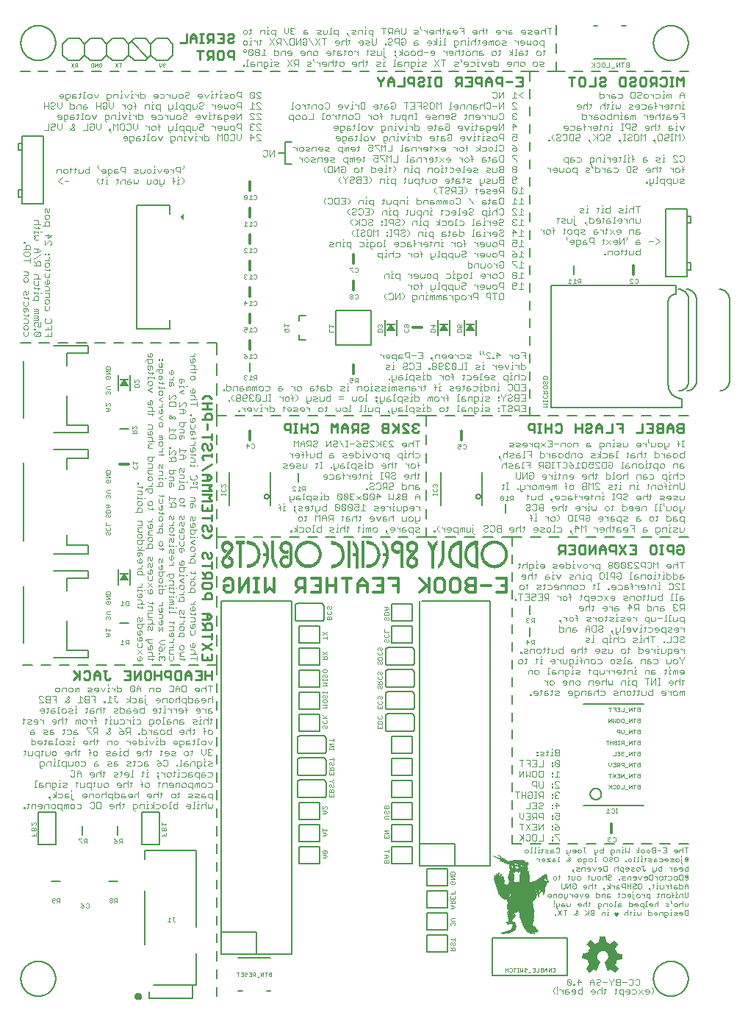
<source format=gbr>
G04 EAGLE Gerber RS-274X export*
G75*
%MOMM*%
%FSLAX34Y34*%
%LPD*%
%INSilkscreen Bottom*%
%IPPOS*%
%AMOC8*
5,1,8,0,0,1.08239X$1,22.5*%
G01*
%ADD10C,0.152400*%
%ADD11C,0.228600*%
%ADD12C,0.076200*%
%ADD13C,0.355600*%
%ADD14C,0.050800*%
%ADD15C,0.101600*%
%ADD16C,0.254000*%
%ADD17C,0.127000*%
%ADD18C,0.203200*%
%ADD19C,0.304800*%
%ADD20R,1.000000X0.200000*%
%ADD21C,0.400000*%
%ADD22R,0.304800X0.025400*%
%ADD23R,0.177800X0.025400*%
%ADD24R,0.152400X0.025400*%
%ADD25R,0.050800X0.025400*%
%ADD26R,0.330200X0.025400*%
%ADD27R,0.406400X0.025400*%
%ADD28R,0.025400X0.025400*%
%ADD29R,0.203200X0.025400*%
%ADD30R,0.076200X0.025400*%
%ADD31R,0.584200X0.025400*%
%ADD32R,0.558800X0.025400*%
%ADD33R,0.381000X0.025400*%
%ADD34R,0.101600X0.025400*%
%ADD35R,0.508000X0.025400*%
%ADD36R,0.812800X0.025400*%
%ADD37R,0.431800X0.025400*%
%ADD38R,0.660400X0.025400*%
%ADD39R,0.355600X0.025400*%
%ADD40R,0.457200X0.025400*%
%ADD41R,0.609600X0.025400*%
%ADD42R,0.533400X0.025400*%
%ADD43R,0.635000X0.025400*%
%ADD44R,0.990600X0.025400*%
%ADD45R,0.127000X0.025400*%
%ADD46R,0.736600X0.025400*%
%ADD47R,0.711200X0.025400*%
%ADD48R,1.117600X0.025400*%
%ADD49R,0.965200X0.025400*%
%ADD50R,0.787400X0.025400*%
%ADD51R,1.244600X0.025400*%
%ADD52R,0.863600X0.025400*%
%ADD53R,0.838200X0.025400*%
%ADD54R,1.346200X0.025400*%
%ADD55R,0.228600X0.025400*%
%ADD56R,0.939800X0.025400*%
%ADD57R,1.219200X0.025400*%
%ADD58R,0.889000X0.025400*%
%ADD59R,0.914400X0.025400*%
%ADD60R,1.447800X0.025400*%
%ADD61R,0.762000X0.025400*%
%ADD62R,0.254000X0.025400*%
%ADD63R,0.685800X0.025400*%
%ADD64R,1.549400X0.025400*%
%ADD65R,0.279400X0.025400*%
%ADD66R,1.041400X0.025400*%
%ADD67R,1.016000X0.025400*%
%ADD68R,1.651000X0.025400*%
%ADD69R,1.066800X0.025400*%
%ADD70R,1.701800X0.025400*%
%ADD71R,1.625600X0.025400*%
%ADD72R,1.803400X0.025400*%
%ADD73R,1.168400X0.025400*%
%ADD74R,1.143000X0.025400*%
%ADD75R,1.854200X0.025400*%
%ADD76R,1.778000X0.025400*%
%ADD77R,1.193800X0.025400*%
%ADD78R,0.482600X0.025400*%
%ADD79R,1.930400X0.025400*%
%ADD80R,1.092200X0.025400*%
%ADD81R,1.879600X0.025400*%
%ADD82R,1.828800X0.025400*%
%ADD83R,1.752600X0.025400*%
%ADD84R,1.727200X0.025400*%
%ADD85R,1.676400X0.025400*%
%ADD86R,1.600200X0.025400*%
%ADD87R,1.574800X0.025400*%
%ADD88R,1.498600X0.025400*%
%ADD89R,1.473200X0.025400*%
%ADD90R,1.397000X0.025400*%
%ADD91R,1.295400X0.025400*%
%ADD92R,1.270000X0.025400*%
%ADD93R,1.371600X0.025400*%
%ADD94R,1.320800X0.025400*%
%ADD95R,1.422400X0.025400*%
%ADD96R,1.524000X0.025400*%
%ADD97R,2.946400X0.025400*%
%ADD98R,2.895600X0.025400*%
%ADD99R,2.870200X0.025400*%
%ADD100R,2.921000X0.025400*%
%ADD101R,2.971800X0.025400*%
%ADD102R,2.997200X0.025400*%
%ADD103R,3.022600X0.025400*%
%ADD104R,3.048000X0.025400*%
%ADD105R,3.073400X0.025400*%
%ADD106R,3.098800X0.025400*%
%ADD107R,3.124200X0.025400*%
%ADD108R,3.175000X0.025400*%
%ADD109R,3.149600X0.025400*%
%ADD110R,4.394200X0.025400*%
%ADD111R,4.419600X0.025400*%
%ADD112R,4.445000X0.025400*%
%ADD113R,4.927600X0.025400*%
%ADD114R,5.486400X0.025400*%
%ADD115R,5.511800X0.025400*%
%ADD116R,5.562600X0.025400*%
%ADD117R,5.588000X0.025400*%
%ADD118R,5.613400X0.025400*%
%ADD119R,5.638800X0.025400*%
%ADD120R,5.664200X0.025400*%
%ADD121R,5.689600X0.025400*%
%ADD122R,5.715000X0.025400*%
%ADD123R,5.765800X0.025400*%
%ADD124R,4.114800X0.025400*%
%ADD125R,4.064000X0.025400*%
%ADD126R,2.717800X0.025400*%
%ADD127R,2.590800X0.025400*%
%ADD128R,2.438400X0.025400*%
%ADD129R,2.362200X0.025400*%
%ADD130R,2.336800X0.025400*%
%ADD131R,2.463800X0.025400*%
%ADD132R,2.413000X0.025400*%
%ADD133R,2.032000X0.025400*%
%ADD134R,2.006600X0.025400*%
%ADD135R,1.905000X0.025400*%
%ADD136R,2.082800X0.025400*%
%ADD137R,2.108200X0.025400*%
%ADD138R,1.955800X0.025400*%

G36*
X684700Y29732D02*
X684700Y29732D01*
X684752Y29737D01*
X684774Y29751D01*
X684785Y29753D01*
X684793Y29762D01*
X684822Y29780D01*
X685711Y30542D01*
X685712Y30543D01*
X685714Y30545D01*
X686857Y31561D01*
X686860Y31565D01*
X686868Y31571D01*
X687757Y32460D01*
X687760Y32464D01*
X687767Y32471D01*
X688783Y33614D01*
X688799Y33646D01*
X688813Y33662D01*
X688815Y33678D01*
X688839Y33717D01*
X688839Y33730D01*
X688844Y33741D01*
X688837Y33800D01*
X688836Y33858D01*
X688828Y33873D01*
X688827Y33881D01*
X688819Y33891D01*
X688799Y33931D01*
X685213Y38877D01*
X686019Y40258D01*
X686020Y40264D01*
X686027Y40273D01*
X686535Y41289D01*
X686537Y41301D01*
X686551Y41329D01*
X686932Y42599D01*
X686932Y42600D01*
X686933Y42602D01*
X687396Y44226D01*
X693461Y45216D01*
X693520Y45244D01*
X693580Y45270D01*
X693583Y45274D01*
X693588Y45277D01*
X693623Y45332D01*
X693660Y45386D01*
X693661Y45393D01*
X693663Y45396D01*
X693663Y45405D01*
X693673Y45466D01*
X693673Y51054D01*
X693655Y51117D01*
X693639Y51181D01*
X693636Y51184D01*
X693634Y51189D01*
X693585Y51233D01*
X693538Y51278D01*
X693531Y51280D01*
X693529Y51283D01*
X693520Y51284D01*
X693461Y51304D01*
X687375Y52298D01*
X687056Y53043D01*
X686679Y54423D01*
X686673Y54433D01*
X686665Y54462D01*
X685903Y56113D01*
X685897Y56120D01*
X685890Y56137D01*
X685212Y57268D01*
X688676Y62341D01*
X688696Y62400D01*
X688719Y62459D01*
X688717Y62467D01*
X688720Y62475D01*
X688705Y62536D01*
X688694Y62597D01*
X688687Y62606D01*
X688686Y62612D01*
X688677Y62620D01*
X688646Y62663D01*
X688017Y63293D01*
X687005Y64430D01*
X687001Y64433D01*
X686995Y64441D01*
X685725Y65711D01*
X685716Y65716D01*
X685701Y65732D01*
X684558Y66621D01*
X684511Y66640D01*
X684468Y66666D01*
X684447Y66665D01*
X684428Y66673D01*
X684378Y66664D01*
X684327Y66663D01*
X684301Y66649D01*
X684289Y66647D01*
X684280Y66639D01*
X684254Y66626D01*
X679307Y63039D01*
X677671Y63974D01*
X677660Y63976D01*
X677639Y63989D01*
X676369Y64497D01*
X676364Y64498D01*
X676355Y64502D01*
X674595Y65089D01*
X673604Y71035D01*
X673581Y71082D01*
X673565Y71133D01*
X673551Y71145D01*
X673543Y71162D01*
X673498Y71190D01*
X673458Y71224D01*
X673433Y71231D01*
X673423Y71237D01*
X673411Y71236D01*
X673379Y71245D01*
X672109Y71372D01*
X672101Y71371D01*
X672084Y71373D01*
X669163Y71373D01*
X669156Y71371D01*
X669142Y71372D01*
X667618Y71245D01*
X667568Y71226D01*
X667517Y71215D01*
X667504Y71202D01*
X667486Y71195D01*
X667455Y71153D01*
X667417Y71115D01*
X667409Y71091D01*
X667402Y71082D01*
X667401Y71070D01*
X667390Y71039D01*
X666277Y64981D01*
X665298Y64763D01*
X665287Y64757D01*
X665250Y64747D01*
X662964Y63731D01*
X662958Y63727D01*
X662944Y63721D01*
X661940Y63164D01*
X656863Y66755D01*
X656821Y66769D01*
X656784Y66792D01*
X656756Y66792D01*
X656730Y66801D01*
X656687Y66791D01*
X656643Y66790D01*
X656605Y66772D01*
X656593Y66769D01*
X656587Y66762D01*
X656570Y66754D01*
X655681Y66119D01*
X655676Y66113D01*
X655661Y66104D01*
X654645Y65215D01*
X654642Y65210D01*
X654633Y65203D01*
X653363Y63933D01*
X653359Y63925D01*
X653344Y63912D01*
X652328Y62642D01*
X652308Y62594D01*
X652281Y62550D01*
X652282Y62530D01*
X652274Y62512D01*
X652283Y62461D01*
X652284Y62409D01*
X652296Y62384D01*
X652298Y62373D01*
X652306Y62364D01*
X652320Y62336D01*
X655787Y57508D01*
X655732Y57398D01*
X654847Y55881D01*
X654845Y55872D01*
X654835Y55858D01*
X654200Y54461D01*
X654199Y54451D01*
X654189Y54430D01*
X653726Y52926D01*
X647654Y51811D01*
X647609Y51788D01*
X647560Y51773D01*
X647547Y51757D01*
X647528Y51748D01*
X647502Y51704D01*
X647469Y51666D01*
X647461Y51638D01*
X647455Y51627D01*
X647456Y51616D01*
X647448Y51587D01*
X647321Y50317D01*
X647321Y50316D01*
X647321Y50315D01*
X647194Y48918D01*
X647195Y48910D01*
X647193Y48895D01*
X647193Y45974D01*
X647210Y45913D01*
X647224Y45852D01*
X647230Y45846D01*
X647232Y45839D01*
X647279Y45797D01*
X647324Y45752D01*
X647333Y45749D01*
X647337Y45745D01*
X647348Y45743D01*
X647400Y45725D01*
X653463Y44611D01*
X653931Y42738D01*
X653935Y42732D01*
X653937Y42719D01*
X654445Y41195D01*
X654452Y41184D01*
X654466Y41147D01*
X655274Y39762D01*
X651683Y34561D01*
X651667Y34515D01*
X651644Y34473D01*
X651645Y34450D01*
X651638Y34427D01*
X651649Y34381D01*
X651652Y34333D01*
X651669Y34303D01*
X651672Y34290D01*
X651679Y34283D01*
X651691Y34262D01*
X652580Y33119D01*
X652585Y33115D01*
X652591Y33106D01*
X653607Y31963D01*
X653611Y31960D01*
X653617Y31952D01*
X654506Y31063D01*
X654511Y31060D01*
X654518Y31051D01*
X655534Y30162D01*
X655585Y30139D01*
X655632Y30109D01*
X655648Y30109D01*
X655662Y30103D01*
X655717Y30110D01*
X655773Y30110D01*
X655792Y30119D01*
X655802Y30121D01*
X655812Y30129D01*
X655846Y30146D01*
X660784Y33602D01*
X662165Y32682D01*
X662177Y32678D01*
X662208Y32659D01*
X663732Y32024D01*
X663749Y32022D01*
X663765Y32013D01*
X663818Y32014D01*
X663872Y32008D01*
X663888Y32016D01*
X663905Y32017D01*
X663950Y32046D01*
X663998Y32070D01*
X664008Y32085D01*
X664023Y32095D01*
X664064Y32164D01*
X668001Y42070D01*
X668007Y42134D01*
X668017Y42197D01*
X668014Y42203D01*
X668015Y42211D01*
X667986Y42268D01*
X667961Y42326D01*
X667954Y42332D01*
X667951Y42337D01*
X667942Y42342D01*
X667900Y42379D01*
X666757Y43088D01*
X665802Y43997D01*
X665052Y45082D01*
X664539Y46297D01*
X664285Y47591D01*
X664299Y48909D01*
X664583Y50197D01*
X665123Y51400D01*
X665897Y52467D01*
X666872Y53355D01*
X668008Y54025D01*
X669256Y54449D01*
X670564Y54609D01*
X671917Y54490D01*
X673212Y54083D01*
X674389Y53409D01*
X675395Y52498D01*
X676183Y51393D01*
X676716Y50145D01*
X676969Y48812D01*
X676931Y47455D01*
X676604Y46138D01*
X676002Y44922D01*
X675153Y43863D01*
X674098Y43010D01*
X672860Y42390D01*
X672809Y42343D01*
X672757Y42296D01*
X672757Y42295D01*
X672756Y42295D01*
X672738Y42227D01*
X672720Y42160D01*
X672720Y42159D01*
X672720Y42157D01*
X672734Y42080D01*
X676290Y31920D01*
X676310Y31893D01*
X676320Y31861D01*
X676350Y31837D01*
X676372Y31806D01*
X676403Y31793D01*
X676429Y31771D01*
X676467Y31767D01*
X676502Y31752D01*
X676535Y31758D01*
X676569Y31754D01*
X676635Y31776D01*
X676641Y31777D01*
X676642Y31778D01*
X676646Y31779D01*
X679433Y33233D01*
X684514Y29763D01*
X684565Y29746D01*
X684612Y29723D01*
X684631Y29725D01*
X684648Y29719D01*
X684700Y29732D01*
G37*
G36*
X428791Y769155D02*
X428791Y769155D01*
X428863Y769155D01*
X428931Y769175D01*
X429002Y769185D01*
X429067Y769214D01*
X429136Y769234D01*
X429196Y769272D01*
X429261Y769301D01*
X429316Y769347D01*
X429376Y769385D01*
X429424Y769439D01*
X429478Y769485D01*
X429518Y769544D01*
X429565Y769598D01*
X429596Y769662D01*
X429636Y769721D01*
X429657Y769790D01*
X429688Y769854D01*
X429700Y769924D01*
X429721Y769992D01*
X429723Y770064D01*
X429735Y770135D01*
X429727Y770205D01*
X429729Y770276D01*
X429710Y770346D01*
X429702Y770417D01*
X429677Y770472D01*
X429657Y770551D01*
X429596Y770654D01*
X429565Y770723D01*
X427565Y773723D01*
X427488Y773810D01*
X427415Y773900D01*
X427393Y773915D01*
X427375Y773935D01*
X427278Y773997D01*
X427183Y774064D01*
X427157Y774072D01*
X427135Y774087D01*
X427024Y774119D01*
X426914Y774157D01*
X426887Y774158D01*
X426862Y774165D01*
X426746Y774165D01*
X426630Y774171D01*
X426604Y774165D01*
X426577Y774165D01*
X426466Y774133D01*
X426353Y774107D01*
X426330Y774094D01*
X426304Y774086D01*
X426206Y774024D01*
X426105Y773968D01*
X426089Y773950D01*
X426064Y773935D01*
X425879Y773727D01*
X425875Y773723D01*
X423875Y770723D01*
X423844Y770659D01*
X423805Y770599D01*
X423783Y770531D01*
X423752Y770467D01*
X423740Y770396D01*
X423719Y770328D01*
X423717Y770257D01*
X423705Y770187D01*
X423713Y770115D01*
X423711Y770044D01*
X423729Y769975D01*
X423738Y769904D01*
X423765Y769838D01*
X423783Y769769D01*
X423820Y769708D01*
X423847Y769642D01*
X423892Y769586D01*
X423929Y769524D01*
X423980Y769475D01*
X424025Y769420D01*
X424084Y769379D01*
X424136Y769330D01*
X424199Y769297D01*
X424257Y769256D01*
X424325Y769233D01*
X424389Y769200D01*
X424448Y769190D01*
X424526Y769163D01*
X424645Y769157D01*
X424720Y769145D01*
X428720Y769145D01*
X428791Y769155D01*
G37*
G36*
X489751Y769155D02*
X489751Y769155D01*
X489823Y769155D01*
X489891Y769175D01*
X489962Y769185D01*
X490027Y769214D01*
X490096Y769234D01*
X490156Y769272D01*
X490221Y769301D01*
X490276Y769347D01*
X490336Y769385D01*
X490384Y769439D01*
X490438Y769485D01*
X490478Y769544D01*
X490525Y769598D01*
X490556Y769662D01*
X490596Y769721D01*
X490617Y769790D01*
X490648Y769854D01*
X490660Y769924D01*
X490681Y769992D01*
X490683Y770064D01*
X490695Y770135D01*
X490687Y770205D01*
X490689Y770276D01*
X490670Y770346D01*
X490662Y770417D01*
X490637Y770472D01*
X490617Y770551D01*
X490556Y770654D01*
X490525Y770723D01*
X488525Y773723D01*
X488448Y773810D01*
X488375Y773900D01*
X488353Y773915D01*
X488335Y773935D01*
X488238Y773997D01*
X488143Y774064D01*
X488117Y774072D01*
X488095Y774087D01*
X487984Y774119D01*
X487874Y774157D01*
X487847Y774158D01*
X487822Y774165D01*
X487706Y774165D01*
X487590Y774171D01*
X487564Y774165D01*
X487537Y774165D01*
X487426Y774133D01*
X487313Y774107D01*
X487290Y774094D01*
X487264Y774086D01*
X487166Y774024D01*
X487065Y773968D01*
X487049Y773950D01*
X487024Y773935D01*
X486839Y773727D01*
X486835Y773723D01*
X484835Y770723D01*
X484804Y770659D01*
X484765Y770599D01*
X484743Y770531D01*
X484712Y770467D01*
X484700Y770396D01*
X484679Y770328D01*
X484677Y770257D01*
X484665Y770187D01*
X484673Y770115D01*
X484671Y770044D01*
X484689Y769975D01*
X484698Y769904D01*
X484725Y769838D01*
X484743Y769769D01*
X484780Y769708D01*
X484807Y769642D01*
X484852Y769586D01*
X484889Y769524D01*
X484940Y769475D01*
X484985Y769420D01*
X485044Y769379D01*
X485096Y769330D01*
X485159Y769297D01*
X485217Y769256D01*
X485285Y769233D01*
X485349Y769200D01*
X485408Y769190D01*
X485486Y769163D01*
X485605Y769157D01*
X485680Y769145D01*
X489680Y769145D01*
X489751Y769155D01*
G37*
G36*
X520231Y769155D02*
X520231Y769155D01*
X520303Y769155D01*
X520371Y769175D01*
X520442Y769185D01*
X520507Y769214D01*
X520576Y769234D01*
X520636Y769272D01*
X520701Y769301D01*
X520756Y769347D01*
X520816Y769385D01*
X520864Y769439D01*
X520918Y769485D01*
X520958Y769544D01*
X521005Y769598D01*
X521036Y769662D01*
X521076Y769721D01*
X521097Y769790D01*
X521128Y769854D01*
X521140Y769924D01*
X521161Y769992D01*
X521163Y770064D01*
X521175Y770135D01*
X521167Y770205D01*
X521169Y770276D01*
X521150Y770346D01*
X521142Y770417D01*
X521117Y770472D01*
X521097Y770551D01*
X521036Y770654D01*
X521005Y770723D01*
X519005Y773723D01*
X518928Y773810D01*
X518855Y773900D01*
X518833Y773915D01*
X518815Y773935D01*
X518718Y773997D01*
X518623Y774064D01*
X518597Y774072D01*
X518575Y774087D01*
X518464Y774119D01*
X518354Y774157D01*
X518327Y774158D01*
X518302Y774165D01*
X518186Y774165D01*
X518070Y774171D01*
X518044Y774165D01*
X518017Y774165D01*
X517906Y774133D01*
X517793Y774107D01*
X517770Y774094D01*
X517744Y774086D01*
X517646Y774024D01*
X517545Y773968D01*
X517529Y773950D01*
X517504Y773935D01*
X517319Y773727D01*
X517315Y773723D01*
X515315Y770723D01*
X515284Y770659D01*
X515245Y770599D01*
X515223Y770531D01*
X515192Y770467D01*
X515180Y770396D01*
X515159Y770328D01*
X515157Y770257D01*
X515145Y770187D01*
X515153Y770115D01*
X515151Y770044D01*
X515169Y769975D01*
X515178Y769904D01*
X515205Y769838D01*
X515223Y769769D01*
X515260Y769708D01*
X515287Y769642D01*
X515332Y769586D01*
X515369Y769524D01*
X515420Y769475D01*
X515465Y769420D01*
X515524Y769379D01*
X515576Y769330D01*
X515639Y769297D01*
X515697Y769256D01*
X515765Y769233D01*
X515829Y769200D01*
X515888Y769190D01*
X515966Y769163D01*
X516085Y769157D01*
X516160Y769145D01*
X520160Y769145D01*
X520231Y769155D01*
G37*
G36*
X121451Y705655D02*
X121451Y705655D01*
X121523Y705655D01*
X121591Y705675D01*
X121662Y705685D01*
X121727Y705714D01*
X121796Y705734D01*
X121856Y705772D01*
X121921Y705801D01*
X121976Y705847D01*
X122036Y705885D01*
X122084Y705939D01*
X122138Y705985D01*
X122178Y706044D01*
X122225Y706098D01*
X122256Y706162D01*
X122296Y706221D01*
X122317Y706290D01*
X122348Y706354D01*
X122360Y706424D01*
X122381Y706492D01*
X122383Y706564D01*
X122395Y706635D01*
X122387Y706705D01*
X122389Y706776D01*
X122370Y706846D01*
X122362Y706917D01*
X122337Y706972D01*
X122317Y707051D01*
X122256Y707154D01*
X122225Y707223D01*
X120225Y710223D01*
X120148Y710310D01*
X120075Y710400D01*
X120053Y710415D01*
X120035Y710435D01*
X119938Y710497D01*
X119843Y710564D01*
X119817Y710572D01*
X119795Y710587D01*
X119684Y710619D01*
X119574Y710657D01*
X119547Y710658D01*
X119522Y710665D01*
X119406Y710665D01*
X119290Y710671D01*
X119264Y710665D01*
X119237Y710665D01*
X119126Y710633D01*
X119013Y710607D01*
X118990Y710594D01*
X118964Y710586D01*
X118866Y710524D01*
X118765Y710468D01*
X118749Y710450D01*
X118724Y710435D01*
X118539Y710227D01*
X118535Y710223D01*
X116535Y707223D01*
X116504Y707159D01*
X116465Y707099D01*
X116443Y707031D01*
X116412Y706967D01*
X116400Y706896D01*
X116379Y706828D01*
X116377Y706757D01*
X116365Y706687D01*
X116373Y706615D01*
X116371Y706544D01*
X116389Y706475D01*
X116398Y706404D01*
X116425Y706338D01*
X116443Y706269D01*
X116480Y706208D01*
X116507Y706142D01*
X116552Y706086D01*
X116589Y706024D01*
X116640Y705975D01*
X116685Y705920D01*
X116744Y705879D01*
X116796Y705830D01*
X116859Y705797D01*
X116917Y705756D01*
X116985Y705733D01*
X117049Y705700D01*
X117108Y705690D01*
X117186Y705663D01*
X117305Y705657D01*
X117380Y705645D01*
X121380Y705645D01*
X121451Y705655D01*
G37*
G36*
X121451Y482135D02*
X121451Y482135D01*
X121523Y482135D01*
X121591Y482155D01*
X121662Y482165D01*
X121727Y482194D01*
X121796Y482214D01*
X121856Y482252D01*
X121921Y482281D01*
X121976Y482327D01*
X122036Y482365D01*
X122084Y482419D01*
X122138Y482465D01*
X122178Y482524D01*
X122225Y482578D01*
X122256Y482642D01*
X122296Y482701D01*
X122317Y482770D01*
X122348Y482834D01*
X122360Y482904D01*
X122381Y482972D01*
X122383Y483044D01*
X122395Y483115D01*
X122387Y483185D01*
X122389Y483256D01*
X122370Y483326D01*
X122362Y483397D01*
X122337Y483452D01*
X122317Y483531D01*
X122256Y483634D01*
X122225Y483703D01*
X120225Y486703D01*
X120148Y486790D01*
X120075Y486880D01*
X120053Y486895D01*
X120035Y486915D01*
X119938Y486977D01*
X119843Y487044D01*
X119817Y487052D01*
X119795Y487067D01*
X119684Y487099D01*
X119574Y487137D01*
X119547Y487138D01*
X119522Y487145D01*
X119406Y487145D01*
X119290Y487151D01*
X119264Y487145D01*
X119237Y487145D01*
X119126Y487113D01*
X119013Y487087D01*
X118990Y487074D01*
X118964Y487066D01*
X118866Y487004D01*
X118765Y486948D01*
X118749Y486930D01*
X118724Y486915D01*
X118539Y486707D01*
X118535Y486703D01*
X116535Y483703D01*
X116504Y483639D01*
X116465Y483579D01*
X116443Y483511D01*
X116412Y483447D01*
X116400Y483376D01*
X116379Y483308D01*
X116377Y483237D01*
X116365Y483167D01*
X116373Y483095D01*
X116371Y483024D01*
X116389Y482955D01*
X116398Y482884D01*
X116425Y482818D01*
X116443Y482749D01*
X116480Y482688D01*
X116507Y482622D01*
X116552Y482566D01*
X116589Y482504D01*
X116640Y482455D01*
X116685Y482400D01*
X116744Y482359D01*
X116796Y482310D01*
X116859Y482277D01*
X116917Y482236D01*
X116985Y482213D01*
X117049Y482180D01*
X117108Y482170D01*
X117186Y482143D01*
X117305Y482137D01*
X117380Y482125D01*
X121380Y482125D01*
X121451Y482135D01*
G37*
G36*
X187619Y896371D02*
X187619Y896371D01*
X187693Y896373D01*
X187729Y896388D01*
X187769Y896394D01*
X187833Y896430D01*
X187900Y896458D01*
X187930Y896484D01*
X187965Y896504D01*
X188012Y896560D01*
X188066Y896609D01*
X188084Y896644D01*
X188110Y896675D01*
X188135Y896743D01*
X188169Y896809D01*
X188175Y896854D01*
X188187Y896885D01*
X188187Y896930D01*
X188196Y896994D01*
X188196Y902074D01*
X188184Y902140D01*
X188183Y902199D01*
X188180Y902205D01*
X188179Y902219D01*
X188164Y902256D01*
X188157Y902295D01*
X188119Y902358D01*
X188100Y902403D01*
X188098Y902406D01*
X188098Y902407D01*
X188090Y902425D01*
X188063Y902454D01*
X188042Y902488D01*
X187986Y902534D01*
X187935Y902587D01*
X187899Y902604D01*
X187868Y902629D01*
X187799Y902653D01*
X187733Y902685D01*
X187693Y902689D01*
X187656Y902701D01*
X187583Y902699D01*
X187562Y902702D01*
X187555Y902702D01*
X187553Y902702D01*
X187510Y902706D01*
X187471Y902696D01*
X187431Y902695D01*
X187366Y902668D01*
X187335Y902663D01*
X187325Y902657D01*
X187293Y902648D01*
X187255Y902623D01*
X187224Y902610D01*
X187191Y902581D01*
X187153Y902555D01*
X187141Y902548D01*
X187140Y902547D01*
X187137Y902545D01*
X184327Y900005D01*
X184267Y899927D01*
X184204Y899853D01*
X184199Y899839D01*
X184189Y899827D01*
X184160Y899734D01*
X184127Y899643D01*
X184127Y899627D01*
X184123Y899613D01*
X184128Y899515D01*
X184128Y899418D01*
X184134Y899404D01*
X184135Y899389D01*
X184173Y899299D01*
X184208Y899208D01*
X184217Y899197D01*
X184219Y899193D01*
X184220Y899191D01*
X184224Y899183D01*
X184257Y899148D01*
X184327Y899063D01*
X187137Y896523D01*
X187199Y896485D01*
X187256Y896439D01*
X187293Y896426D01*
X187327Y896405D01*
X187399Y896390D01*
X187468Y896367D01*
X187508Y896368D01*
X187547Y896360D01*
X187619Y896371D01*
G37*
D10*
X226060Y2540D02*
X226060Y13119D01*
X226060Y23119D02*
X226060Y33698D01*
X226060Y43698D02*
X226060Y54277D01*
X226060Y64277D02*
X226060Y74856D01*
X226060Y84856D02*
X226060Y95435D01*
X226060Y105435D02*
X226060Y116014D01*
X226060Y126014D02*
X226060Y136593D01*
X226060Y146593D02*
X226060Y157172D01*
X226060Y167172D02*
X226060Y177751D01*
X226060Y187751D02*
X226060Y198329D01*
X226060Y208329D02*
X226060Y218908D01*
X226060Y228908D02*
X226060Y239487D01*
X226060Y249487D02*
X226060Y260066D01*
X226060Y270066D02*
X226060Y280645D01*
X226060Y290645D02*
X226060Y301224D01*
X226060Y311224D02*
X226060Y321803D01*
X226060Y331803D02*
X226060Y342382D01*
X226060Y352382D02*
X226060Y362961D01*
X226060Y372961D02*
X226060Y383540D01*
X214831Y383540D01*
X204831Y383540D02*
X193602Y383540D01*
X183602Y383540D02*
X172373Y383540D01*
X162373Y383540D02*
X151144Y383540D01*
X141144Y383540D02*
X129915Y383540D01*
X119915Y383540D02*
X108685Y383540D01*
X98685Y383540D02*
X87456Y383540D01*
X77456Y383540D02*
X66227Y383540D01*
X56227Y383540D02*
X44998Y383540D01*
X34998Y383540D02*
X23769Y383540D01*
X13769Y383540D02*
X2540Y383540D01*
D11*
X219837Y377326D02*
X219837Y366903D01*
X219837Y372114D02*
X212888Y372114D01*
X212888Y366903D02*
X212888Y377326D01*
X208143Y377326D02*
X201194Y377326D01*
X208143Y377326D02*
X208143Y366903D01*
X201194Y366903D01*
X204669Y372114D02*
X208143Y372114D01*
X196449Y373852D02*
X196449Y366903D01*
X196449Y373852D02*
X192975Y377326D01*
X189500Y373852D01*
X189500Y366903D01*
X189500Y372114D02*
X196449Y372114D01*
X184755Y377326D02*
X184755Y366903D01*
X179544Y366903D01*
X177807Y368640D01*
X177807Y375589D01*
X179544Y377326D01*
X184755Y377326D01*
X173061Y377326D02*
X173061Y366903D01*
X173061Y377326D02*
X167850Y377326D01*
X166113Y375589D01*
X166113Y372114D01*
X167850Y370377D01*
X173061Y370377D01*
X161367Y366903D02*
X161367Y377326D01*
X161367Y372114D02*
X154419Y372114D01*
X154419Y366903D02*
X154419Y377326D01*
X147936Y377326D02*
X144462Y377326D01*
X147936Y377326D02*
X149673Y375589D01*
X149673Y368640D01*
X147936Y366903D01*
X144462Y366903D01*
X142725Y368640D01*
X142725Y375589D01*
X144462Y377326D01*
X137979Y377326D02*
X137979Y366903D01*
X131031Y366903D02*
X137979Y377326D01*
X131031Y377326D02*
X131031Y366903D01*
X126285Y377326D02*
X119337Y377326D01*
X126285Y377326D02*
X126285Y366903D01*
X119337Y366903D01*
X122811Y372114D02*
X126285Y372114D01*
X102897Y368640D02*
X101160Y366903D01*
X99423Y366903D01*
X97686Y368640D01*
X97686Y377326D01*
X99423Y377326D02*
X95949Y377326D01*
X91203Y373852D02*
X91203Y366903D01*
X91203Y373852D02*
X87729Y377326D01*
X84255Y373852D01*
X84255Y366903D01*
X84255Y372114D02*
X91203Y372114D01*
X74298Y377326D02*
X72561Y375589D01*
X74298Y377326D02*
X77772Y377326D01*
X79509Y375589D01*
X79509Y368640D01*
X77772Y366903D01*
X74298Y366903D01*
X72561Y368640D01*
X67815Y366903D02*
X67815Y377326D01*
X60867Y377326D02*
X67815Y370377D01*
X66078Y372114D02*
X60867Y366903D01*
X219846Y389763D02*
X219846Y396712D01*
X219846Y389763D02*
X209423Y389763D01*
X209423Y396712D01*
X214634Y393237D02*
X214634Y389763D01*
X219846Y401457D02*
X209423Y408406D01*
X209423Y401457D02*
X219846Y408406D01*
X219846Y416625D02*
X209423Y416625D01*
X219846Y413151D02*
X219846Y420100D01*
X219846Y424845D02*
X209423Y424845D01*
X219846Y424845D02*
X219846Y430056D01*
X218109Y431794D01*
X214634Y431794D01*
X212897Y430056D01*
X212897Y424845D01*
X212897Y428319D02*
X209423Y431794D01*
X209423Y436539D02*
X216372Y436539D01*
X219846Y440013D01*
X216372Y443487D01*
X209423Y443487D01*
X214634Y443487D02*
X214634Y436539D01*
X209423Y459927D02*
X219846Y459927D01*
X219846Y465138D01*
X218109Y466875D01*
X214634Y466875D01*
X212897Y465138D01*
X212897Y459927D01*
X219846Y473358D02*
X219846Y476832D01*
X219846Y473358D02*
X218109Y471621D01*
X211160Y471621D01*
X209423Y473358D01*
X209423Y476832D01*
X211160Y478569D01*
X218109Y478569D01*
X219846Y476832D01*
X219846Y483315D02*
X209423Y483315D01*
X219846Y483315D02*
X219846Y488526D01*
X218109Y490263D01*
X214634Y490263D01*
X212897Y488526D01*
X212897Y483315D01*
X212897Y486789D02*
X209423Y490263D01*
X209423Y498483D02*
X219846Y498483D01*
X219846Y495009D02*
X219846Y501957D01*
X219846Y511914D02*
X218109Y513651D01*
X219846Y511914D02*
X219846Y508440D01*
X218109Y506703D01*
X216372Y506703D01*
X214634Y508440D01*
X214634Y511914D01*
X212897Y513651D01*
X211160Y513651D01*
X209423Y511914D01*
X209423Y508440D01*
X211160Y506703D01*
X212897Y530091D02*
X209423Y533565D01*
X212897Y530091D02*
X216372Y530091D01*
X219846Y533565D01*
X219846Y543098D02*
X218109Y544835D01*
X219846Y543098D02*
X219846Y539624D01*
X218109Y537887D01*
X216372Y537887D01*
X214634Y539624D01*
X214634Y543098D01*
X212897Y544835D01*
X211160Y544835D01*
X209423Y543098D01*
X209423Y539624D01*
X211160Y537887D01*
X209423Y553055D02*
X219846Y553055D01*
X219846Y549581D02*
X219846Y556529D01*
X219846Y561275D02*
X219846Y568223D01*
X219846Y561275D02*
X209423Y561275D01*
X209423Y568223D01*
X214634Y564749D02*
X214634Y561275D01*
X209423Y572969D02*
X219846Y572969D01*
X216372Y576443D01*
X219846Y579917D01*
X209423Y579917D01*
X209423Y584662D02*
X219846Y584662D01*
X216372Y588137D01*
X219846Y591611D01*
X209423Y591611D01*
X209423Y596356D02*
X216372Y596356D01*
X219846Y599831D01*
X216372Y603305D01*
X209423Y603305D01*
X214634Y603305D02*
X214634Y596356D01*
X209423Y608050D02*
X219846Y614999D01*
X211160Y619744D02*
X209423Y621482D01*
X209423Y623219D01*
X211160Y624956D01*
X219846Y624956D01*
X219846Y623219D02*
X219846Y626693D01*
X219846Y636650D02*
X218109Y638387D01*
X219846Y636650D02*
X219846Y633175D01*
X218109Y631438D01*
X216372Y631438D01*
X214634Y633175D01*
X214634Y636650D01*
X212897Y638387D01*
X211160Y638387D01*
X209423Y636650D01*
X209423Y633175D01*
X211160Y631438D01*
X209423Y646607D02*
X219846Y646607D01*
X219846Y650081D02*
X219846Y643132D01*
X214634Y654826D02*
X214634Y661775D01*
X209423Y666520D02*
X219846Y666520D01*
X219846Y671732D01*
X218109Y673469D01*
X214634Y673469D01*
X212897Y671732D01*
X212897Y666520D01*
X209423Y678214D02*
X219846Y678214D01*
X214634Y678214D02*
X214634Y685163D01*
X209423Y685163D02*
X219846Y685163D01*
X212897Y693382D02*
X209423Y689908D01*
X212897Y693382D02*
X216372Y693382D01*
X219846Y689908D01*
D10*
X758300Y177800D02*
X769620Y177800D01*
X748300Y177800D02*
X736980Y177800D01*
X726980Y177800D02*
X715660Y177800D01*
X705660Y177800D02*
X694340Y177800D01*
X684340Y177800D02*
X673020Y177800D01*
X663020Y177800D02*
X651700Y177800D01*
X641700Y177800D02*
X630380Y177800D01*
X620380Y177800D02*
X609060Y177800D01*
X599060Y177800D02*
X587740Y177800D01*
X577740Y177800D02*
X566420Y177800D01*
X566420Y187970D01*
X566420Y197970D02*
X566420Y208140D01*
X566420Y218140D02*
X566420Y228310D01*
X566420Y238310D02*
X566420Y248480D01*
X566420Y258480D02*
X566420Y268650D01*
X566420Y278650D02*
X566420Y288820D01*
X566420Y298820D02*
X566420Y308990D01*
X566420Y318990D02*
X566420Y329160D01*
X566420Y339160D02*
X566420Y349330D01*
X566420Y359330D02*
X566420Y369500D01*
X566420Y379500D02*
X566420Y389670D01*
X566420Y399670D02*
X566420Y409840D01*
X566420Y419840D02*
X566420Y430010D01*
X566420Y440010D02*
X566420Y450180D01*
X566420Y460180D02*
X566420Y470350D01*
X566420Y480350D02*
X566420Y490520D01*
X566420Y500520D02*
X566420Y510690D01*
X566420Y520690D02*
X566420Y530860D01*
X577740Y530860D01*
X587740Y530860D02*
X599060Y530860D01*
X609060Y530860D02*
X620380Y530860D01*
X630380Y530860D02*
X641700Y530860D01*
X651700Y530860D02*
X663020Y530860D01*
X673020Y530860D02*
X684340Y530860D01*
X694340Y530860D02*
X705660Y530860D01*
X715660Y530860D02*
X726980Y530860D01*
X736980Y530860D02*
X748300Y530860D01*
X758300Y530860D02*
X769620Y530860D01*
D11*
X758186Y522106D02*
X756448Y520369D01*
X758186Y522106D02*
X761660Y522106D01*
X763397Y520369D01*
X763397Y513420D01*
X761660Y511683D01*
X758186Y511683D01*
X756448Y513420D01*
X756448Y516894D01*
X759923Y516894D01*
X751703Y511683D02*
X751703Y522106D01*
X746492Y522106D01*
X744754Y520369D01*
X744754Y516894D01*
X746492Y515157D01*
X751703Y515157D01*
X740009Y511683D02*
X736535Y511683D01*
X738272Y511683D02*
X738272Y522106D01*
X740009Y522106D02*
X736535Y522106D01*
X730476Y522106D02*
X727002Y522106D01*
X730476Y522106D02*
X732213Y520369D01*
X732213Y513420D01*
X730476Y511683D01*
X727002Y511683D01*
X725265Y513420D01*
X725265Y520369D01*
X727002Y522106D01*
X708825Y522106D02*
X701877Y522106D01*
X708825Y522106D02*
X708825Y511683D01*
X701877Y511683D01*
X705351Y516894D02*
X708825Y516894D01*
X697131Y522106D02*
X690183Y511683D01*
X697131Y511683D02*
X690183Y522106D01*
X685437Y522106D02*
X685437Y511683D01*
X685437Y522106D02*
X680226Y522106D01*
X678489Y520369D01*
X678489Y516894D01*
X680226Y515157D01*
X685437Y515157D01*
X673743Y511683D02*
X673743Y518632D01*
X670269Y522106D01*
X666795Y518632D01*
X666795Y511683D01*
X666795Y516894D02*
X673743Y516894D01*
X662049Y511683D02*
X662049Y522106D01*
X655101Y511683D01*
X655101Y522106D01*
X650355Y522106D02*
X650355Y511683D01*
X645144Y511683D01*
X643407Y513420D01*
X643407Y520369D01*
X645144Y522106D01*
X650355Y522106D01*
X638661Y522106D02*
X631713Y522106D01*
X638661Y522106D02*
X638661Y511683D01*
X631713Y511683D01*
X635187Y516894D02*
X638661Y516894D01*
X626967Y511683D02*
X626967Y522106D01*
X621756Y522106D01*
X620019Y520369D01*
X620019Y516894D01*
X621756Y515157D01*
X626967Y515157D01*
X623493Y515157D02*
X620019Y511683D01*
D12*
X761702Y502545D02*
X761702Y495173D01*
X764159Y502545D02*
X759244Y502545D01*
X756675Y502545D02*
X756675Y495173D01*
X756675Y498859D02*
X755446Y500088D01*
X752989Y500088D01*
X751760Y498859D01*
X751760Y495173D01*
X747962Y495173D02*
X745505Y495173D01*
X747962Y495173D02*
X749191Y496402D01*
X749191Y498859D01*
X747962Y500088D01*
X745505Y500088D01*
X744276Y498859D01*
X744276Y497630D01*
X749191Y497630D01*
X734222Y495173D02*
X734222Y502545D01*
X731765Y500088D01*
X729308Y502545D01*
X729308Y495173D01*
X723052Y502545D02*
X721823Y501317D01*
X723052Y502545D02*
X725510Y502545D01*
X726738Y501317D01*
X726738Y496402D01*
X725510Y495173D01*
X723052Y495173D01*
X721823Y496402D01*
X719254Y495173D02*
X719254Y502545D01*
X715568Y502545D01*
X714339Y501317D01*
X714339Y498859D01*
X715568Y497630D01*
X719254Y497630D01*
X711770Y495173D02*
X706855Y495173D01*
X711770Y495173D02*
X706855Y500088D01*
X706855Y501317D01*
X708084Y502545D01*
X710541Y502545D01*
X711770Y501317D01*
X704286Y501317D02*
X703057Y502545D01*
X700600Y502545D01*
X699371Y501317D01*
X699371Y500088D01*
X700600Y498859D01*
X701828Y498859D01*
X700600Y498859D02*
X699371Y497630D01*
X699371Y496402D01*
X700600Y495173D01*
X703057Y495173D01*
X704286Y496402D01*
X696802Y496402D02*
X696802Y501317D01*
X695573Y502545D01*
X693115Y502545D01*
X691887Y501317D01*
X691887Y496402D01*
X693115Y495173D01*
X695573Y495173D01*
X696802Y496402D01*
X691887Y501317D01*
X689317Y501317D02*
X689317Y496402D01*
X689317Y501317D02*
X688089Y502545D01*
X685631Y502545D01*
X684403Y501317D01*
X684403Y496402D01*
X685631Y495173D01*
X688089Y495173D01*
X689317Y496402D01*
X684403Y501317D01*
X681833Y501317D02*
X680605Y502545D01*
X678147Y502545D01*
X676918Y501317D01*
X676918Y500088D01*
X678147Y498859D01*
X676918Y497630D01*
X676918Y496402D01*
X678147Y495173D01*
X680605Y495173D01*
X681833Y496402D01*
X681833Y497630D01*
X680605Y498859D01*
X681833Y500088D01*
X681833Y501317D01*
X680605Y498859D02*
X678147Y498859D01*
X666865Y500088D02*
X666865Y492716D01*
X666865Y500088D02*
X663179Y500088D01*
X661950Y498859D01*
X661950Y496402D01*
X663179Y495173D01*
X666865Y495173D01*
X659381Y495173D02*
X659381Y500088D01*
X659381Y497630D02*
X656923Y500088D01*
X655695Y500088D01*
X651915Y495173D02*
X649458Y495173D01*
X648229Y496402D01*
X648229Y498859D01*
X649458Y500088D01*
X651915Y500088D01*
X653144Y498859D01*
X653144Y496402D01*
X651915Y495173D01*
X645660Y500088D02*
X643202Y495173D01*
X640745Y500088D01*
X638176Y500088D02*
X636947Y500088D01*
X636947Y495173D01*
X638176Y495173D02*
X635718Y495173D01*
X636947Y502545D02*
X636947Y503774D01*
X628271Y502545D02*
X628271Y495173D01*
X631958Y495173D01*
X633186Y496402D01*
X633186Y498859D01*
X631958Y500088D01*
X628271Y500088D01*
X624473Y495173D02*
X622016Y495173D01*
X624473Y495173D02*
X625702Y496402D01*
X625702Y498859D01*
X624473Y500088D01*
X622016Y500088D01*
X620787Y498859D01*
X620787Y497630D01*
X625702Y497630D01*
X618218Y495173D02*
X614532Y495173D01*
X613303Y496402D01*
X614532Y497630D01*
X616989Y497630D01*
X618218Y498859D01*
X616989Y500088D01*
X613303Y500088D01*
X602021Y495173D02*
X599564Y495173D01*
X602021Y495173D02*
X603250Y496402D01*
X603250Y498859D01*
X602021Y500088D01*
X599564Y500088D01*
X598335Y498859D01*
X598335Y497630D01*
X603250Y497630D01*
X595766Y500088D02*
X594537Y500088D01*
X594537Y495173D01*
X595766Y495173D02*
X593308Y495173D01*
X594537Y502545D02*
X594537Y503774D01*
X588319Y492716D02*
X587090Y492716D01*
X585861Y493944D01*
X585861Y500088D01*
X589547Y500088D01*
X590776Y498859D01*
X590776Y496402D01*
X589547Y495173D01*
X585861Y495173D01*
X583292Y495173D02*
X583292Y502545D01*
X582063Y500088D02*
X583292Y498859D01*
X582063Y500088D02*
X579606Y500088D01*
X578377Y498859D01*
X578377Y495173D01*
X574579Y496402D02*
X574579Y501317D01*
X574579Y496402D02*
X573350Y495173D01*
X573350Y500088D02*
X575808Y500088D01*
X760473Y487896D02*
X762930Y487896D01*
X760473Y487896D02*
X759244Y486667D01*
X759244Y482981D01*
X762930Y482981D01*
X764159Y484210D01*
X762930Y485438D01*
X759244Y485438D01*
X751760Y482981D02*
X751760Y490353D01*
X751760Y482981D02*
X755446Y482981D01*
X756675Y484210D01*
X756675Y486667D01*
X755446Y487896D01*
X751760Y487896D01*
X744276Y490353D02*
X744276Y482981D01*
X747962Y482981D01*
X749191Y484210D01*
X749191Y486667D01*
X747962Y487896D01*
X744276Y487896D01*
X741707Y487896D02*
X740478Y487896D01*
X740478Y482981D01*
X741707Y482981D02*
X739249Y482981D01*
X740478Y490353D02*
X740478Y491582D01*
X735488Y489125D02*
X735488Y484210D01*
X734260Y482981D01*
X734260Y487896D02*
X736717Y487896D01*
X731728Y487896D02*
X730499Y487896D01*
X730499Y482981D01*
X731728Y482981D02*
X729270Y482981D01*
X730499Y490353D02*
X730499Y491582D01*
X725510Y482981D02*
X723052Y482981D01*
X721823Y484210D01*
X721823Y486667D01*
X723052Y487896D01*
X725510Y487896D01*
X726738Y486667D01*
X726738Y484210D01*
X725510Y482981D01*
X719254Y482981D02*
X719254Y487896D01*
X715568Y487896D01*
X714339Y486667D01*
X714339Y482981D01*
X710541Y487896D02*
X708084Y487896D01*
X706855Y486667D01*
X706855Y482981D01*
X710541Y482981D01*
X711770Y484210D01*
X710541Y485438D01*
X706855Y485438D01*
X704286Y490353D02*
X703057Y490353D01*
X703057Y482981D01*
X704286Y482981D02*
X701828Y482981D01*
X688126Y490353D02*
X686897Y489125D01*
X688126Y490353D02*
X690583Y490353D01*
X691812Y489125D01*
X691812Y484210D01*
X690583Y482981D01*
X688126Y482981D01*
X686897Y484210D01*
X686897Y486667D01*
X689355Y486667D01*
X684328Y482981D02*
X684328Y490353D01*
X680642Y490353D01*
X679413Y489125D01*
X679413Y486667D01*
X680642Y485438D01*
X684328Y485438D01*
X676844Y482981D02*
X674386Y482981D01*
X675615Y482981D02*
X675615Y490353D01*
X676844Y490353D02*
X674386Y490353D01*
X670626Y490353D02*
X668168Y490353D01*
X670626Y490353D02*
X671854Y489125D01*
X671854Y484210D01*
X670626Y482981D01*
X668168Y482981D01*
X666940Y484210D01*
X666940Y489125D01*
X668168Y490353D01*
X656886Y487896D02*
X656886Y480524D01*
X656886Y487896D02*
X653200Y487896D01*
X651971Y486667D01*
X651971Y484210D01*
X653200Y482981D01*
X656886Y482981D01*
X649402Y487896D02*
X648173Y487896D01*
X648173Y482981D01*
X646945Y482981D02*
X649402Y482981D01*
X648173Y490353D02*
X648173Y491582D01*
X644413Y487896D02*
X644413Y482981D01*
X644413Y487896D02*
X640726Y487896D01*
X639498Y486667D01*
X639498Y482981D01*
X636928Y482981D02*
X633242Y482981D01*
X632014Y484210D01*
X633242Y485438D01*
X635700Y485438D01*
X636928Y486667D01*
X635700Y487896D01*
X632014Y487896D01*
X621960Y487896D02*
X619503Y482981D01*
X617045Y487896D01*
X614476Y487896D02*
X613247Y487896D01*
X613247Y482981D01*
X614476Y482981D02*
X612018Y482981D01*
X613247Y490353D02*
X613247Y491582D01*
X608258Y487896D02*
X605800Y487896D01*
X604572Y486667D01*
X604572Y482981D01*
X608258Y482981D01*
X609486Y484210D01*
X608258Y485438D01*
X604572Y485438D01*
X593289Y484210D02*
X593289Y489125D01*
X593289Y484210D02*
X592061Y482981D01*
X592061Y487896D02*
X594518Y487896D01*
X589529Y490353D02*
X589529Y482981D01*
X589529Y486667D02*
X588300Y487896D01*
X585843Y487896D01*
X584614Y486667D01*
X584614Y482981D01*
X580816Y482981D02*
X578358Y482981D01*
X580816Y482981D02*
X582045Y484210D01*
X582045Y486667D01*
X580816Y487896D01*
X578358Y487896D01*
X577130Y486667D01*
X577130Y485438D01*
X582045Y485438D01*
X761702Y470789D02*
X764159Y470789D01*
X762930Y470789D02*
X762930Y478161D01*
X761702Y478161D02*
X764159Y478161D01*
X759170Y470789D02*
X754255Y470789D01*
X759170Y470789D02*
X754255Y475704D01*
X754255Y476933D01*
X755483Y478161D01*
X757941Y478161D01*
X759170Y476933D01*
X747999Y478161D02*
X746771Y476933D01*
X747999Y478161D02*
X750457Y478161D01*
X751685Y476933D01*
X751685Y472018D01*
X750457Y470789D01*
X747999Y470789D01*
X746771Y472018D01*
X736717Y475704D02*
X735488Y475704D01*
X735488Y470789D01*
X734260Y470789D02*
X736717Y470789D01*
X735488Y478161D02*
X735488Y479390D01*
X731728Y475704D02*
X731728Y470789D01*
X731728Y475704D02*
X728042Y475704D01*
X726813Y474475D01*
X726813Y470789D01*
X723015Y472018D02*
X723015Y476933D01*
X723015Y472018D02*
X721786Y470789D01*
X721786Y475704D02*
X724244Y475704D01*
X718025Y470789D02*
X715568Y470789D01*
X718025Y470789D02*
X719254Y472018D01*
X719254Y474475D01*
X718025Y475704D01*
X715568Y475704D01*
X714339Y474475D01*
X714339Y473246D01*
X719254Y473246D01*
X711770Y470789D02*
X711770Y475704D01*
X709313Y475704D02*
X711770Y473246D01*
X709313Y475704D02*
X708084Y475704D01*
X704304Y476933D02*
X704304Y470789D01*
X704304Y476933D02*
X703076Y478161D01*
X703076Y474475D02*
X705533Y474475D01*
X699315Y475704D02*
X696858Y475704D01*
X695629Y474475D01*
X695629Y470789D01*
X699315Y470789D01*
X700544Y472018D01*
X699315Y473246D01*
X695629Y473246D01*
X691831Y475704D02*
X688145Y475704D01*
X691831Y475704D02*
X693060Y474475D01*
X693060Y472018D01*
X691831Y470789D01*
X688145Y470789D01*
X684347Y470789D02*
X681889Y470789D01*
X684347Y470789D02*
X685575Y472018D01*
X685575Y474475D01*
X684347Y475704D01*
X681889Y475704D01*
X680661Y474475D01*
X680661Y473246D01*
X685575Y473246D01*
X678091Y472018D02*
X678091Y470789D01*
X678091Y472018D02*
X676863Y472018D01*
X676863Y470789D01*
X678091Y470789D01*
X666865Y470789D02*
X664408Y470789D01*
X665636Y470789D02*
X665636Y478161D01*
X664408Y478161D02*
X666865Y478161D01*
X660647Y476933D02*
X660647Y472018D01*
X659418Y470789D01*
X659418Y475704D02*
X661876Y475704D01*
X648173Y475704D02*
X644487Y475704D01*
X648173Y475704D02*
X649402Y474475D01*
X649402Y472018D01*
X648173Y470789D01*
X644487Y470789D01*
X640689Y470789D02*
X638232Y470789D01*
X637003Y472018D01*
X637003Y474475D01*
X638232Y475704D01*
X640689Y475704D01*
X641918Y474475D01*
X641918Y472018D01*
X640689Y470789D01*
X634434Y470789D02*
X634434Y475704D01*
X630748Y475704D01*
X629519Y474475D01*
X629519Y470789D01*
X626950Y470789D02*
X626950Y475704D01*
X623263Y475704D01*
X622035Y474475D01*
X622035Y470789D01*
X618237Y470789D02*
X615779Y470789D01*
X618237Y470789D02*
X619465Y472018D01*
X619465Y474475D01*
X618237Y475704D01*
X615779Y475704D01*
X614551Y474475D01*
X614551Y473246D01*
X619465Y473246D01*
X610753Y475704D02*
X607066Y475704D01*
X610753Y475704D02*
X611981Y474475D01*
X611981Y472018D01*
X610753Y470789D01*
X607066Y470789D01*
X603268Y472018D02*
X603268Y476933D01*
X603268Y472018D02*
X602040Y470789D01*
X602040Y475704D02*
X604497Y475704D01*
X599508Y470789D02*
X595821Y470789D01*
X594593Y472018D01*
X595821Y473246D01*
X598279Y473246D01*
X599508Y474475D01*
X598279Y475704D01*
X594593Y475704D01*
X583311Y476933D02*
X583311Y472018D01*
X582082Y470789D01*
X582082Y475704D02*
X584539Y475704D01*
X578321Y470789D02*
X575864Y470789D01*
X574635Y472018D01*
X574635Y474475D01*
X575864Y475704D01*
X578321Y475704D01*
X579550Y474475D01*
X579550Y472018D01*
X578321Y470789D01*
X760473Y463512D02*
X762930Y463512D01*
X760473Y463512D02*
X759244Y462283D01*
X759244Y458597D01*
X762930Y458597D01*
X764159Y459826D01*
X762930Y461054D01*
X759244Y461054D01*
X756675Y465969D02*
X755446Y465969D01*
X755446Y458597D01*
X756675Y458597D02*
X754217Y458597D01*
X751685Y465969D02*
X750457Y465969D01*
X750457Y458597D01*
X751685Y458597D02*
X749228Y458597D01*
X739212Y458597D02*
X739212Y465969D01*
X739212Y458597D02*
X735526Y458597D01*
X734297Y459826D01*
X734297Y462283D01*
X735526Y463512D01*
X739212Y463512D01*
X731728Y463512D02*
X731728Y459826D01*
X730499Y458597D01*
X726813Y458597D01*
X726813Y463512D01*
X723015Y464741D02*
X723015Y459826D01*
X721786Y458597D01*
X721786Y463512D02*
X724244Y463512D01*
X718025Y464741D02*
X718025Y459826D01*
X716797Y458597D01*
X716797Y463512D02*
X719254Y463512D01*
X713036Y458597D02*
X710579Y458597D01*
X709350Y459826D01*
X709350Y462283D01*
X710579Y463512D01*
X713036Y463512D01*
X714265Y462283D01*
X714265Y459826D01*
X713036Y458597D01*
X706780Y458597D02*
X706780Y463512D01*
X703094Y463512D01*
X701866Y462283D01*
X701866Y458597D01*
X699296Y458597D02*
X695610Y458597D01*
X694381Y459826D01*
X695610Y461054D01*
X698068Y461054D01*
X699296Y462283D01*
X698068Y463512D01*
X694381Y463512D01*
X683099Y458597D02*
X680642Y458597D01*
X683099Y458597D02*
X684328Y459826D01*
X684328Y462283D01*
X683099Y463512D01*
X680642Y463512D01*
X679413Y462283D01*
X679413Y461054D01*
X684328Y461054D01*
X676844Y463512D02*
X671929Y458597D01*
X676844Y458597D02*
X671929Y463512D01*
X668131Y463512D02*
X664445Y463512D01*
X668131Y463512D02*
X669360Y462283D01*
X669360Y459826D01*
X668131Y458597D01*
X664445Y458597D01*
X660647Y458597D02*
X658189Y458597D01*
X660647Y458597D02*
X661876Y459826D01*
X661876Y462283D01*
X660647Y463512D01*
X658189Y463512D01*
X656961Y462283D01*
X656961Y461054D01*
X661876Y461054D01*
X654391Y463512D02*
X654391Y456140D01*
X654391Y463512D02*
X650705Y463512D01*
X649477Y462283D01*
X649477Y459826D01*
X650705Y458597D01*
X654391Y458597D01*
X645679Y459826D02*
X645679Y464741D01*
X645679Y459826D02*
X644450Y458597D01*
X644450Y463512D02*
X646907Y463512D01*
X633205Y464741D02*
X633205Y458597D01*
X633205Y464741D02*
X631976Y465969D01*
X631976Y462283D02*
X634434Y462283D01*
X628216Y458597D02*
X625758Y458597D01*
X624529Y459826D01*
X624529Y462283D01*
X625758Y463512D01*
X628216Y463512D01*
X629444Y462283D01*
X629444Y459826D01*
X628216Y458597D01*
X621960Y458597D02*
X621960Y463512D01*
X619503Y463512D02*
X621960Y461054D01*
X619503Y463512D02*
X618274Y463512D01*
X608239Y465969D02*
X608239Y458597D01*
X608239Y465969D02*
X604553Y465969D01*
X603324Y464741D01*
X603324Y462283D01*
X604553Y461054D01*
X608239Y461054D01*
X605782Y461054D02*
X603324Y458597D01*
X600755Y465969D02*
X595840Y465969D01*
X600755Y465969D02*
X600755Y458597D01*
X595840Y458597D01*
X598298Y462283D02*
X600755Y462283D01*
X589585Y465969D02*
X588356Y464741D01*
X589585Y465969D02*
X592042Y465969D01*
X593271Y464741D01*
X593271Y463512D01*
X592042Y462283D01*
X589585Y462283D01*
X588356Y461054D01*
X588356Y459826D01*
X589585Y458597D01*
X592042Y458597D01*
X593271Y459826D01*
X585787Y465969D02*
X580872Y465969D01*
X585787Y465969D02*
X585787Y458597D01*
X580872Y458597D01*
X583329Y462283D02*
X585787Y462283D01*
X575845Y458597D02*
X575845Y465969D01*
X578302Y465969D02*
X573388Y465969D01*
X570818Y459826D02*
X570818Y458597D01*
X570818Y459826D02*
X569590Y459826D01*
X569590Y458597D01*
X570818Y458597D01*
X764159Y453777D02*
X764159Y446405D01*
X764159Y453777D02*
X760473Y453777D01*
X759244Y452549D01*
X759244Y450091D01*
X760473Y448862D01*
X764159Y448862D01*
X761702Y448862D02*
X759244Y446405D01*
X756675Y452549D02*
X755446Y453777D01*
X752989Y453777D01*
X751760Y452549D01*
X751760Y451320D01*
X752989Y450091D01*
X754217Y450091D01*
X752989Y450091D02*
X751760Y448862D01*
X751760Y447634D01*
X752989Y446405D01*
X755446Y446405D01*
X756675Y447634D01*
X740478Y451320D02*
X738020Y451320D01*
X736792Y450091D01*
X736792Y446405D01*
X740478Y446405D01*
X741707Y447634D01*
X740478Y448862D01*
X736792Y448862D01*
X734222Y446405D02*
X734222Y451320D01*
X730536Y451320D01*
X729308Y450091D01*
X729308Y446405D01*
X721823Y446405D02*
X721823Y453777D01*
X721823Y446405D02*
X725510Y446405D01*
X726738Y447634D01*
X726738Y450091D01*
X725510Y451320D01*
X721823Y451320D01*
X711770Y453777D02*
X711770Y446405D01*
X711770Y453777D02*
X708084Y453777D01*
X706855Y452549D01*
X706855Y450091D01*
X708084Y448862D01*
X711770Y448862D01*
X709313Y448862D02*
X706855Y446405D01*
X700600Y446405D02*
X700600Y453777D01*
X704286Y450091D01*
X699371Y450091D01*
X688089Y451320D02*
X685631Y451320D01*
X684403Y450091D01*
X684403Y446405D01*
X688089Y446405D01*
X689317Y447634D01*
X688089Y448862D01*
X684403Y448862D01*
X681833Y446405D02*
X681833Y451320D01*
X679376Y451320D02*
X681833Y448862D01*
X679376Y451320D02*
X678147Y451320D01*
X674368Y446405D02*
X671910Y446405D01*
X674368Y446405D02*
X675597Y447634D01*
X675597Y450091D01*
X674368Y451320D01*
X671910Y451320D01*
X670682Y450091D01*
X670682Y448862D01*
X675597Y448862D01*
X659400Y447634D02*
X659400Y452549D01*
X659400Y447634D02*
X658171Y446405D01*
X658171Y451320D02*
X660628Y451320D01*
X655639Y453777D02*
X655639Y446405D01*
X655639Y450091D02*
X654410Y451320D01*
X651953Y451320D01*
X650724Y450091D01*
X650724Y446405D01*
X646926Y446405D02*
X644468Y446405D01*
X646926Y446405D02*
X648155Y447634D01*
X648155Y450091D01*
X646926Y451320D01*
X644468Y451320D01*
X643240Y450091D01*
X643240Y448862D01*
X648155Y448862D01*
X764159Y439128D02*
X764159Y431756D01*
X764159Y439128D02*
X760473Y439128D01*
X759244Y437899D01*
X759244Y435442D01*
X760473Y434213D01*
X764159Y434213D01*
X756675Y435442D02*
X756675Y439128D01*
X756675Y435442D02*
X755446Y434213D01*
X751760Y434213D01*
X751760Y439128D01*
X749191Y441585D02*
X747962Y441585D01*
X747962Y434213D01*
X749191Y434213D02*
X746733Y434213D01*
X744201Y441585D02*
X742973Y441585D01*
X742973Y434213D01*
X744201Y434213D02*
X741744Y434213D01*
X739212Y437899D02*
X734297Y437899D01*
X731728Y439128D02*
X731728Y435442D01*
X730499Y434213D01*
X726813Y434213D01*
X726813Y439128D01*
X724244Y439128D02*
X724244Y431756D01*
X724244Y439128D02*
X720557Y439128D01*
X719329Y437899D01*
X719329Y435442D01*
X720557Y434213D01*
X724244Y434213D01*
X709275Y434213D02*
X709275Y439128D01*
X706818Y439128D02*
X709275Y436670D01*
X706818Y439128D02*
X705589Y439128D01*
X701810Y434213D02*
X699352Y434213D01*
X701810Y434213D02*
X703038Y435442D01*
X703038Y437899D01*
X701810Y439128D01*
X699352Y439128D01*
X698124Y437899D01*
X698124Y436670D01*
X703038Y436670D01*
X695554Y434213D02*
X691868Y434213D01*
X690639Y435442D01*
X691868Y436670D01*
X694326Y436670D01*
X695554Y437899D01*
X694326Y439128D01*
X690639Y439128D01*
X688070Y439128D02*
X686841Y439128D01*
X686841Y434213D01*
X685613Y434213D02*
X688070Y434213D01*
X686841Y441585D02*
X686841Y442814D01*
X683081Y434213D02*
X679395Y434213D01*
X678166Y435442D01*
X679395Y436670D01*
X681852Y436670D01*
X683081Y437899D01*
X681852Y439128D01*
X678166Y439128D01*
X674368Y440357D02*
X674368Y435442D01*
X673139Y434213D01*
X673139Y439128D02*
X675597Y439128D01*
X669378Y434213D02*
X666921Y434213D01*
X665692Y435442D01*
X665692Y437899D01*
X666921Y439128D01*
X669378Y439128D01*
X670607Y437899D01*
X670607Y435442D01*
X669378Y434213D01*
X663123Y434213D02*
X663123Y439128D01*
X660666Y439128D02*
X663123Y436670D01*
X660666Y439128D02*
X659437Y439128D01*
X656886Y434213D02*
X653200Y434213D01*
X651971Y435442D01*
X653200Y436670D01*
X655657Y436670D01*
X656886Y437899D01*
X655657Y439128D01*
X651971Y439128D01*
X640689Y440357D02*
X640689Y434213D01*
X640689Y440357D02*
X639460Y441585D01*
X639460Y437899D02*
X641918Y437899D01*
X635700Y434213D02*
X633242Y434213D01*
X632014Y435442D01*
X632014Y437899D01*
X633242Y439128D01*
X635700Y439128D01*
X636928Y437899D01*
X636928Y435442D01*
X635700Y434213D01*
X629444Y434213D02*
X629444Y439128D01*
X626987Y439128D02*
X629444Y436670D01*
X626987Y439128D02*
X625758Y439128D01*
X620750Y434213D02*
X623207Y431756D01*
X620750Y434213D02*
X620750Y435442D01*
X621979Y435442D01*
X621979Y434213D01*
X620750Y434213D01*
X764159Y426936D02*
X764159Y422021D01*
X764159Y424478D02*
X761702Y426936D01*
X760473Y426936D01*
X756694Y422021D02*
X754236Y422021D01*
X756694Y422021D02*
X757922Y423250D01*
X757922Y425707D01*
X756694Y426936D01*
X754236Y426936D01*
X753007Y425707D01*
X753007Y424478D01*
X757922Y424478D01*
X750438Y422021D02*
X746752Y422021D01*
X745523Y423250D01*
X746752Y424478D01*
X749209Y424478D01*
X750438Y425707D01*
X749209Y426936D01*
X745523Y426936D01*
X742954Y426936D02*
X742954Y419564D01*
X742954Y426936D02*
X739268Y426936D01*
X738039Y425707D01*
X738039Y423250D01*
X739268Y422021D01*
X742954Y422021D01*
X734241Y422021D02*
X731784Y422021D01*
X734241Y422021D02*
X735470Y423250D01*
X735470Y425707D01*
X734241Y426936D01*
X731784Y426936D01*
X730555Y425707D01*
X730555Y424478D01*
X735470Y424478D01*
X726757Y426936D02*
X723071Y426936D01*
X726757Y426936D02*
X727986Y425707D01*
X727986Y423250D01*
X726757Y422021D01*
X723071Y422021D01*
X719273Y423250D02*
X719273Y428165D01*
X719273Y423250D02*
X718044Y422021D01*
X718044Y426936D02*
X720501Y426936D01*
X715512Y426936D02*
X714283Y426936D01*
X714283Y422021D01*
X713055Y422021D02*
X715512Y422021D01*
X714283Y429393D02*
X714283Y430622D01*
X710523Y426936D02*
X708065Y422021D01*
X705608Y426936D01*
X701810Y422021D02*
X699352Y422021D01*
X701810Y422021D02*
X703038Y423250D01*
X703038Y425707D01*
X701810Y426936D01*
X699352Y426936D01*
X698124Y425707D01*
X698124Y424478D01*
X703038Y424478D01*
X695554Y429393D02*
X694326Y429393D01*
X694326Y422021D01*
X695554Y422021D02*
X693097Y422021D01*
X690565Y423250D02*
X690565Y426936D01*
X690565Y423250D02*
X689336Y422021D01*
X685650Y422021D01*
X685650Y420792D02*
X685650Y426936D01*
X685650Y420792D02*
X686879Y419564D01*
X688107Y419564D01*
X683081Y419564D02*
X680623Y422021D01*
X680623Y423250D01*
X681852Y423250D01*
X681852Y422021D01*
X680623Y422021D01*
X666921Y429393D02*
X665692Y428165D01*
X666921Y429393D02*
X669378Y429393D01*
X670607Y428165D01*
X670607Y426936D01*
X669378Y425707D01*
X666921Y425707D01*
X665692Y424478D01*
X665692Y423250D01*
X666921Y422021D01*
X669378Y422021D01*
X670607Y423250D01*
X663123Y422021D02*
X663123Y429393D01*
X663123Y422021D02*
X659437Y422021D01*
X658208Y423250D01*
X658208Y428165D01*
X659437Y429393D01*
X663123Y429393D01*
X655639Y426936D02*
X655639Y422021D01*
X655639Y426936D02*
X653181Y429393D01*
X650724Y426936D01*
X650724Y422021D01*
X650724Y425707D02*
X655639Y425707D01*
X639442Y426936D02*
X636984Y426936D01*
X635756Y425707D01*
X635756Y422021D01*
X639442Y422021D01*
X640670Y423250D01*
X639442Y424478D01*
X635756Y424478D01*
X633186Y422021D02*
X633186Y426936D01*
X629500Y426936D01*
X628271Y425707D01*
X628271Y422021D01*
X620787Y422021D02*
X620787Y429393D01*
X620787Y422021D02*
X624473Y422021D01*
X625702Y423250D01*
X625702Y425707D01*
X624473Y426936D01*
X620787Y426936D01*
X759244Y415973D02*
X760473Y417201D01*
X762930Y417201D01*
X764159Y415973D01*
X764159Y414744D01*
X762930Y413515D01*
X760473Y413515D01*
X759244Y412286D01*
X759244Y411058D01*
X760473Y409829D01*
X762930Y409829D01*
X764159Y411058D01*
X752989Y417201D02*
X751760Y415973D01*
X752989Y417201D02*
X755446Y417201D01*
X756675Y415973D01*
X756675Y411058D01*
X755446Y409829D01*
X752989Y409829D01*
X751760Y411058D01*
X749191Y409829D02*
X749191Y417201D01*
X749191Y409829D02*
X744276Y409829D01*
X741707Y409829D02*
X741707Y411058D01*
X740478Y411058D01*
X740478Y409829D01*
X741707Y409829D01*
X728023Y409829D02*
X728023Y417201D01*
X730480Y417201D02*
X725565Y417201D01*
X722996Y417201D02*
X722996Y409829D01*
X722996Y413515D02*
X721767Y414744D01*
X719310Y414744D01*
X718081Y413515D01*
X718081Y409829D01*
X715512Y414744D02*
X714283Y414744D01*
X714283Y409829D01*
X713055Y409829D02*
X715512Y409829D01*
X714283Y417201D02*
X714283Y418430D01*
X710523Y409829D02*
X706836Y409829D01*
X705608Y411058D01*
X706836Y412286D01*
X709294Y412286D01*
X710523Y413515D01*
X709294Y414744D01*
X705608Y414744D01*
X694326Y414744D02*
X690639Y414744D01*
X694326Y414744D02*
X695554Y413515D01*
X695554Y411058D01*
X694326Y409829D01*
X690639Y409829D01*
X688070Y409829D02*
X688070Y417201D01*
X686841Y414744D02*
X688070Y413515D01*
X686841Y414744D02*
X684384Y414744D01*
X683155Y413515D01*
X683155Y409829D01*
X680586Y414744D02*
X679357Y414744D01*
X679357Y409829D01*
X678129Y409829D02*
X680586Y409829D01*
X679357Y417201D02*
X679357Y418430D01*
X675597Y414744D02*
X675597Y407372D01*
X675597Y414744D02*
X671910Y414744D01*
X670682Y413515D01*
X670682Y411058D01*
X671910Y409829D01*
X675597Y409829D01*
X660628Y414744D02*
X659400Y414744D01*
X659400Y409829D01*
X660628Y409829D02*
X658171Y409829D01*
X659400Y417201D02*
X659400Y418430D01*
X655639Y409829D02*
X651953Y409829D01*
X650724Y411058D01*
X651953Y412286D01*
X654410Y412286D01*
X655639Y413515D01*
X654410Y414744D01*
X650724Y414744D01*
X764159Y402552D02*
X764159Y397637D01*
X764159Y400094D02*
X761702Y402552D01*
X760473Y402552D01*
X756694Y397637D02*
X754236Y397637D01*
X756694Y397637D02*
X757922Y398866D01*
X757922Y401323D01*
X756694Y402552D01*
X754236Y402552D01*
X753007Y401323D01*
X753007Y400094D01*
X757922Y400094D01*
X745523Y402552D02*
X745523Y395180D01*
X745523Y402552D02*
X749209Y402552D01*
X750438Y401323D01*
X750438Y398866D01*
X749209Y397637D01*
X745523Y397637D01*
X742954Y398866D02*
X742954Y402552D01*
X742954Y398866D02*
X741725Y397637D01*
X738039Y397637D01*
X738039Y402552D01*
X735470Y402552D02*
X734241Y402552D01*
X734241Y397637D01*
X735470Y397637D02*
X733012Y397637D01*
X734241Y405009D02*
X734241Y406238D01*
X730480Y402552D02*
X730480Y397637D01*
X730480Y400094D02*
X728023Y402552D01*
X726794Y402552D01*
X723015Y397637D02*
X720557Y397637D01*
X723015Y397637D02*
X724244Y398866D01*
X724244Y401323D01*
X723015Y402552D01*
X720557Y402552D01*
X719329Y401323D01*
X719329Y400094D01*
X724244Y400094D01*
X711845Y397637D02*
X711845Y405009D01*
X711845Y397637D02*
X715531Y397637D01*
X716759Y398866D01*
X716759Y401323D01*
X715531Y402552D01*
X711845Y402552D01*
X700562Y403781D02*
X700562Y398866D01*
X699334Y397637D01*
X699334Y402552D02*
X701791Y402552D01*
X695573Y397637D02*
X693116Y397637D01*
X691887Y398866D01*
X691887Y401323D01*
X693116Y402552D01*
X695573Y402552D01*
X696802Y401323D01*
X696802Y398866D01*
X695573Y397637D01*
X681833Y398866D02*
X681833Y402552D01*
X681833Y398866D02*
X680605Y397637D01*
X676918Y397637D01*
X676918Y402552D01*
X674349Y397637D02*
X670663Y397637D01*
X669434Y398866D01*
X670663Y400094D01*
X673120Y400094D01*
X674349Y401323D01*
X673120Y402552D01*
X669434Y402552D01*
X665636Y397637D02*
X663179Y397637D01*
X665636Y397637D02*
X666865Y398866D01*
X666865Y401323D01*
X665636Y402552D01*
X663179Y402552D01*
X661950Y401323D01*
X661950Y400094D01*
X666865Y400094D01*
X650668Y398866D02*
X650668Y403781D01*
X650668Y398866D02*
X649439Y397637D01*
X649439Y402552D02*
X651897Y402552D01*
X646907Y405009D02*
X646907Y397637D01*
X646907Y401323D02*
X645679Y402552D01*
X643221Y402552D01*
X641992Y401323D01*
X641992Y397637D01*
X638194Y397637D02*
X635737Y397637D01*
X638194Y397637D02*
X639423Y398866D01*
X639423Y401323D01*
X638194Y402552D01*
X635737Y402552D01*
X634508Y401323D01*
X634508Y400094D01*
X639423Y400094D01*
X624455Y397637D02*
X624455Y405009D01*
X624455Y397637D02*
X620769Y397637D01*
X619540Y398866D01*
X619540Y401323D01*
X620769Y402552D01*
X624455Y402552D01*
X616971Y402552D02*
X616971Y398866D01*
X615742Y397637D01*
X612056Y397637D01*
X612056Y402552D01*
X608258Y403781D02*
X608258Y398866D01*
X607029Y397637D01*
X607029Y402552D02*
X609486Y402552D01*
X603268Y403781D02*
X603268Y398866D01*
X602040Y397637D01*
X602040Y402552D02*
X604497Y402552D01*
X598279Y397637D02*
X595821Y397637D01*
X594593Y398866D01*
X594593Y401323D01*
X595821Y402552D01*
X598279Y402552D01*
X599508Y401323D01*
X599508Y398866D01*
X598279Y397637D01*
X592023Y397637D02*
X592023Y402552D01*
X588337Y402552D01*
X587109Y401323D01*
X587109Y397637D01*
X584539Y397637D02*
X580853Y397637D01*
X579624Y398866D01*
X580853Y400094D01*
X583311Y400094D01*
X584539Y401323D01*
X583311Y402552D01*
X579624Y402552D01*
X577055Y398866D02*
X577055Y397637D01*
X577055Y398866D02*
X575826Y398866D01*
X575826Y397637D01*
X577055Y397637D01*
X764159Y392817D02*
X764159Y391589D01*
X761702Y389131D01*
X759244Y391589D01*
X759244Y392817D01*
X761702Y389131D02*
X761702Y385445D01*
X755446Y385445D02*
X752989Y385445D01*
X751760Y386674D01*
X751760Y389131D01*
X752989Y390360D01*
X755446Y390360D01*
X756675Y389131D01*
X756675Y386674D01*
X755446Y385445D01*
X749191Y386674D02*
X749191Y390360D01*
X749191Y386674D02*
X747962Y385445D01*
X744276Y385445D01*
X744276Y390360D01*
X732994Y390360D02*
X729308Y390360D01*
X732994Y390360D02*
X734222Y389131D01*
X734222Y386674D01*
X732994Y385445D01*
X729308Y385445D01*
X725510Y390360D02*
X723052Y390360D01*
X721823Y389131D01*
X721823Y385445D01*
X725510Y385445D01*
X726738Y386674D01*
X725510Y387902D01*
X721823Y387902D01*
X719254Y385445D02*
X719254Y390360D01*
X715568Y390360D01*
X714339Y389131D01*
X714339Y385445D01*
X703057Y390360D02*
X700600Y390360D01*
X699371Y389131D01*
X699371Y385445D01*
X703057Y385445D01*
X704286Y386674D01*
X703057Y387902D01*
X699371Y387902D01*
X696802Y392817D02*
X695573Y392817D01*
X695573Y385445D01*
X696802Y385445D02*
X694344Y385445D01*
X691812Y385445D02*
X688126Y385445D01*
X686897Y386674D01*
X688126Y387902D01*
X690583Y387902D01*
X691812Y389131D01*
X690583Y390360D01*
X686897Y390360D01*
X683099Y385445D02*
X680642Y385445D01*
X679413Y386674D01*
X679413Y389131D01*
X680642Y390360D01*
X683099Y390360D01*
X684328Y389131D01*
X684328Y386674D01*
X683099Y385445D01*
X668131Y390360D02*
X664445Y390360D01*
X668131Y390360D02*
X669360Y389131D01*
X669360Y386674D01*
X668131Y385445D01*
X664445Y385445D01*
X660647Y385445D02*
X658189Y385445D01*
X656961Y386674D01*
X656961Y389131D01*
X658189Y390360D01*
X660647Y390360D01*
X661876Y389131D01*
X661876Y386674D01*
X660647Y385445D01*
X654391Y385445D02*
X654391Y390360D01*
X650705Y390360D01*
X649477Y389131D01*
X649477Y385445D01*
X645679Y385445D02*
X645679Y391589D01*
X644450Y392817D01*
X644450Y389131D02*
X646907Y389131D01*
X641918Y390360D02*
X640689Y390360D01*
X640689Y385445D01*
X641918Y385445D02*
X639460Y385445D01*
X640689Y392817D02*
X640689Y394046D01*
X634471Y382988D02*
X633242Y382988D01*
X632014Y384216D01*
X632014Y390360D01*
X635700Y390360D01*
X636928Y389131D01*
X636928Y386674D01*
X635700Y385445D01*
X632014Y385445D01*
X629444Y386674D02*
X629444Y390360D01*
X629444Y386674D02*
X628216Y385445D01*
X624529Y385445D01*
X624529Y390360D01*
X621960Y390360D02*
X621960Y385445D01*
X621960Y387902D02*
X619503Y390360D01*
X618274Y390360D01*
X614495Y385445D02*
X612037Y385445D01*
X614495Y385445D02*
X615723Y386674D01*
X615723Y389131D01*
X614495Y390360D01*
X612037Y390360D01*
X610808Y389131D01*
X610808Y387902D01*
X615723Y387902D01*
X600755Y390360D02*
X599526Y390360D01*
X599526Y385445D01*
X598298Y385445D02*
X600755Y385445D01*
X599526Y392817D02*
X599526Y394046D01*
X594537Y391589D02*
X594537Y386674D01*
X593308Y385445D01*
X593308Y390360D02*
X595766Y390360D01*
X582063Y391589D02*
X582063Y386674D01*
X580835Y385445D01*
X580835Y390360D02*
X583292Y390360D01*
X577074Y385445D02*
X574616Y385445D01*
X573388Y386674D01*
X573388Y389131D01*
X574616Y390360D01*
X577074Y390360D01*
X578302Y389131D01*
X578302Y386674D01*
X577074Y385445D01*
X760473Y373253D02*
X762930Y373253D01*
X764159Y374482D01*
X764159Y376939D01*
X762930Y378168D01*
X760473Y378168D01*
X759244Y376939D01*
X759244Y375710D01*
X764159Y375710D01*
X756675Y373253D02*
X756675Y378168D01*
X755446Y378168D01*
X754217Y376939D01*
X754217Y373253D01*
X754217Y376939D02*
X752989Y378168D01*
X751760Y376939D01*
X751760Y373253D01*
X749191Y378168D02*
X747962Y378168D01*
X747962Y373253D01*
X749191Y373253D02*
X746733Y373253D01*
X747962Y380625D02*
X747962Y381854D01*
X742973Y379397D02*
X742973Y374482D01*
X741744Y373253D01*
X741744Y378168D02*
X744201Y378168D01*
X730499Y378168D02*
X728042Y378168D01*
X726813Y376939D01*
X726813Y373253D01*
X730499Y373253D01*
X731728Y374482D01*
X730499Y375710D01*
X726813Y375710D01*
X724244Y373253D02*
X724244Y378168D01*
X720557Y378168D01*
X719329Y376939D01*
X719329Y373253D01*
X709275Y378168D02*
X708047Y378168D01*
X708047Y373253D01*
X709275Y373253D02*
X706818Y373253D01*
X708047Y380625D02*
X708047Y381854D01*
X704286Y378168D02*
X704286Y373253D01*
X704286Y378168D02*
X700600Y378168D01*
X699371Y376939D01*
X699371Y373253D01*
X695573Y374482D02*
X695573Y379397D01*
X695573Y374482D02*
X694344Y373253D01*
X694344Y378168D02*
X696802Y378168D01*
X690583Y373253D02*
X688126Y373253D01*
X690583Y373253D02*
X691812Y374482D01*
X691812Y376939D01*
X690583Y378168D01*
X688126Y378168D01*
X686897Y376939D01*
X686897Y375710D01*
X691812Y375710D01*
X684328Y373253D02*
X684328Y378168D01*
X681871Y378168D02*
X684328Y375710D01*
X681871Y378168D02*
X680642Y378168D01*
X678091Y378168D02*
X678091Y373253D01*
X678091Y375710D02*
X675634Y378168D01*
X674405Y378168D01*
X671854Y378168D02*
X671854Y374482D01*
X670626Y373253D01*
X666940Y373253D01*
X666940Y378168D01*
X664370Y378168D02*
X664370Y370796D01*
X664370Y378168D02*
X660684Y378168D01*
X659455Y376939D01*
X659455Y374482D01*
X660684Y373253D01*
X664370Y373253D01*
X655657Y374482D02*
X655657Y379397D01*
X655657Y374482D02*
X654429Y373253D01*
X654429Y378168D02*
X656886Y378168D01*
X644413Y373253D02*
X640726Y373253D01*
X639498Y374482D01*
X640726Y375710D01*
X643184Y375710D01*
X644413Y376939D01*
X643184Y378168D01*
X639498Y378168D01*
X636928Y378168D02*
X635700Y378168D01*
X635700Y373253D01*
X636928Y373253D02*
X634471Y373253D01*
X635700Y380625D02*
X635700Y381854D01*
X629482Y370796D02*
X628253Y370796D01*
X627024Y372024D01*
X627024Y378168D01*
X630710Y378168D01*
X631939Y376939D01*
X631939Y374482D01*
X630710Y373253D01*
X627024Y373253D01*
X624455Y373253D02*
X624455Y378168D01*
X620769Y378168D01*
X619540Y376939D01*
X619540Y373253D01*
X615742Y378168D02*
X613285Y378168D01*
X612056Y376939D01*
X612056Y373253D01*
X615742Y373253D01*
X616971Y374482D01*
X615742Y375710D01*
X612056Y375710D01*
X609486Y380625D02*
X608258Y380625D01*
X608258Y373253D01*
X609486Y373253D02*
X607029Y373253D01*
X595784Y373253D02*
X593327Y373253D01*
X592098Y374482D01*
X592098Y376939D01*
X593327Y378168D01*
X595784Y378168D01*
X597013Y376939D01*
X597013Y374482D01*
X595784Y373253D01*
X589529Y373253D02*
X589529Y378168D01*
X585843Y378168D01*
X584614Y376939D01*
X584614Y373253D01*
X762930Y367205D02*
X762930Y362290D01*
X761702Y361061D01*
X761702Y365976D02*
X764159Y365976D01*
X759170Y368433D02*
X759170Y361061D01*
X759170Y364747D02*
X757941Y365976D01*
X755483Y365976D01*
X754255Y364747D01*
X754255Y361061D01*
X750457Y361061D02*
X747999Y361061D01*
X750457Y361061D02*
X751685Y362290D01*
X751685Y364747D01*
X750457Y365976D01*
X747999Y365976D01*
X746771Y364747D01*
X746771Y363518D01*
X751685Y363518D01*
X736717Y361061D02*
X734260Y361061D01*
X735488Y361061D02*
X735488Y368433D01*
X734260Y368433D02*
X736717Y368433D01*
X731728Y368433D02*
X731728Y361061D01*
X726813Y361061D02*
X731728Y368433D01*
X726813Y368433D02*
X726813Y361061D01*
X721786Y361061D02*
X721786Y368433D01*
X719329Y368433D02*
X724244Y368433D01*
X709275Y365976D02*
X709275Y358604D01*
X709275Y365976D02*
X705589Y365976D01*
X704360Y364747D01*
X704360Y362290D01*
X705589Y361061D01*
X709275Y361061D01*
X701791Y365976D02*
X700562Y365976D01*
X700562Y361061D01*
X699334Y361061D02*
X701791Y361061D01*
X700562Y368433D02*
X700562Y369662D01*
X696802Y365976D02*
X696802Y361061D01*
X696802Y365976D02*
X693115Y365976D01*
X691887Y364747D01*
X691887Y361061D01*
X681833Y362290D02*
X681833Y365976D01*
X681833Y362290D02*
X680605Y361061D01*
X679376Y362290D01*
X678147Y361061D01*
X676918Y362290D01*
X676918Y365976D01*
X674349Y368433D02*
X674349Y361061D01*
X674349Y364747D02*
X673120Y365976D01*
X670663Y365976D01*
X669434Y364747D01*
X669434Y361061D01*
X665636Y361061D02*
X663179Y361061D01*
X665636Y361061D02*
X666865Y362290D01*
X666865Y364747D01*
X665636Y365976D01*
X663179Y365976D01*
X661950Y364747D01*
X661950Y363518D01*
X666865Y363518D01*
X659381Y361061D02*
X659381Y365976D01*
X655695Y365976D01*
X654466Y364747D01*
X654466Y361061D01*
X643184Y361061D02*
X640726Y361061D01*
X639498Y362290D01*
X639498Y364747D01*
X640726Y365976D01*
X643184Y365976D01*
X644413Y364747D01*
X644413Y362290D01*
X643184Y361061D01*
X636928Y361061D02*
X636928Y365976D01*
X633242Y365976D01*
X632014Y364747D01*
X632014Y361061D01*
X628216Y361061D02*
X625758Y361061D01*
X628216Y361061D02*
X629444Y362290D01*
X629444Y364747D01*
X628216Y365976D01*
X625758Y365976D01*
X624529Y364747D01*
X624529Y363518D01*
X629444Y363518D01*
X613247Y361061D02*
X610790Y361061D01*
X609561Y362290D01*
X609561Y364747D01*
X610790Y365976D01*
X613247Y365976D01*
X614476Y364747D01*
X614476Y362290D01*
X613247Y361061D01*
X606992Y361061D02*
X606992Y365976D01*
X606992Y363518D02*
X604534Y365976D01*
X603306Y365976D01*
X764159Y353784D02*
X764159Y348869D01*
X764159Y353784D02*
X762930Y353784D01*
X761702Y352555D01*
X761702Y348869D01*
X761702Y352555D02*
X760473Y353784D01*
X759244Y352555D01*
X759244Y348869D01*
X755446Y348869D02*
X752989Y348869D01*
X751760Y350098D01*
X751760Y352555D01*
X752989Y353784D01*
X755446Y353784D01*
X756675Y352555D01*
X756675Y350098D01*
X755446Y348869D01*
X749191Y348869D02*
X749191Y353784D01*
X749191Y351326D02*
X746733Y353784D01*
X745505Y353784D01*
X741725Y348869D02*
X739268Y348869D01*
X741725Y348869D02*
X742954Y350098D01*
X742954Y352555D01*
X741725Y353784D01*
X739268Y353784D01*
X738039Y352555D01*
X738039Y351326D01*
X742954Y351326D01*
X727986Y348869D02*
X727986Y356241D01*
X727986Y348869D02*
X724299Y348869D01*
X723071Y350098D01*
X723071Y352555D01*
X724299Y353784D01*
X727986Y353784D01*
X720501Y353784D02*
X720501Y350098D01*
X719273Y348869D01*
X715587Y348869D01*
X715587Y353784D01*
X711789Y355013D02*
X711789Y350098D01*
X710560Y348869D01*
X710560Y353784D02*
X713017Y353784D01*
X706799Y355013D02*
X706799Y350098D01*
X705570Y348869D01*
X705570Y353784D02*
X708028Y353784D01*
X701810Y348869D02*
X699352Y348869D01*
X698124Y350098D01*
X698124Y352555D01*
X699352Y353784D01*
X701810Y353784D01*
X703038Y352555D01*
X703038Y350098D01*
X701810Y348869D01*
X695554Y348869D02*
X695554Y353784D01*
X691868Y353784D01*
X690639Y352555D01*
X690639Y348869D01*
X688070Y348869D02*
X684384Y348869D01*
X683155Y350098D01*
X684384Y351326D01*
X686841Y351326D01*
X688070Y352555D01*
X686841Y353784D01*
X683155Y353784D01*
X671873Y353784D02*
X668187Y353784D01*
X671873Y353784D02*
X673102Y352555D01*
X673102Y350098D01*
X671873Y348869D01*
X668187Y348869D01*
X665618Y348869D02*
X665618Y356241D01*
X664389Y353784D02*
X665618Y352555D01*
X664389Y353784D02*
X661932Y353784D01*
X660703Y352555D01*
X660703Y348869D01*
X656905Y353784D02*
X654447Y353784D01*
X653219Y352555D01*
X653219Y348869D01*
X656905Y348869D01*
X658133Y350098D01*
X656905Y351326D01*
X653219Y351326D01*
X650649Y348869D02*
X650649Y353784D01*
X646963Y353784D01*
X645734Y352555D01*
X645734Y348869D01*
X640708Y346412D02*
X639479Y346412D01*
X638250Y347640D01*
X638250Y353784D01*
X641936Y353784D01*
X643165Y352555D01*
X643165Y350098D01*
X641936Y348869D01*
X638250Y348869D01*
X634452Y348869D02*
X631995Y348869D01*
X634452Y348869D02*
X635681Y350098D01*
X635681Y352555D01*
X634452Y353784D01*
X631995Y353784D01*
X630766Y352555D01*
X630766Y351326D01*
X635681Y351326D01*
X620713Y348869D02*
X617027Y348869D01*
X615798Y350098D01*
X617027Y351326D01*
X619484Y351326D01*
X620713Y352555D01*
X619484Y353784D01*
X615798Y353784D01*
X612000Y355013D02*
X612000Y350098D01*
X610771Y348869D01*
X610771Y353784D02*
X613229Y353784D01*
X607010Y353784D02*
X604553Y353784D01*
X603324Y352555D01*
X603324Y348869D01*
X607010Y348869D01*
X608239Y350098D01*
X607010Y351326D01*
X603324Y351326D01*
X599526Y350098D02*
X599526Y355013D01*
X599526Y350098D02*
X598298Y348869D01*
X598298Y353784D02*
X600755Y353784D01*
X594537Y348869D02*
X592079Y348869D01*
X594537Y348869D02*
X595766Y350098D01*
X595766Y352555D01*
X594537Y353784D01*
X592079Y353784D01*
X590851Y352555D01*
X590851Y351326D01*
X595766Y351326D01*
X588281Y350098D02*
X588281Y348869D01*
X588281Y350098D02*
X587053Y350098D01*
X587053Y348869D01*
X588281Y348869D01*
D11*
X763397Y1050163D02*
X763397Y1060586D01*
X759923Y1057112D01*
X756448Y1060586D01*
X756448Y1050163D01*
X751703Y1050163D02*
X748229Y1050163D01*
X749966Y1050163D02*
X749966Y1060586D01*
X751703Y1060586D02*
X748229Y1060586D01*
X738696Y1060586D02*
X736958Y1058849D01*
X738696Y1060586D02*
X742170Y1060586D01*
X743907Y1058849D01*
X743907Y1051900D01*
X742170Y1050163D01*
X738696Y1050163D01*
X736958Y1051900D01*
X732213Y1050163D02*
X732213Y1060586D01*
X727002Y1060586D01*
X725265Y1058849D01*
X725265Y1055374D01*
X727002Y1053637D01*
X732213Y1053637D01*
X728739Y1053637D02*
X725265Y1050163D01*
X718782Y1060586D02*
X715308Y1060586D01*
X718782Y1060586D02*
X720519Y1058849D01*
X720519Y1051900D01*
X718782Y1050163D01*
X715308Y1050163D01*
X713571Y1051900D01*
X713571Y1058849D01*
X715308Y1060586D01*
X703614Y1060586D02*
X701877Y1058849D01*
X703614Y1060586D02*
X707088Y1060586D01*
X708825Y1058849D01*
X708825Y1057112D01*
X707088Y1055374D01*
X703614Y1055374D01*
X701877Y1053637D01*
X701877Y1051900D01*
X703614Y1050163D01*
X707088Y1050163D01*
X708825Y1051900D01*
X697131Y1050163D02*
X697131Y1060586D01*
X697131Y1050163D02*
X691920Y1050163D01*
X690183Y1051900D01*
X690183Y1058849D01*
X691920Y1060586D01*
X697131Y1060586D01*
X668532Y1060586D02*
X666795Y1058849D01*
X668532Y1060586D02*
X672006Y1060586D01*
X673743Y1058849D01*
X673743Y1057112D01*
X672006Y1055374D01*
X668532Y1055374D01*
X666795Y1053637D01*
X666795Y1051900D01*
X668532Y1050163D01*
X672006Y1050163D01*
X673743Y1051900D01*
X662049Y1050163D02*
X662049Y1060586D01*
X662049Y1050163D02*
X655101Y1050163D01*
X648618Y1060586D02*
X645144Y1060586D01*
X648618Y1060586D02*
X650355Y1058849D01*
X650355Y1051900D01*
X648618Y1050163D01*
X645144Y1050163D01*
X643407Y1051900D01*
X643407Y1058849D01*
X645144Y1060586D01*
X635187Y1060586D02*
X635187Y1050163D01*
X638661Y1060586D02*
X631713Y1060586D01*
D12*
X764159Y1041108D02*
X764159Y1036193D01*
X764159Y1041108D02*
X761702Y1043565D01*
X759244Y1041108D01*
X759244Y1036193D01*
X759244Y1039879D02*
X764159Y1039879D01*
X749191Y1041108D02*
X749191Y1036193D01*
X749191Y1041108D02*
X747962Y1041108D01*
X746733Y1039879D01*
X746733Y1036193D01*
X746733Y1039879D02*
X745505Y1041108D01*
X744276Y1039879D01*
X744276Y1036193D01*
X741707Y1041108D02*
X740478Y1041108D01*
X740478Y1036193D01*
X741707Y1036193D02*
X739249Y1036193D01*
X740478Y1043565D02*
X740478Y1044794D01*
X735488Y1041108D02*
X731802Y1041108D01*
X735488Y1041108D02*
X736717Y1039879D01*
X736717Y1037422D01*
X735488Y1036193D01*
X731802Y1036193D01*
X729233Y1036193D02*
X729233Y1041108D01*
X726776Y1041108D02*
X729233Y1038650D01*
X726776Y1041108D02*
X725547Y1041108D01*
X721767Y1036193D02*
X719310Y1036193D01*
X718081Y1037422D01*
X718081Y1039879D01*
X719310Y1041108D01*
X721767Y1041108D01*
X722996Y1039879D01*
X722996Y1037422D01*
X721767Y1036193D01*
X711826Y1043565D02*
X710597Y1042337D01*
X711826Y1043565D02*
X714283Y1043565D01*
X715512Y1042337D01*
X715512Y1041108D01*
X714283Y1039879D01*
X711826Y1039879D01*
X710597Y1038650D01*
X710597Y1037422D01*
X711826Y1036193D01*
X714283Y1036193D01*
X715512Y1037422D01*
X708028Y1036193D02*
X708028Y1043565D01*
X708028Y1036193D02*
X704342Y1036193D01*
X703113Y1037422D01*
X703113Y1042337D01*
X704342Y1043565D01*
X708028Y1043565D01*
X691831Y1041108D02*
X688145Y1041108D01*
X691831Y1041108D02*
X693060Y1039879D01*
X693060Y1037422D01*
X691831Y1036193D01*
X688145Y1036193D01*
X684347Y1041108D02*
X681889Y1041108D01*
X680661Y1039879D01*
X680661Y1036193D01*
X684347Y1036193D01*
X685575Y1037422D01*
X684347Y1038650D01*
X680661Y1038650D01*
X678091Y1036193D02*
X678091Y1041108D01*
X675634Y1041108D02*
X678091Y1038650D01*
X675634Y1041108D02*
X674405Y1041108D01*
X666940Y1043565D02*
X666940Y1036193D01*
X670626Y1036193D01*
X671854Y1037422D01*
X671854Y1039879D01*
X670626Y1041108D01*
X666940Y1041108D01*
X762930Y1028916D02*
X764159Y1028916D01*
X762930Y1028916D02*
X762930Y1024001D01*
X761702Y1024001D02*
X764159Y1024001D01*
X762930Y1031373D02*
X762930Y1032602D01*
X759170Y1028916D02*
X759170Y1024001D01*
X759170Y1028916D02*
X755483Y1028916D01*
X754255Y1027687D01*
X754255Y1024001D01*
X750457Y1025230D02*
X750457Y1030145D01*
X750457Y1025230D02*
X749228Y1024001D01*
X749228Y1028916D02*
X751685Y1028916D01*
X745467Y1024001D02*
X743010Y1024001D01*
X745467Y1024001D02*
X746696Y1025230D01*
X746696Y1027687D01*
X745467Y1028916D01*
X743010Y1028916D01*
X741781Y1027687D01*
X741781Y1026458D01*
X746696Y1026458D01*
X739212Y1024001D02*
X739212Y1028916D01*
X739212Y1026458D02*
X736754Y1028916D01*
X735526Y1028916D01*
X731746Y1030145D02*
X731746Y1024001D01*
X731746Y1030145D02*
X730518Y1031373D01*
X730518Y1027687D02*
X732975Y1027687D01*
X726757Y1028916D02*
X724299Y1028916D01*
X723071Y1027687D01*
X723071Y1024001D01*
X726757Y1024001D01*
X727986Y1025230D01*
X726757Y1026458D01*
X723071Y1026458D01*
X719273Y1028916D02*
X715587Y1028916D01*
X719273Y1028916D02*
X720501Y1027687D01*
X720501Y1025230D01*
X719273Y1024001D01*
X715587Y1024001D01*
X711789Y1024001D02*
X709331Y1024001D01*
X711789Y1024001D02*
X713017Y1025230D01*
X713017Y1027687D01*
X711789Y1028916D01*
X709331Y1028916D01*
X708102Y1027687D01*
X708102Y1026458D01*
X713017Y1026458D01*
X705533Y1024001D02*
X701847Y1024001D01*
X700618Y1025230D01*
X701847Y1026458D01*
X704304Y1026458D01*
X705533Y1027687D01*
X704304Y1028916D01*
X700618Y1028916D01*
X690565Y1028916D02*
X690565Y1025230D01*
X689336Y1024001D01*
X688107Y1025230D01*
X686879Y1024001D01*
X685650Y1025230D01*
X685650Y1028916D01*
X683081Y1028916D02*
X681852Y1028916D01*
X681852Y1024001D01*
X683081Y1024001D02*
X680623Y1024001D01*
X681852Y1031373D02*
X681852Y1032602D01*
X676863Y1030145D02*
X676863Y1025230D01*
X675634Y1024001D01*
X675634Y1028916D02*
X678091Y1028916D01*
X673102Y1031373D02*
X673102Y1024001D01*
X673102Y1027687D02*
X671873Y1028916D01*
X669416Y1028916D01*
X668187Y1027687D01*
X668187Y1024001D01*
X656905Y1025230D02*
X656905Y1030145D01*
X656905Y1025230D02*
X655676Y1024001D01*
X655676Y1028916D02*
X658133Y1028916D01*
X653144Y1031373D02*
X653144Y1024001D01*
X653144Y1027687D02*
X651915Y1028916D01*
X649458Y1028916D01*
X648229Y1027687D01*
X648229Y1024001D01*
X644431Y1024001D02*
X641974Y1024001D01*
X644431Y1024001D02*
X645660Y1025230D01*
X645660Y1027687D01*
X644431Y1028916D01*
X641974Y1028916D01*
X640745Y1027687D01*
X640745Y1026458D01*
X645660Y1026458D01*
X764159Y1019181D02*
X764159Y1011809D01*
X764159Y1019181D02*
X759244Y1019181D01*
X761702Y1015495D02*
X764159Y1015495D01*
X755446Y1011809D02*
X752989Y1011809D01*
X755446Y1011809D02*
X756675Y1013038D01*
X756675Y1015495D01*
X755446Y1016724D01*
X752989Y1016724D01*
X751760Y1015495D01*
X751760Y1014266D01*
X756675Y1014266D01*
X747962Y1016724D02*
X745505Y1016724D01*
X744276Y1015495D01*
X744276Y1011809D01*
X747962Y1011809D01*
X749191Y1013038D01*
X747962Y1014266D01*
X744276Y1014266D01*
X740478Y1013038D02*
X740478Y1017953D01*
X740478Y1013038D02*
X739249Y1011809D01*
X739249Y1016724D02*
X741707Y1016724D01*
X736717Y1019181D02*
X736717Y1011809D01*
X736717Y1015495D02*
X735488Y1016724D01*
X733031Y1016724D01*
X731802Y1015495D01*
X731802Y1011809D01*
X728004Y1011809D02*
X725547Y1011809D01*
X728004Y1011809D02*
X729233Y1013038D01*
X729233Y1015495D01*
X728004Y1016724D01*
X725547Y1016724D01*
X724318Y1015495D01*
X724318Y1014266D01*
X729233Y1014266D01*
X721749Y1011809D02*
X721749Y1016724D01*
X721749Y1014266D02*
X719291Y1016724D01*
X718063Y1016724D01*
X708028Y1016724D02*
X708028Y1011809D01*
X708028Y1016724D02*
X706799Y1016724D01*
X705570Y1015495D01*
X705570Y1011809D01*
X705570Y1015495D02*
X704342Y1016724D01*
X703113Y1015495D01*
X703113Y1011809D01*
X699315Y1016724D02*
X696858Y1016724D01*
X695629Y1015495D01*
X695629Y1011809D01*
X699315Y1011809D01*
X700544Y1013038D01*
X699315Y1014266D01*
X695629Y1014266D01*
X693060Y1016724D02*
X691831Y1016724D01*
X691831Y1011809D01*
X693060Y1011809D02*
X690602Y1011809D01*
X691831Y1019181D02*
X691831Y1020410D01*
X688070Y1016724D02*
X688070Y1011809D01*
X688070Y1016724D02*
X684384Y1016724D01*
X683155Y1015495D01*
X683155Y1011809D01*
X680586Y1011809D02*
X680586Y1019181D01*
X680586Y1011809D02*
X676900Y1011809D01*
X675671Y1013038D01*
X675671Y1015495D01*
X676900Y1016724D01*
X680586Y1016724D01*
X671873Y1011809D02*
X669416Y1011809D01*
X668187Y1013038D01*
X668187Y1015495D01*
X669416Y1016724D01*
X671873Y1016724D01*
X673102Y1015495D01*
X673102Y1013038D01*
X671873Y1011809D01*
X664389Y1016724D02*
X661932Y1016724D01*
X660703Y1015495D01*
X660703Y1011809D01*
X664389Y1011809D01*
X665618Y1013038D01*
X664389Y1014266D01*
X660703Y1014266D01*
X658133Y1011809D02*
X658133Y1016724D01*
X655676Y1016724D02*
X658133Y1014266D01*
X655676Y1016724D02*
X654447Y1016724D01*
X646982Y1019181D02*
X646982Y1011809D01*
X650668Y1011809D01*
X651897Y1013038D01*
X651897Y1015495D01*
X650668Y1016724D01*
X646982Y1016724D01*
X761702Y999617D02*
X764159Y1004532D01*
X759244Y1004532D02*
X761702Y999617D01*
X756675Y1004532D02*
X755446Y1004532D01*
X755446Y999617D01*
X756675Y999617D02*
X754217Y999617D01*
X755446Y1006989D02*
X755446Y1008218D01*
X750457Y1004532D02*
X747999Y1004532D01*
X746771Y1003303D01*
X746771Y999617D01*
X750457Y999617D01*
X751685Y1000846D01*
X750457Y1002074D01*
X746771Y1002074D01*
X735488Y1000846D02*
X735488Y1005761D01*
X735488Y1000846D02*
X734260Y999617D01*
X734260Y1004532D02*
X736717Y1004532D01*
X731728Y1006989D02*
X731728Y999617D01*
X731728Y1003303D02*
X730499Y1004532D01*
X728042Y1004532D01*
X726813Y1003303D01*
X726813Y999617D01*
X723015Y999617D02*
X720557Y999617D01*
X723015Y999617D02*
X724244Y1000846D01*
X724244Y1003303D01*
X723015Y1004532D01*
X720557Y1004532D01*
X719329Y1003303D01*
X719329Y1002074D01*
X724244Y1002074D01*
X705589Y1006989D02*
X704360Y1005761D01*
X705589Y1006989D02*
X708047Y1006989D01*
X709275Y1005761D01*
X709275Y1004532D01*
X708047Y1003303D01*
X705589Y1003303D01*
X704360Y1002074D01*
X704360Y1000846D01*
X705589Y999617D01*
X708047Y999617D01*
X709275Y1000846D01*
X701791Y999617D02*
X701791Y1006989D01*
X698105Y1006989D01*
X696876Y1005761D01*
X696876Y1003303D01*
X698105Y1002074D01*
X701791Y1002074D01*
X694307Y999617D02*
X691849Y999617D01*
X693078Y999617D02*
X693078Y1006989D01*
X694307Y1006989D02*
X691849Y1006989D01*
X681833Y1004532D02*
X680605Y1004532D01*
X680605Y999617D01*
X681833Y999617D02*
X679376Y999617D01*
X680605Y1006989D02*
X680605Y1008218D01*
X676844Y1004532D02*
X676844Y999617D01*
X676844Y1004532D02*
X673158Y1004532D01*
X671929Y1003303D01*
X671929Y999617D01*
X668131Y1000846D02*
X668131Y1005761D01*
X668131Y1000846D02*
X666902Y999617D01*
X666902Y1004532D02*
X669360Y1004532D01*
X663142Y999617D02*
X660684Y999617D01*
X663142Y999617D02*
X664370Y1000846D01*
X664370Y1003303D01*
X663142Y1004532D01*
X660684Y1004532D01*
X659455Y1003303D01*
X659455Y1002074D01*
X664370Y1002074D01*
X656886Y999617D02*
X656886Y1004532D01*
X654429Y1004532D02*
X656886Y1002074D01*
X654429Y1004532D02*
X653200Y1004532D01*
X649421Y1005761D02*
X649421Y999617D01*
X649421Y1005761D02*
X648192Y1006989D01*
X648192Y1003303D02*
X650649Y1003303D01*
X644431Y1004532D02*
X641974Y1004532D01*
X640745Y1003303D01*
X640745Y999617D01*
X644431Y999617D01*
X645660Y1000846D01*
X644431Y1002074D01*
X640745Y1002074D01*
X636947Y1004532D02*
X633261Y1004532D01*
X636947Y1004532D02*
X638176Y1003303D01*
X638176Y1000846D01*
X636947Y999617D01*
X633261Y999617D01*
X629463Y999617D02*
X627005Y999617D01*
X629463Y999617D02*
X630692Y1000846D01*
X630692Y1003303D01*
X629463Y1004532D01*
X627005Y1004532D01*
X625777Y1003303D01*
X625777Y1002074D01*
X630692Y1002074D01*
X761702Y987425D02*
X764159Y989882D01*
X764159Y992340D01*
X761702Y994797D01*
X759170Y994797D02*
X759170Y987425D01*
X756712Y992340D02*
X759170Y994797D01*
X756712Y992340D02*
X754255Y994797D01*
X754255Y987425D01*
X751685Y987425D02*
X749228Y987425D01*
X750457Y987425D02*
X750457Y994797D01*
X751685Y994797D02*
X749228Y994797D01*
X743010Y994797D02*
X741781Y993569D01*
X743010Y994797D02*
X745467Y994797D01*
X746696Y993569D01*
X746696Y992340D01*
X745467Y991111D01*
X743010Y991111D01*
X741781Y989882D01*
X741781Y988654D01*
X743010Y987425D01*
X745467Y987425D01*
X746696Y988654D01*
X737983Y994797D02*
X735526Y994797D01*
X737983Y994797D02*
X739212Y993569D01*
X739212Y988654D01*
X737983Y987425D01*
X735526Y987425D01*
X734297Y988654D01*
X734297Y993569D01*
X735526Y994797D01*
X729270Y987425D02*
X731728Y984968D01*
X729270Y987425D02*
X729270Y988654D01*
X730499Y988654D01*
X730499Y987425D01*
X729270Y987425D01*
X719254Y987425D02*
X719254Y994797D01*
X716797Y992340D01*
X714339Y994797D01*
X714339Y987425D01*
X710541Y994797D02*
X708084Y994797D01*
X710541Y994797D02*
X711770Y993569D01*
X711770Y988654D01*
X710541Y987425D01*
X708084Y987425D01*
X706855Y988654D01*
X706855Y993569D01*
X708084Y994797D01*
X700600Y994797D02*
X699371Y993569D01*
X700600Y994797D02*
X703057Y994797D01*
X704286Y993569D01*
X704286Y992340D01*
X703057Y991111D01*
X700600Y991111D01*
X699371Y989882D01*
X699371Y988654D01*
X700600Y987425D01*
X703057Y987425D01*
X704286Y988654D01*
X696802Y987425D02*
X694344Y987425D01*
X695573Y987425D02*
X695573Y994797D01*
X696802Y994797D02*
X694344Y994797D01*
X689355Y987425D02*
X691812Y984968D01*
X689355Y987425D02*
X689355Y988654D01*
X690583Y988654D01*
X690583Y987425D01*
X689355Y987425D01*
X675652Y994797D02*
X674424Y993569D01*
X675652Y994797D02*
X678110Y994797D01*
X679339Y993569D01*
X679339Y992340D01*
X678110Y991111D01*
X675652Y991111D01*
X674424Y989882D01*
X674424Y988654D01*
X675652Y987425D01*
X678110Y987425D01*
X679339Y988654D01*
X668168Y994797D02*
X666940Y993569D01*
X668168Y994797D02*
X670626Y994797D01*
X671854Y993569D01*
X671854Y988654D01*
X670626Y987425D01*
X668168Y987425D01*
X666940Y988654D01*
X664370Y987425D02*
X664370Y994797D01*
X664370Y989882D02*
X659455Y994797D01*
X663142Y991111D02*
X659455Y987425D01*
X656886Y984968D02*
X654429Y987425D01*
X654429Y988654D01*
X655657Y988654D01*
X655657Y987425D01*
X654429Y987425D01*
X640726Y994797D02*
X639498Y993569D01*
X640726Y994797D02*
X643184Y994797D01*
X644413Y993569D01*
X644413Y992340D01*
X643184Y991111D01*
X640726Y991111D01*
X639498Y989882D01*
X639498Y988654D01*
X640726Y987425D01*
X643184Y987425D01*
X644413Y988654D01*
X636928Y987425D02*
X636928Y994797D01*
X636928Y987425D02*
X633242Y987425D01*
X632014Y988654D01*
X632014Y993569D01*
X633242Y994797D01*
X636928Y994797D01*
X625758Y994797D02*
X624529Y993569D01*
X625758Y994797D02*
X628216Y994797D01*
X629444Y993569D01*
X629444Y988654D01*
X628216Y987425D01*
X625758Y987425D01*
X624529Y988654D01*
X618274Y994797D02*
X617045Y993569D01*
X618274Y994797D02*
X620731Y994797D01*
X621960Y993569D01*
X621960Y992340D01*
X620731Y991111D01*
X618274Y991111D01*
X617045Y989882D01*
X617045Y988654D01*
X618274Y987425D01*
X620731Y987425D01*
X621960Y988654D01*
X614476Y987425D02*
X612018Y989882D01*
X612018Y992340D01*
X614476Y994797D01*
X609486Y988654D02*
X609486Y987425D01*
X609486Y988654D02*
X608258Y988654D01*
X608258Y987425D01*
X609486Y987425D01*
X759244Y969185D02*
X760473Y970413D01*
X762930Y970413D01*
X764159Y969185D01*
X764159Y964270D01*
X762930Y963041D01*
X760473Y963041D01*
X759244Y964270D01*
X756675Y963041D02*
X751760Y963041D01*
X756675Y963041D02*
X751760Y967956D01*
X751760Y969185D01*
X752989Y970413D01*
X755446Y970413D01*
X756675Y969185D01*
X741707Y967956D02*
X740478Y967956D01*
X740478Y963041D01*
X741707Y963041D02*
X739249Y963041D01*
X740478Y970413D02*
X740478Y971642D01*
X736717Y963041D02*
X733031Y963041D01*
X731802Y964270D01*
X733031Y965498D01*
X735488Y965498D01*
X736717Y966727D01*
X735488Y967956D01*
X731802Y967956D01*
X720520Y967956D02*
X718063Y967956D01*
X716834Y966727D01*
X716834Y963041D01*
X720520Y963041D01*
X721749Y964270D01*
X720520Y965498D01*
X716834Y965498D01*
X705552Y963041D02*
X705552Y969185D01*
X704323Y970413D01*
X704323Y966727D02*
X706780Y966727D01*
X701791Y967956D02*
X700562Y967956D01*
X700562Y963041D01*
X699334Y963041D02*
X701791Y963041D01*
X700562Y970413D02*
X700562Y971642D01*
X696802Y970413D02*
X695573Y970413D01*
X695573Y963041D01*
X696802Y963041D02*
X694344Y963041D01*
X690583Y964270D02*
X690583Y969185D01*
X690583Y964270D02*
X689355Y963041D01*
X689355Y967956D02*
X691812Y967956D01*
X685594Y963041D02*
X683137Y963041D01*
X685594Y963041D02*
X686823Y964270D01*
X686823Y966727D01*
X685594Y967956D01*
X683137Y967956D01*
X681908Y966727D01*
X681908Y965498D01*
X686823Y965498D01*
X679339Y963041D02*
X679339Y967956D01*
X679339Y965498D02*
X676881Y967956D01*
X675652Y967956D01*
X673102Y967956D02*
X671873Y967956D01*
X671873Y963041D01*
X673102Y963041D02*
X670644Y963041D01*
X671873Y970413D02*
X671873Y971642D01*
X668112Y967956D02*
X668112Y963041D01*
X668112Y967956D02*
X664426Y967956D01*
X663198Y966727D01*
X663198Y963041D01*
X658171Y960584D02*
X656942Y960584D01*
X655713Y961812D01*
X655713Y967956D01*
X659400Y967956D01*
X660628Y966727D01*
X660628Y964270D01*
X659400Y963041D01*
X655713Y963041D01*
X644431Y967956D02*
X640745Y967956D01*
X644431Y967956D02*
X645660Y966727D01*
X645660Y964270D01*
X644431Y963041D01*
X640745Y963041D01*
X636947Y967956D02*
X634490Y967956D01*
X633261Y966727D01*
X633261Y963041D01*
X636947Y963041D01*
X638176Y964270D01*
X636947Y965498D01*
X633261Y965498D01*
X630692Y967956D02*
X630692Y960584D01*
X630692Y967956D02*
X627005Y967956D01*
X625777Y966727D01*
X625777Y964270D01*
X627005Y963041D01*
X630692Y963041D01*
X762930Y956993D02*
X762930Y950849D01*
X762930Y956993D02*
X761702Y958221D01*
X761702Y954535D02*
X764159Y954535D01*
X757941Y950849D02*
X755483Y950849D01*
X754255Y952078D01*
X754255Y954535D01*
X755483Y955764D01*
X757941Y955764D01*
X759170Y954535D01*
X759170Y952078D01*
X757941Y950849D01*
X751685Y950849D02*
X751685Y955764D01*
X749228Y955764D02*
X751685Y953306D01*
X749228Y955764D02*
X747999Y955764D01*
X736736Y956993D02*
X736736Y952078D01*
X735507Y950849D01*
X735507Y955764D02*
X737964Y955764D01*
X732975Y958221D02*
X732975Y950849D01*
X732975Y954535D02*
X731746Y955764D01*
X729289Y955764D01*
X728060Y954535D01*
X728060Y950849D01*
X724262Y950849D02*
X721805Y950849D01*
X724262Y950849D02*
X725491Y952078D01*
X725491Y954535D01*
X724262Y955764D01*
X721805Y955764D01*
X720576Y954535D01*
X720576Y953306D01*
X725491Y953306D01*
X706836Y958221D02*
X705608Y956993D01*
X706836Y958221D02*
X709294Y958221D01*
X710523Y956993D01*
X710523Y955764D01*
X709294Y954535D01*
X706836Y954535D01*
X705608Y953306D01*
X705608Y952078D01*
X706836Y950849D01*
X709294Y950849D01*
X710523Y952078D01*
X703038Y950849D02*
X703038Y958221D01*
X703038Y950849D02*
X699352Y950849D01*
X698124Y952078D01*
X698124Y956993D01*
X699352Y958221D01*
X703038Y958221D01*
X686841Y955764D02*
X683155Y955764D01*
X686841Y955764D02*
X688070Y954535D01*
X688070Y952078D01*
X686841Y950849D01*
X683155Y950849D01*
X679357Y955764D02*
X676900Y955764D01*
X675671Y954535D01*
X675671Y950849D01*
X679357Y950849D01*
X680586Y952078D01*
X679357Y953306D01*
X675671Y953306D01*
X673102Y950849D02*
X673102Y955764D01*
X673102Y953306D02*
X670644Y955764D01*
X669416Y955764D01*
X661950Y958221D02*
X661950Y950849D01*
X665636Y950849D01*
X666865Y952078D01*
X666865Y954535D01*
X665636Y955764D01*
X661950Y955764D01*
X658152Y956993D02*
X658152Y959450D01*
X658152Y956993D02*
X659381Y955764D01*
X655639Y950849D02*
X651953Y950849D01*
X650724Y952078D01*
X651953Y953306D01*
X654410Y953306D01*
X655639Y954535D01*
X654410Y955764D01*
X650724Y955764D01*
X640670Y955764D02*
X640670Y948392D01*
X640670Y955764D02*
X636984Y955764D01*
X635756Y954535D01*
X635756Y952078D01*
X636984Y950849D01*
X640670Y950849D01*
X631958Y950849D02*
X629500Y950849D01*
X628271Y952078D01*
X628271Y954535D01*
X629500Y955764D01*
X631958Y955764D01*
X633186Y954535D01*
X633186Y952078D01*
X631958Y950849D01*
X625702Y952078D02*
X625702Y955764D01*
X625702Y952078D02*
X624473Y950849D01*
X623245Y952078D01*
X622016Y950849D01*
X620787Y952078D01*
X620787Y955764D01*
X616989Y950849D02*
X614532Y950849D01*
X616989Y950849D02*
X618218Y952078D01*
X618218Y954535D01*
X616989Y955764D01*
X614532Y955764D01*
X613303Y954535D01*
X613303Y953306D01*
X618218Y953306D01*
X610734Y950849D02*
X610734Y955764D01*
X610734Y953306D02*
X608276Y955764D01*
X607048Y955764D01*
X760473Y938657D02*
X764159Y938657D01*
X760473Y938657D02*
X759244Y939886D01*
X760473Y941114D01*
X762930Y941114D01*
X764159Y942343D01*
X762930Y943572D01*
X759244Y943572D01*
X756675Y943572D02*
X756675Y939886D01*
X755446Y938657D01*
X751760Y938657D01*
X751760Y943572D01*
X749191Y943572D02*
X749191Y936200D01*
X749191Y943572D02*
X745505Y943572D01*
X744276Y942343D01*
X744276Y939886D01*
X745505Y938657D01*
X749191Y938657D01*
X741707Y936200D02*
X741707Y943572D01*
X738020Y943572D01*
X736792Y942343D01*
X736792Y939886D01*
X738020Y938657D01*
X741707Y938657D01*
X734222Y946029D02*
X732994Y946029D01*
X732994Y938657D01*
X734222Y938657D02*
X731765Y938657D01*
X729233Y939886D02*
X729233Y943572D01*
X729233Y939886D02*
X728004Y938657D01*
X724318Y938657D01*
X724318Y937428D02*
X724318Y943572D01*
X724318Y937428D02*
X725547Y936200D01*
X726776Y936200D01*
X721749Y938657D02*
X721749Y939886D01*
X720520Y939886D01*
X720520Y938657D01*
X721749Y938657D01*
D11*
X456860Y661806D02*
X458597Y660069D01*
X456860Y661806D02*
X453386Y661806D01*
X451648Y660069D01*
X451648Y658332D01*
X453386Y656594D01*
X455123Y656594D01*
X453386Y656594D02*
X451648Y654857D01*
X451648Y653120D01*
X453386Y651383D01*
X456860Y651383D01*
X458597Y653120D01*
X446903Y651383D02*
X439954Y651383D01*
X446903Y651383D02*
X439954Y658332D01*
X439954Y660069D01*
X441692Y661806D01*
X445166Y661806D01*
X446903Y660069D01*
X435209Y661806D02*
X435209Y651383D01*
X435209Y654857D02*
X428260Y661806D01*
X433472Y656594D02*
X428260Y651383D01*
X423515Y651383D02*
X423515Y661806D01*
X418304Y661806D01*
X416567Y660069D01*
X416567Y658332D01*
X418304Y656594D01*
X416567Y654857D01*
X416567Y653120D01*
X418304Y651383D01*
X423515Y651383D01*
X423515Y656594D02*
X418304Y656594D01*
X394916Y661806D02*
X393179Y660069D01*
X394916Y661806D02*
X398390Y661806D01*
X400127Y660069D01*
X400127Y658332D01*
X398390Y656594D01*
X394916Y656594D01*
X393179Y654857D01*
X393179Y653120D01*
X394916Y651383D01*
X398390Y651383D01*
X400127Y653120D01*
X388433Y651383D02*
X388433Y661806D01*
X383222Y661806D01*
X381485Y660069D01*
X381485Y656594D01*
X383222Y654857D01*
X388433Y654857D01*
X384959Y654857D02*
X381485Y651383D01*
X376739Y651383D02*
X376739Y658332D01*
X373265Y661806D01*
X369791Y658332D01*
X369791Y651383D01*
X369791Y656594D02*
X376739Y656594D01*
X365045Y651383D02*
X365045Y661806D01*
X361571Y658332D01*
X358097Y661806D01*
X358097Y651383D01*
X336446Y661806D02*
X334709Y660069D01*
X336446Y661806D02*
X339920Y661806D01*
X341657Y660069D01*
X341657Y653120D01*
X339920Y651383D01*
X336446Y651383D01*
X334709Y653120D01*
X329963Y651383D02*
X329963Y661806D01*
X329963Y656594D02*
X323015Y656594D01*
X323015Y651383D02*
X323015Y661806D01*
X318269Y651383D02*
X314795Y651383D01*
X316532Y651383D02*
X316532Y661806D01*
X318269Y661806D02*
X314795Y661806D01*
X310473Y661806D02*
X310473Y651383D01*
X310473Y661806D02*
X305262Y661806D01*
X303525Y660069D01*
X303525Y656594D01*
X305262Y654857D01*
X310473Y654857D01*
D12*
X456902Y642245D02*
X456902Y634873D01*
X459359Y642245D02*
X454444Y642245D01*
X451875Y642245D02*
X451875Y634873D01*
X451875Y638559D02*
X450646Y639788D01*
X448189Y639788D01*
X446960Y638559D01*
X446960Y634873D01*
X443162Y634873D02*
X440705Y634873D01*
X443162Y634873D02*
X444391Y636102D01*
X444391Y638559D01*
X443162Y639788D01*
X440705Y639788D01*
X439476Y638559D01*
X439476Y637330D01*
X444391Y637330D01*
X429422Y634873D02*
X424508Y634873D01*
X429422Y634873D02*
X424508Y639788D01*
X424508Y641017D01*
X425736Y642245D01*
X428194Y642245D01*
X429422Y641017D01*
X421938Y641017D02*
X420710Y642245D01*
X418252Y642245D01*
X417023Y641017D01*
X417023Y639788D01*
X418252Y638559D01*
X419481Y638559D01*
X418252Y638559D02*
X417023Y637330D01*
X417023Y636102D01*
X418252Y634873D01*
X420710Y634873D01*
X421938Y636102D01*
X414454Y634873D02*
X414454Y642245D01*
X414454Y637330D02*
X409539Y642245D01*
X413225Y638559D02*
X409539Y634873D01*
X406970Y634873D02*
X402055Y634873D01*
X406970Y634873D02*
X402055Y639788D01*
X402055Y641017D01*
X403284Y642245D01*
X405741Y642245D01*
X406970Y641017D01*
X399486Y642245D02*
X394571Y642245D01*
X399486Y642245D02*
X399486Y638559D01*
X397028Y639788D01*
X395800Y639788D01*
X394571Y638559D01*
X394571Y636102D01*
X395800Y634873D01*
X398257Y634873D01*
X399486Y636102D01*
X389544Y641017D02*
X387087Y642245D01*
X389544Y641017D02*
X392002Y638559D01*
X392002Y636102D01*
X390773Y634873D01*
X388315Y634873D01*
X387087Y636102D01*
X387087Y637330D01*
X388315Y638559D01*
X392002Y638559D01*
X384517Y638559D02*
X379603Y638559D01*
X377033Y634873D02*
X374576Y634873D01*
X375805Y634873D02*
X375805Y642245D01*
X377033Y642245D02*
X374576Y642245D01*
X367129Y642245D02*
X372044Y634873D01*
X360874Y642245D02*
X359645Y641017D01*
X360874Y642245D02*
X363331Y642245D01*
X364560Y641017D01*
X364560Y639788D01*
X363331Y638559D01*
X360874Y638559D01*
X359645Y637330D01*
X359645Y636102D01*
X360874Y634873D01*
X363331Y634873D01*
X364560Y636102D01*
X357076Y634873D02*
X357076Y642245D01*
X352161Y634873D01*
X352161Y642245D01*
X338421Y642245D02*
X337192Y641017D01*
X338421Y642245D02*
X340879Y642245D01*
X342107Y641017D01*
X342107Y639788D01*
X340879Y638559D01*
X338421Y638559D01*
X337192Y637330D01*
X337192Y636102D01*
X338421Y634873D01*
X340879Y634873D01*
X342107Y636102D01*
X334623Y634873D02*
X334623Y642245D01*
X330937Y642245D01*
X329708Y641017D01*
X329708Y638559D01*
X330937Y637330D01*
X334623Y637330D01*
X332166Y637330D02*
X329708Y634873D01*
X327139Y634873D02*
X327139Y639788D01*
X324682Y642245D01*
X322224Y639788D01*
X322224Y634873D01*
X322224Y638559D02*
X327139Y638559D01*
X319655Y634873D02*
X319655Y642245D01*
X317197Y639788D01*
X314740Y642245D01*
X314740Y634873D01*
X454444Y627596D02*
X458130Y627596D01*
X459359Y626367D01*
X459359Y623910D01*
X458130Y622681D01*
X454444Y622681D01*
X451875Y622681D02*
X451875Y630053D01*
X450646Y627596D02*
X451875Y626367D01*
X450646Y627596D02*
X448189Y627596D01*
X446960Y626367D01*
X446960Y622681D01*
X444391Y627596D02*
X443162Y627596D01*
X443162Y622681D01*
X444391Y622681D02*
X441933Y622681D01*
X443162Y630053D02*
X443162Y631282D01*
X439401Y627596D02*
X439401Y620224D01*
X439401Y627596D02*
X435715Y627596D01*
X434486Y626367D01*
X434486Y623910D01*
X435715Y622681D01*
X439401Y622681D01*
X424433Y620224D02*
X424433Y627596D01*
X420747Y627596D01*
X419518Y626367D01*
X419518Y623910D01*
X420747Y622681D01*
X424433Y622681D01*
X416949Y622681D02*
X416949Y627596D01*
X416949Y625138D02*
X414491Y627596D01*
X413263Y627596D01*
X409483Y622681D02*
X407026Y622681D01*
X405797Y623910D01*
X405797Y626367D01*
X407026Y627596D01*
X409483Y627596D01*
X410712Y626367D01*
X410712Y623910D01*
X409483Y622681D01*
X403228Y627596D02*
X400770Y622681D01*
X398313Y627596D01*
X395744Y627596D02*
X394515Y627596D01*
X394515Y622681D01*
X395744Y622681D02*
X393286Y622681D01*
X394515Y630053D02*
X394515Y631282D01*
X385839Y630053D02*
X385839Y622681D01*
X389526Y622681D01*
X390754Y623910D01*
X390754Y626367D01*
X389526Y627596D01*
X385839Y627596D01*
X382041Y622681D02*
X379584Y622681D01*
X382041Y622681D02*
X383270Y623910D01*
X383270Y626367D01*
X382041Y627596D01*
X379584Y627596D01*
X378355Y626367D01*
X378355Y625138D01*
X383270Y625138D01*
X375786Y622681D02*
X372100Y622681D01*
X370871Y623910D01*
X372100Y625138D01*
X374557Y625138D01*
X375786Y626367D01*
X374557Y627596D01*
X370871Y627596D01*
X359589Y627596D02*
X357132Y627596D01*
X355903Y626367D01*
X355903Y622681D01*
X359589Y622681D01*
X360818Y623910D01*
X359589Y625138D01*
X355903Y625138D01*
X345849Y622681D02*
X345849Y630053D01*
X345849Y622681D02*
X342163Y622681D01*
X340934Y623910D01*
X340934Y626367D01*
X342163Y627596D01*
X345849Y627596D01*
X338365Y627596D02*
X338365Y623910D01*
X337136Y622681D01*
X333450Y622681D01*
X333450Y627596D01*
X329652Y628825D02*
X329652Y622681D01*
X329652Y628825D02*
X328424Y630053D01*
X328424Y626367D02*
X330881Y626367D01*
X324663Y628825D02*
X324663Y622681D01*
X324663Y628825D02*
X323434Y630053D01*
X323434Y626367D02*
X325892Y626367D01*
X319673Y622681D02*
X317216Y622681D01*
X319673Y622681D02*
X320902Y623910D01*
X320902Y626367D01*
X319673Y627596D01*
X317216Y627596D01*
X315987Y626367D01*
X315987Y625138D01*
X320902Y625138D01*
X313418Y622681D02*
X313418Y627596D01*
X310961Y627596D02*
X313418Y625138D01*
X310961Y627596D02*
X309732Y627596D01*
X458130Y616633D02*
X458130Y610489D01*
X458130Y616633D02*
X456902Y617861D01*
X456902Y614175D02*
X459359Y614175D01*
X453141Y610489D02*
X450683Y610489D01*
X449455Y611718D01*
X449455Y614175D01*
X450683Y615404D01*
X453141Y615404D01*
X454370Y614175D01*
X454370Y611718D01*
X453141Y610489D01*
X446885Y610489D02*
X446885Y615404D01*
X444428Y615404D02*
X446885Y612946D01*
X444428Y615404D02*
X443199Y615404D01*
X431936Y616633D02*
X431936Y611718D01*
X430707Y610489D01*
X430707Y615404D02*
X433164Y615404D01*
X428175Y617861D02*
X428175Y610489D01*
X428175Y614175D02*
X426946Y615404D01*
X424489Y615404D01*
X423260Y614175D01*
X423260Y610489D01*
X419462Y610489D02*
X417005Y610489D01*
X419462Y610489D02*
X420691Y611718D01*
X420691Y614175D01*
X419462Y615404D01*
X417005Y615404D01*
X415776Y614175D01*
X415776Y612946D01*
X420691Y612946D01*
X400808Y610489D02*
X400808Y617861D01*
X400808Y610489D02*
X404494Y610489D01*
X405723Y611718D01*
X405723Y614175D01*
X404494Y615404D01*
X400808Y615404D01*
X398238Y615404D02*
X397010Y615404D01*
X397010Y610489D01*
X398238Y610489D02*
X395781Y610489D01*
X397010Y617861D02*
X397010Y619090D01*
X393249Y610489D02*
X389563Y610489D01*
X388334Y611718D01*
X389563Y612946D01*
X392020Y612946D01*
X393249Y614175D01*
X392020Y615404D01*
X388334Y615404D01*
X385765Y615404D02*
X385765Y608032D01*
X385765Y615404D02*
X382079Y615404D01*
X380850Y614175D01*
X380850Y611718D01*
X382079Y610489D01*
X385765Y610489D01*
X378281Y617861D02*
X377052Y617861D01*
X377052Y610489D01*
X378281Y610489D02*
X375823Y610489D01*
X372063Y615404D02*
X369605Y615404D01*
X368376Y614175D01*
X368376Y610489D01*
X372063Y610489D01*
X373291Y611718D01*
X372063Y612946D01*
X368376Y612946D01*
X365807Y611718D02*
X365807Y615404D01*
X365807Y611718D02*
X364578Y610489D01*
X360892Y610489D01*
X360892Y609260D02*
X360892Y615404D01*
X360892Y609260D02*
X362121Y608032D01*
X363350Y608032D01*
X358323Y610489D02*
X358323Y611718D01*
X357094Y611718D01*
X357094Y610489D01*
X358323Y610489D01*
X347097Y610489D02*
X344639Y610489D01*
X345868Y610489D02*
X345868Y617861D01*
X347097Y617861D02*
X344639Y617861D01*
X340879Y616633D02*
X340879Y611718D01*
X339650Y610489D01*
X339650Y615404D02*
X342107Y615404D01*
X329634Y615404D02*
X329634Y611718D01*
X328405Y610489D01*
X324719Y610489D01*
X324719Y615404D01*
X322150Y610489D02*
X318463Y610489D01*
X317235Y611718D01*
X318463Y612946D01*
X320921Y612946D01*
X322150Y614175D01*
X320921Y615404D01*
X317235Y615404D01*
X313437Y610489D02*
X310979Y610489D01*
X313437Y610489D02*
X314665Y611718D01*
X314665Y614175D01*
X313437Y615404D01*
X310979Y615404D01*
X309751Y614175D01*
X309751Y612946D01*
X314665Y612946D01*
X307181Y610489D02*
X303495Y610489D01*
X302266Y611718D01*
X303495Y612946D01*
X305953Y612946D01*
X307181Y614175D01*
X305953Y615404D01*
X302266Y615404D01*
X458130Y604441D02*
X458130Y599526D01*
X456902Y598297D01*
X456902Y603212D02*
X459359Y603212D01*
X454370Y605669D02*
X454370Y598297D01*
X454370Y601983D02*
X453141Y603212D01*
X450683Y603212D01*
X449455Y601983D01*
X449455Y598297D01*
X445657Y598297D02*
X443199Y598297D01*
X445657Y598297D02*
X446885Y599526D01*
X446885Y601983D01*
X445657Y603212D01*
X443199Y603212D01*
X441971Y601983D01*
X441971Y600754D01*
X446885Y600754D01*
X428231Y605669D02*
X427002Y604441D01*
X428231Y605669D02*
X430688Y605669D01*
X431917Y604441D01*
X431917Y603212D01*
X430688Y601983D01*
X428231Y601983D01*
X427002Y600754D01*
X427002Y599526D01*
X428231Y598297D01*
X430688Y598297D01*
X431917Y599526D01*
X424433Y598297D02*
X424433Y605669D01*
X420747Y605669D01*
X419518Y604441D01*
X419518Y601983D01*
X420747Y600754D01*
X424433Y600754D01*
X416949Y598297D02*
X414491Y598297D01*
X415720Y598297D02*
X415720Y605669D01*
X416949Y605669D02*
X414491Y605669D01*
X404475Y603212D02*
X403247Y603212D01*
X403247Y598297D01*
X404475Y598297D02*
X402018Y598297D01*
X403247Y605669D02*
X403247Y606898D01*
X399486Y603212D02*
X399486Y598297D01*
X399486Y603212D02*
X395800Y603212D01*
X394571Y601983D01*
X394571Y598297D01*
X390773Y599526D02*
X390773Y604441D01*
X390773Y599526D02*
X389544Y598297D01*
X389544Y603212D02*
X392002Y603212D01*
X385783Y598297D02*
X383326Y598297D01*
X385783Y598297D02*
X387012Y599526D01*
X387012Y601983D01*
X385783Y603212D01*
X383326Y603212D01*
X382097Y601983D01*
X382097Y600754D01*
X387012Y600754D01*
X379528Y598297D02*
X379528Y603212D01*
X377071Y603212D02*
X379528Y600754D01*
X377071Y603212D02*
X375842Y603212D01*
X372063Y604441D02*
X372063Y598297D01*
X372063Y604441D02*
X370834Y605669D01*
X370834Y601983D02*
X373291Y601983D01*
X367073Y603212D02*
X364616Y603212D01*
X363387Y601983D01*
X363387Y598297D01*
X367073Y598297D01*
X368302Y599526D01*
X367073Y600754D01*
X363387Y600754D01*
X359589Y603212D02*
X355903Y603212D01*
X359589Y603212D02*
X360818Y601983D01*
X360818Y599526D01*
X359589Y598297D01*
X355903Y598297D01*
X352105Y598297D02*
X349647Y598297D01*
X352105Y598297D02*
X353333Y599526D01*
X353333Y601983D01*
X352105Y603212D01*
X349647Y603212D01*
X348419Y601983D01*
X348419Y600754D01*
X353333Y600754D01*
X455673Y591020D02*
X458130Y591020D01*
X455673Y591020D02*
X454444Y589791D01*
X454444Y586105D01*
X458130Y586105D01*
X459359Y587334D01*
X458130Y588562D01*
X454444Y588562D01*
X451875Y586105D02*
X451875Y591020D01*
X448189Y591020D01*
X446960Y589791D01*
X446960Y586105D01*
X439476Y586105D02*
X439476Y593477D01*
X439476Y586105D02*
X443162Y586105D01*
X444391Y587334D01*
X444391Y589791D01*
X443162Y591020D01*
X439476Y591020D01*
X425736Y593477D02*
X424508Y592249D01*
X425736Y593477D02*
X428194Y593477D01*
X429422Y592249D01*
X429422Y591020D01*
X428194Y589791D01*
X425736Y589791D01*
X424508Y588562D01*
X424508Y587334D01*
X425736Y586105D01*
X428194Y586105D01*
X429422Y587334D01*
X421938Y586105D02*
X421938Y593477D01*
X418252Y593477D01*
X417023Y592249D01*
X417023Y589791D01*
X418252Y588562D01*
X421938Y588562D01*
X419481Y588562D02*
X417023Y586105D01*
X410768Y593477D02*
X409539Y592249D01*
X410768Y593477D02*
X413225Y593477D01*
X414454Y592249D01*
X414454Y587334D01*
X413225Y586105D01*
X410768Y586105D01*
X409539Y587334D01*
X403284Y593477D02*
X402055Y592249D01*
X403284Y593477D02*
X405741Y593477D01*
X406970Y592249D01*
X406970Y591020D01*
X405741Y589791D01*
X403284Y589791D01*
X402055Y588562D01*
X402055Y587334D01*
X403284Y586105D01*
X405741Y586105D01*
X406970Y587334D01*
X399486Y587334D02*
X399486Y586105D01*
X399486Y587334D02*
X398257Y587334D01*
X398257Y586105D01*
X399486Y586105D01*
X459359Y578828D02*
X459359Y573913D01*
X459359Y578828D02*
X456902Y581285D01*
X454444Y578828D01*
X454444Y573913D01*
X454444Y577599D02*
X459359Y577599D01*
X444391Y573913D02*
X444391Y581285D01*
X440705Y581285D01*
X439476Y580057D01*
X439476Y578828D01*
X440705Y577599D01*
X439476Y576370D01*
X439476Y575142D01*
X440705Y573913D01*
X444391Y573913D01*
X444391Y577599D02*
X440705Y577599D01*
X434449Y573913D02*
X431992Y576370D01*
X434449Y573913D02*
X435678Y573913D01*
X436907Y575142D01*
X436907Y576370D01*
X434449Y578828D01*
X434449Y580057D01*
X435678Y581285D01*
X436907Y580057D01*
X436907Y578828D01*
X431992Y573913D01*
X429422Y573913D02*
X429422Y581285D01*
X426965Y576370D02*
X429422Y573913D01*
X426965Y576370D02*
X424508Y573913D01*
X424508Y581285D01*
X410768Y581285D02*
X410768Y573913D01*
X414454Y577599D02*
X410768Y581285D01*
X409539Y577599D02*
X414454Y577599D01*
X406970Y575142D02*
X406970Y580057D01*
X405741Y581285D01*
X403284Y581285D01*
X402055Y580057D01*
X402055Y575142D01*
X403284Y573913D01*
X405741Y573913D01*
X406970Y575142D01*
X402055Y580057D01*
X399486Y580057D02*
X399486Y575142D01*
X399486Y580057D02*
X398257Y581285D01*
X395800Y581285D01*
X394571Y580057D01*
X394571Y575142D01*
X395800Y573913D01*
X398257Y573913D01*
X399486Y575142D01*
X394571Y580057D01*
X392002Y578828D02*
X387087Y573913D01*
X392002Y573913D02*
X387087Y578828D01*
X384517Y580057D02*
X383289Y581285D01*
X380831Y581285D01*
X379603Y580057D01*
X379603Y578828D01*
X380831Y577599D01*
X382060Y577599D01*
X380831Y577599D02*
X379603Y576370D01*
X379603Y575142D01*
X380831Y573913D01*
X383289Y573913D01*
X384517Y575142D01*
X377033Y575142D02*
X377033Y580057D01*
X375805Y581285D01*
X373347Y581285D01*
X372118Y580057D01*
X372118Y575142D01*
X373347Y573913D01*
X375805Y573913D01*
X377033Y575142D01*
X372118Y580057D01*
X369549Y580057D02*
X369549Y575142D01*
X369549Y580057D02*
X368320Y581285D01*
X365863Y581285D01*
X364634Y580057D01*
X364634Y575142D01*
X365863Y573913D01*
X368320Y573913D01*
X369549Y575142D01*
X364634Y580057D01*
X349666Y581285D02*
X349666Y573913D01*
X353352Y573913D01*
X354581Y575142D01*
X354581Y577599D01*
X353352Y578828D01*
X349666Y578828D01*
X347097Y578828D02*
X345868Y578828D01*
X345868Y573913D01*
X347097Y573913D02*
X344639Y573913D01*
X345868Y581285D02*
X345868Y582514D01*
X342107Y573913D02*
X338421Y573913D01*
X337192Y575142D01*
X338421Y576370D01*
X340879Y576370D01*
X342107Y577599D01*
X340879Y578828D01*
X337192Y578828D01*
X334623Y578828D02*
X334623Y571456D01*
X334623Y578828D02*
X330937Y578828D01*
X329708Y577599D01*
X329708Y575142D01*
X330937Y573913D01*
X334623Y573913D01*
X327139Y581285D02*
X325910Y581285D01*
X325910Y573913D01*
X324682Y573913D02*
X327139Y573913D01*
X320921Y578828D02*
X318463Y578828D01*
X317235Y577599D01*
X317235Y573913D01*
X320921Y573913D01*
X322149Y575142D01*
X320921Y576370D01*
X317235Y576370D01*
X314665Y575142D02*
X314665Y578828D01*
X314665Y575142D02*
X313437Y573913D01*
X309750Y573913D01*
X309750Y572684D02*
X309750Y578828D01*
X309750Y572684D02*
X310979Y571456D01*
X312208Y571456D01*
X459359Y566636D02*
X459359Y561721D01*
X459359Y564178D02*
X456902Y566636D01*
X455673Y566636D01*
X451894Y561721D02*
X449436Y561721D01*
X451894Y561721D02*
X453122Y562950D01*
X453122Y565407D01*
X451894Y566636D01*
X449436Y566636D01*
X448207Y565407D01*
X448207Y564178D01*
X453122Y564178D01*
X440723Y566636D02*
X440723Y559264D01*
X440723Y566636D02*
X444409Y566636D01*
X445638Y565407D01*
X445638Y562950D01*
X444409Y561721D01*
X440723Y561721D01*
X438154Y562950D02*
X438154Y566636D01*
X438154Y562950D02*
X436925Y561721D01*
X433239Y561721D01*
X433239Y566636D01*
X430670Y566636D02*
X429441Y566636D01*
X429441Y561721D01*
X430670Y561721D02*
X428212Y561721D01*
X429441Y569093D02*
X429441Y570322D01*
X425680Y566636D02*
X425680Y561721D01*
X425680Y564178D02*
X423223Y566636D01*
X421994Y566636D01*
X418215Y561721D02*
X415757Y561721D01*
X418215Y561721D02*
X419444Y562950D01*
X419444Y565407D01*
X418215Y566636D01*
X415757Y566636D01*
X414529Y565407D01*
X414529Y564178D01*
X419444Y564178D01*
X411959Y561721D02*
X408273Y561721D01*
X407045Y562950D01*
X408273Y564178D01*
X410731Y564178D01*
X411959Y565407D01*
X410731Y566636D01*
X407045Y566636D01*
X396991Y566636D02*
X394534Y569093D01*
X394534Y561721D01*
X396991Y561721D02*
X392076Y561721D01*
X389507Y569093D02*
X384592Y569093D01*
X389507Y569093D02*
X389507Y565407D01*
X387050Y566636D01*
X385821Y566636D01*
X384592Y565407D01*
X384592Y562950D01*
X385821Y561721D01*
X388278Y561721D01*
X389507Y562950D01*
X382023Y562950D02*
X382023Y567865D01*
X380794Y569093D01*
X378337Y569093D01*
X377108Y567865D01*
X377108Y562950D01*
X378337Y561721D01*
X380794Y561721D01*
X382023Y562950D01*
X377108Y567865D01*
X374539Y567865D02*
X374539Y562950D01*
X374539Y567865D02*
X373310Y569093D01*
X370852Y569093D01*
X369624Y567865D01*
X369624Y562950D01*
X370852Y561721D01*
X373310Y561721D01*
X374539Y562950D01*
X369624Y567865D01*
X367054Y567865D02*
X367054Y562950D01*
X367054Y567865D02*
X365826Y569093D01*
X363368Y569093D01*
X362140Y567865D01*
X362140Y562950D01*
X363368Y561721D01*
X365826Y561721D01*
X367054Y562950D01*
X362140Y567865D01*
X352086Y569093D02*
X352086Y561721D01*
X348400Y561721D01*
X347171Y562950D01*
X347171Y565407D01*
X348400Y566636D01*
X352086Y566636D01*
X344602Y566636D02*
X344602Y562950D01*
X343373Y561721D01*
X339687Y561721D01*
X339687Y560492D02*
X339687Y566636D01*
X339687Y560492D02*
X340916Y559264D01*
X342145Y559264D01*
X335889Y562950D02*
X335889Y567865D01*
X335889Y562950D02*
X334660Y561721D01*
X334660Y566636D02*
X337118Y566636D01*
X330900Y561721D02*
X328442Y561721D01*
X330900Y561721D02*
X332128Y562950D01*
X332128Y565407D01*
X330900Y566636D01*
X328442Y566636D01*
X327214Y565407D01*
X327214Y564178D01*
X332128Y564178D01*
X324644Y561721D02*
X320958Y561721D01*
X319729Y562950D01*
X320958Y564178D01*
X323416Y564178D01*
X324644Y565407D01*
X323416Y566636D01*
X319729Y566636D01*
X314703Y561721D02*
X317160Y559264D01*
X314703Y561721D02*
X314703Y562950D01*
X315931Y562950D01*
X315931Y561721D01*
X314703Y561721D01*
X314703Y565407D02*
X314703Y566636D01*
X315931Y566636D01*
X315931Y565407D01*
X314703Y565407D01*
X304686Y566636D02*
X303458Y566636D01*
X303458Y561721D01*
X304686Y561721D02*
X302229Y561721D01*
X303458Y569093D02*
X303458Y570322D01*
X298468Y567865D02*
X298468Y561721D01*
X298468Y567865D02*
X297240Y569093D01*
X297240Y565407D02*
X299697Y565407D01*
X459359Y554444D02*
X459359Y550758D01*
X458130Y549529D01*
X454444Y549529D01*
X454444Y548300D02*
X454444Y554444D01*
X454444Y548300D02*
X455673Y547072D01*
X456902Y547072D01*
X450646Y549529D02*
X448189Y549529D01*
X446960Y550758D01*
X446960Y553215D01*
X448189Y554444D01*
X450646Y554444D01*
X451875Y553215D01*
X451875Y550758D01*
X450646Y549529D01*
X444391Y550758D02*
X444391Y554444D01*
X444391Y550758D02*
X443162Y549529D01*
X439476Y549529D01*
X439476Y554444D01*
X429422Y556901D02*
X429422Y549529D01*
X429422Y553215D02*
X428194Y554444D01*
X425736Y554444D01*
X424508Y553215D01*
X424508Y549529D01*
X420710Y554444D02*
X418252Y554444D01*
X417023Y553215D01*
X417023Y549529D01*
X420710Y549529D01*
X421938Y550758D01*
X420710Y551986D01*
X417023Y551986D01*
X414454Y554444D02*
X411997Y549529D01*
X409539Y554444D01*
X405741Y549529D02*
X403284Y549529D01*
X405741Y549529D02*
X406970Y550758D01*
X406970Y553215D01*
X405741Y554444D01*
X403284Y554444D01*
X402055Y553215D01*
X402055Y551986D01*
X406970Y551986D01*
X390773Y550758D02*
X390773Y555673D01*
X390773Y550758D02*
X389544Y549529D01*
X389544Y554444D02*
X392002Y554444D01*
X387012Y556901D02*
X387012Y549529D01*
X387012Y553215D02*
X385783Y554444D01*
X383326Y554444D01*
X382097Y553215D01*
X382097Y549529D01*
X378299Y554444D02*
X375842Y554444D01*
X374613Y553215D01*
X374613Y549529D01*
X378299Y549529D01*
X379528Y550758D01*
X378299Y551986D01*
X374613Y551986D01*
X370815Y550758D02*
X370815Y555673D01*
X370815Y550758D02*
X369586Y549529D01*
X369586Y554444D02*
X372044Y554444D01*
X359570Y556901D02*
X359570Y549529D01*
X359570Y556901D02*
X355884Y556901D01*
X354655Y555673D01*
X354655Y553215D01*
X355884Y551986D01*
X359570Y551986D01*
X357113Y551986D02*
X354655Y549529D01*
X352086Y549529D02*
X352086Y554444D01*
X349629Y556901D01*
X347171Y554444D01*
X347171Y549529D01*
X347171Y553215D02*
X352086Y553215D01*
X344602Y549529D02*
X344602Y556901D01*
X342145Y554444D01*
X339687Y556901D01*
X339687Y549529D01*
X328405Y550758D02*
X328405Y555673D01*
X328405Y550758D02*
X327176Y549529D01*
X327176Y554444D02*
X329634Y554444D01*
X323416Y549529D02*
X320958Y549529D01*
X319729Y550758D01*
X319729Y553215D01*
X320958Y554444D01*
X323416Y554444D01*
X324644Y553215D01*
X324644Y550758D01*
X323416Y549529D01*
X455673Y537337D02*
X459359Y537337D01*
X455673Y537337D02*
X454444Y538566D01*
X455673Y539794D01*
X458130Y539794D01*
X459359Y541023D01*
X458130Y542252D01*
X454444Y542252D01*
X451875Y542252D02*
X451875Y534880D01*
X451875Y542252D02*
X448189Y542252D01*
X446960Y541023D01*
X446960Y538566D01*
X448189Y537337D01*
X451875Y537337D01*
X443162Y542252D02*
X440705Y542252D01*
X439476Y541023D01*
X439476Y537337D01*
X443162Y537337D01*
X444391Y538566D01*
X443162Y539794D01*
X439476Y539794D01*
X436907Y537337D02*
X436907Y542252D01*
X436907Y539794D02*
X434449Y542252D01*
X433220Y542252D01*
X429441Y537337D02*
X426984Y537337D01*
X429441Y537337D02*
X430670Y538566D01*
X430670Y541023D01*
X429441Y542252D01*
X426984Y542252D01*
X425755Y541023D01*
X425755Y539794D01*
X430670Y539794D01*
X423186Y534880D02*
X420728Y537337D01*
X420728Y538566D01*
X421957Y538566D01*
X421957Y537337D01*
X420728Y537337D01*
X409483Y537337D02*
X407026Y537337D01*
X405797Y538566D01*
X405797Y541023D01*
X407026Y542252D01*
X409483Y542252D01*
X410712Y541023D01*
X410712Y538566D01*
X409483Y537337D01*
X403228Y537337D02*
X403228Y542252D01*
X401999Y542252D01*
X400770Y541023D01*
X400770Y537337D01*
X400770Y541023D02*
X399542Y542252D01*
X398313Y541023D01*
X398313Y537337D01*
X395744Y542252D02*
X394515Y542252D01*
X394515Y537337D01*
X395744Y537337D02*
X393286Y537337D01*
X394515Y544709D02*
X394515Y545938D01*
X389526Y543481D02*
X389526Y538566D01*
X388297Y537337D01*
X388297Y542252D02*
X390754Y542252D01*
X377052Y543481D02*
X377052Y538566D01*
X375823Y537337D01*
X375823Y542252D02*
X378281Y542252D01*
X373291Y544709D02*
X373291Y537337D01*
X373291Y541023D02*
X372063Y542252D01*
X369605Y542252D01*
X368376Y541023D01*
X368376Y537337D01*
X365807Y542252D02*
X364578Y542252D01*
X364578Y537337D01*
X363350Y537337D02*
X365807Y537337D01*
X364578Y544709D02*
X364578Y545938D01*
X360818Y537337D02*
X357132Y537337D01*
X355903Y538566D01*
X357132Y539794D01*
X359589Y539794D01*
X360818Y541023D01*
X359589Y542252D01*
X355903Y542252D01*
X345849Y544709D02*
X345849Y537337D01*
X342163Y537337D01*
X340934Y538566D01*
X340934Y541023D01*
X342163Y542252D01*
X345849Y542252D01*
X338365Y544709D02*
X337136Y544709D01*
X337136Y537337D01*
X335908Y537337D02*
X338365Y537337D01*
X332147Y537337D02*
X329690Y537337D01*
X328461Y538566D01*
X328461Y541023D01*
X329690Y542252D01*
X332147Y542252D01*
X333376Y541023D01*
X333376Y538566D01*
X332147Y537337D01*
X324663Y542252D02*
X320977Y542252D01*
X324663Y542252D02*
X325892Y541023D01*
X325892Y538566D01*
X324663Y537337D01*
X320977Y537337D01*
X318407Y537337D02*
X318407Y544709D01*
X318407Y539794D02*
X314721Y537337D01*
X318407Y539794D02*
X314721Y542252D01*
X312171Y538566D02*
X312171Y537337D01*
X312171Y538566D02*
X310942Y538566D01*
X310942Y537337D01*
X312171Y537337D01*
D10*
X554608Y530860D02*
X566420Y530860D01*
X544608Y530860D02*
X532796Y530860D01*
X522796Y530860D02*
X510984Y530860D01*
X500984Y530860D02*
X489172Y530860D01*
X479172Y530860D02*
X467360Y530860D01*
D11*
X571028Y1060586D02*
X577977Y1060586D01*
X577977Y1050163D01*
X571028Y1050163D01*
X574503Y1055374D02*
X577977Y1055374D01*
X566283Y1055374D02*
X559334Y1055374D01*
X554589Y1050163D02*
X554589Y1060586D01*
X549378Y1060586D01*
X547640Y1058849D01*
X547640Y1055374D01*
X549378Y1053637D01*
X554589Y1053637D01*
X542895Y1050163D02*
X542895Y1057112D01*
X539421Y1060586D01*
X535947Y1057112D01*
X535947Y1050163D01*
X535947Y1055374D02*
X542895Y1055374D01*
X531201Y1050163D02*
X531201Y1060586D01*
X525990Y1060586D01*
X524253Y1058849D01*
X524253Y1055374D01*
X525990Y1053637D01*
X531201Y1053637D01*
X519507Y1060586D02*
X512559Y1060586D01*
X519507Y1060586D02*
X519507Y1050163D01*
X512559Y1050163D01*
X516033Y1055374D02*
X519507Y1055374D01*
X507813Y1050163D02*
X507813Y1060586D01*
X502602Y1060586D01*
X500865Y1058849D01*
X500865Y1055374D01*
X502602Y1053637D01*
X507813Y1053637D01*
X504339Y1053637D02*
X500865Y1050163D01*
X484425Y1050163D02*
X484425Y1060586D01*
X484425Y1050163D02*
X479214Y1050163D01*
X477477Y1051900D01*
X477477Y1058849D01*
X479214Y1060586D01*
X484425Y1060586D01*
X472731Y1050163D02*
X469257Y1050163D01*
X470994Y1050163D02*
X470994Y1060586D01*
X472731Y1060586D02*
X469257Y1060586D01*
X459724Y1060586D02*
X457987Y1058849D01*
X459724Y1060586D02*
X463198Y1060586D01*
X464935Y1058849D01*
X464935Y1057112D01*
X463198Y1055374D01*
X459724Y1055374D01*
X457987Y1053637D01*
X457987Y1051900D01*
X459724Y1050163D01*
X463198Y1050163D01*
X464935Y1051900D01*
X453241Y1050163D02*
X453241Y1060586D01*
X448030Y1060586D01*
X446293Y1058849D01*
X446293Y1055374D01*
X448030Y1053637D01*
X453241Y1053637D01*
X441547Y1050163D02*
X441547Y1060586D01*
X441547Y1050163D02*
X434599Y1050163D01*
X429853Y1050163D02*
X429853Y1057112D01*
X426379Y1060586D01*
X422905Y1057112D01*
X422905Y1050163D01*
X422905Y1055374D02*
X429853Y1055374D01*
X418159Y1058849D02*
X418159Y1060586D01*
X418159Y1058849D02*
X414685Y1055374D01*
X411211Y1058849D01*
X411211Y1060586D01*
X414685Y1055374D02*
X414685Y1050163D01*
D12*
X573824Y1039879D02*
X578739Y1043565D01*
X573824Y1039879D02*
X578739Y1036193D01*
X571255Y1041108D02*
X568797Y1043565D01*
X568797Y1036193D01*
X566340Y1036193D02*
X571255Y1036193D01*
X556287Y1036193D02*
X556287Y1043565D01*
X551372Y1036193D01*
X551372Y1043565D01*
X545116Y1043565D02*
X543888Y1042337D01*
X545116Y1043565D02*
X547574Y1043565D01*
X548802Y1042337D01*
X548802Y1037422D01*
X547574Y1036193D01*
X545116Y1036193D01*
X543888Y1037422D01*
X566340Y1024001D02*
X571255Y1024001D01*
X566340Y1028916D01*
X566340Y1030145D01*
X567569Y1031373D01*
X570026Y1031373D01*
X571255Y1030145D01*
X556287Y1031373D02*
X556287Y1024001D01*
X551372Y1024001D02*
X556287Y1031373D01*
X551372Y1031373D02*
X551372Y1024001D01*
X548802Y1027687D02*
X543888Y1027687D01*
X537632Y1031373D02*
X536403Y1030145D01*
X537632Y1031373D02*
X540090Y1031373D01*
X541318Y1030145D01*
X541318Y1025230D01*
X540090Y1024001D01*
X537632Y1024001D01*
X536403Y1025230D01*
X533834Y1024001D02*
X533834Y1031373D01*
X532605Y1028916D02*
X533834Y1027687D01*
X532605Y1028916D02*
X530148Y1028916D01*
X528919Y1027687D01*
X528919Y1024001D01*
X525121Y1028916D02*
X522664Y1028916D01*
X521435Y1027687D01*
X521435Y1024001D01*
X525121Y1024001D01*
X526350Y1025230D01*
X525121Y1026458D01*
X521435Y1026458D01*
X518866Y1024001D02*
X518866Y1028916D01*
X515180Y1028916D01*
X513951Y1027687D01*
X513951Y1024001D01*
X511382Y1024001D02*
X511382Y1028916D01*
X507695Y1028916D01*
X506467Y1027687D01*
X506467Y1024001D01*
X502669Y1024001D02*
X500211Y1024001D01*
X502669Y1024001D02*
X503897Y1025230D01*
X503897Y1027687D01*
X502669Y1028916D01*
X500211Y1028916D01*
X498983Y1027687D01*
X498983Y1026458D01*
X503897Y1026458D01*
X496413Y1031373D02*
X495185Y1031373D01*
X495185Y1024001D01*
X496413Y1024001D02*
X493956Y1024001D01*
X483940Y1024001D02*
X483940Y1031373D01*
X481482Y1028916D01*
X479025Y1031373D01*
X479025Y1024001D01*
X475227Y1031373D02*
X472769Y1031373D01*
X475227Y1031373D02*
X476456Y1030145D01*
X476456Y1025230D01*
X475227Y1024001D01*
X472769Y1024001D01*
X471541Y1025230D01*
X471541Y1030145D01*
X472769Y1031373D01*
X465285Y1031373D02*
X464057Y1030145D01*
X465285Y1031373D02*
X467743Y1031373D01*
X468971Y1030145D01*
X468971Y1028916D01*
X467743Y1027687D01*
X465285Y1027687D01*
X464057Y1026458D01*
X464057Y1025230D01*
X465285Y1024001D01*
X467743Y1024001D01*
X468971Y1025230D01*
X461487Y1024001D02*
X461487Y1031373D01*
X456572Y1031373D01*
X459030Y1027687D02*
X461487Y1027687D01*
X454003Y1031373D02*
X449088Y1031373D01*
X454003Y1031373D02*
X454003Y1024001D01*
X449088Y1024001D01*
X451546Y1027687D02*
X454003Y1027687D01*
X444062Y1024001D02*
X444062Y1031373D01*
X446519Y1031373D02*
X441604Y1031373D01*
X427864Y1031373D02*
X426636Y1030145D01*
X427864Y1031373D02*
X430322Y1031373D01*
X431551Y1030145D01*
X431551Y1025230D01*
X430322Y1024001D01*
X427864Y1024001D01*
X426636Y1025230D01*
X426636Y1027687D01*
X429093Y1027687D01*
X422838Y1028916D02*
X420380Y1028916D01*
X419152Y1027687D01*
X419152Y1024001D01*
X422838Y1024001D01*
X424066Y1025230D01*
X422838Y1026458D01*
X419152Y1026458D01*
X415354Y1025230D02*
X415354Y1030145D01*
X415354Y1025230D02*
X414125Y1024001D01*
X414125Y1028916D02*
X416582Y1028916D01*
X410364Y1024001D02*
X407907Y1024001D01*
X410364Y1024001D02*
X411593Y1025230D01*
X411593Y1027687D01*
X410364Y1028916D01*
X407907Y1028916D01*
X406678Y1027687D01*
X406678Y1026458D01*
X411593Y1026458D01*
X396625Y1024001D02*
X396625Y1031373D01*
X396625Y1024001D02*
X392938Y1024001D01*
X391710Y1025230D01*
X391710Y1030145D01*
X392938Y1031373D01*
X396625Y1031373D01*
X389140Y1028916D02*
X389140Y1024001D01*
X389140Y1026458D02*
X386683Y1028916D01*
X385454Y1028916D01*
X382904Y1028916D02*
X381675Y1028916D01*
X381675Y1024001D01*
X382904Y1024001D02*
X380446Y1024001D01*
X381675Y1031373D02*
X381675Y1032602D01*
X377914Y1028916D02*
X375457Y1024001D01*
X372999Y1028916D01*
X369201Y1024001D02*
X366744Y1024001D01*
X369201Y1024001D02*
X370430Y1025230D01*
X370430Y1027687D01*
X369201Y1028916D01*
X366744Y1028916D01*
X365515Y1027687D01*
X365515Y1026458D01*
X370430Y1026458D01*
X351776Y1031373D02*
X350547Y1030145D01*
X351776Y1031373D02*
X354233Y1031373D01*
X355462Y1030145D01*
X355462Y1025230D01*
X354233Y1024001D01*
X351776Y1024001D01*
X350547Y1025230D01*
X346749Y1024001D02*
X344291Y1024001D01*
X343063Y1025230D01*
X343063Y1027687D01*
X344291Y1028916D01*
X346749Y1028916D01*
X347978Y1027687D01*
X347978Y1025230D01*
X346749Y1024001D01*
X340493Y1024001D02*
X340493Y1028916D01*
X336807Y1028916D01*
X335579Y1027687D01*
X335579Y1024001D01*
X331781Y1025230D02*
X331781Y1030145D01*
X331781Y1025230D02*
X330552Y1024001D01*
X330552Y1028916D02*
X333009Y1028916D01*
X328020Y1028916D02*
X328020Y1024001D01*
X328020Y1026458D02*
X325562Y1028916D01*
X324334Y1028916D01*
X320554Y1024001D02*
X318097Y1024001D01*
X316868Y1025230D01*
X316868Y1027687D01*
X318097Y1028916D01*
X320554Y1028916D01*
X321783Y1027687D01*
X321783Y1025230D01*
X320554Y1024001D01*
X314299Y1031373D02*
X313070Y1031373D01*
X313070Y1024001D01*
X314299Y1024001D02*
X311841Y1024001D01*
X570026Y1019181D02*
X571255Y1017953D01*
X570026Y1019181D02*
X567569Y1019181D01*
X566340Y1017953D01*
X566340Y1016724D01*
X567569Y1015495D01*
X568797Y1015495D01*
X567569Y1015495D02*
X566340Y1014266D01*
X566340Y1013038D01*
X567569Y1011809D01*
X570026Y1011809D01*
X571255Y1013038D01*
X552600Y1019181D02*
X551372Y1017953D01*
X552600Y1019181D02*
X555058Y1019181D01*
X556287Y1017953D01*
X556287Y1013038D01*
X555058Y1011809D01*
X552600Y1011809D01*
X551372Y1013038D01*
X548802Y1013038D02*
X548802Y1016724D01*
X548802Y1013038D02*
X547574Y1011809D01*
X543888Y1011809D01*
X543888Y1016724D01*
X541318Y1016724D02*
X541318Y1011809D01*
X541318Y1014266D02*
X538861Y1016724D01*
X537632Y1016724D01*
X535081Y1016724D02*
X535081Y1011809D01*
X535081Y1014266D02*
X532624Y1016724D01*
X531395Y1016724D01*
X527616Y1011809D02*
X525159Y1011809D01*
X527616Y1011809D02*
X528845Y1013038D01*
X528845Y1015495D01*
X527616Y1016724D01*
X525159Y1016724D01*
X523930Y1015495D01*
X523930Y1014266D01*
X528845Y1014266D01*
X521361Y1011809D02*
X521361Y1016724D01*
X517674Y1016724D01*
X516446Y1015495D01*
X516446Y1011809D01*
X512648Y1013038D02*
X512648Y1017953D01*
X512648Y1013038D02*
X511419Y1011809D01*
X511419Y1016724D02*
X513876Y1016724D01*
X497717Y1019181D02*
X496488Y1017953D01*
X497717Y1019181D02*
X500174Y1019181D01*
X501403Y1017953D01*
X501403Y1016724D01*
X500174Y1015495D01*
X497717Y1015495D01*
X496488Y1014266D01*
X496488Y1013038D01*
X497717Y1011809D01*
X500174Y1011809D01*
X501403Y1013038D01*
X492690Y1011809D02*
X490232Y1011809D01*
X492690Y1011809D02*
X493919Y1013038D01*
X493919Y1015495D01*
X492690Y1016724D01*
X490232Y1016724D01*
X489004Y1015495D01*
X489004Y1014266D01*
X493919Y1014266D01*
X486434Y1011809D02*
X486434Y1016724D01*
X482748Y1016724D01*
X481520Y1015495D01*
X481520Y1011809D01*
X478950Y1011809D02*
X475264Y1011809D01*
X474035Y1013038D01*
X475264Y1014266D01*
X477722Y1014266D01*
X478950Y1015495D01*
X477722Y1016724D01*
X474035Y1016724D01*
X470237Y1011809D02*
X467780Y1011809D01*
X470237Y1011809D02*
X471466Y1013038D01*
X471466Y1015495D01*
X470237Y1016724D01*
X467780Y1016724D01*
X466551Y1015495D01*
X466551Y1014266D01*
X471466Y1014266D01*
X456498Y1011809D02*
X454040Y1011809D01*
X455269Y1011809D02*
X455269Y1019181D01*
X456498Y1019181D02*
X454040Y1019181D01*
X451508Y1016724D02*
X451508Y1011809D01*
X451508Y1016724D02*
X447822Y1016724D01*
X446594Y1015495D01*
X446594Y1011809D01*
X444024Y1009352D02*
X444024Y1016724D01*
X440338Y1016724D01*
X439109Y1015495D01*
X439109Y1013038D01*
X440338Y1011809D01*
X444024Y1011809D01*
X436540Y1013038D02*
X436540Y1016724D01*
X436540Y1013038D02*
X435311Y1011809D01*
X431625Y1011809D01*
X431625Y1016724D01*
X427827Y1017953D02*
X427827Y1013038D01*
X426599Y1011809D01*
X426599Y1016724D02*
X429056Y1016724D01*
X415354Y1017953D02*
X415354Y1011809D01*
X415354Y1017953D02*
X414125Y1019181D01*
X414125Y1015495D02*
X416582Y1015495D01*
X410364Y1011809D02*
X407907Y1011809D01*
X406678Y1013038D01*
X406678Y1015495D01*
X407907Y1016724D01*
X410364Y1016724D01*
X411593Y1015495D01*
X411593Y1013038D01*
X410364Y1011809D01*
X404109Y1011809D02*
X404109Y1016724D01*
X404109Y1014266D02*
X401651Y1016724D01*
X400423Y1016724D01*
X386702Y1019181D02*
X385473Y1017953D01*
X386702Y1019181D02*
X389159Y1019181D01*
X390388Y1017953D01*
X390388Y1013038D01*
X389159Y1011809D01*
X386702Y1011809D01*
X385473Y1013038D01*
X381675Y1011809D02*
X379218Y1011809D01*
X377989Y1013038D01*
X377989Y1015495D01*
X379218Y1016724D01*
X381675Y1016724D01*
X382904Y1015495D01*
X382904Y1013038D01*
X381675Y1011809D01*
X375419Y1011809D02*
X375419Y1016724D01*
X371733Y1016724D01*
X370505Y1015495D01*
X370505Y1011809D01*
X366707Y1013038D02*
X366707Y1017953D01*
X366707Y1013038D02*
X365478Y1011809D01*
X365478Y1016724D02*
X367935Y1016724D01*
X362946Y1016724D02*
X362946Y1011809D01*
X362946Y1014266D02*
X360488Y1016724D01*
X359260Y1016724D01*
X355480Y1011809D02*
X353023Y1011809D01*
X351794Y1013038D01*
X351794Y1015495D01*
X353023Y1016724D01*
X355480Y1016724D01*
X356709Y1015495D01*
X356709Y1013038D01*
X355480Y1011809D01*
X349225Y1019181D02*
X347996Y1019181D01*
X347996Y1011809D01*
X346768Y1011809D02*
X349225Y1011809D01*
X336751Y1011809D02*
X336751Y1019181D01*
X336751Y1011809D02*
X331837Y1011809D01*
X328039Y1011809D02*
X325581Y1011809D01*
X324352Y1013038D01*
X324352Y1015495D01*
X325581Y1016724D01*
X328039Y1016724D01*
X329267Y1015495D01*
X329267Y1013038D01*
X328039Y1011809D01*
X320554Y1011809D02*
X318097Y1011809D01*
X316868Y1013038D01*
X316868Y1015495D01*
X318097Y1016724D01*
X320554Y1016724D01*
X321783Y1015495D01*
X321783Y1013038D01*
X320554Y1011809D01*
X314299Y1009352D02*
X314299Y1016724D01*
X310613Y1016724D01*
X309384Y1015495D01*
X309384Y1013038D01*
X310613Y1011809D01*
X314299Y1011809D01*
X567569Y1006989D02*
X567569Y999617D01*
X571255Y1003303D02*
X567569Y1006989D01*
X566340Y1003303D02*
X571255Y1003303D01*
X556287Y999617D02*
X556287Y1006989D01*
X551372Y999617D01*
X551372Y1006989D01*
X547574Y999617D02*
X545116Y999617D01*
X547574Y999617D02*
X548802Y1000846D01*
X548802Y1003303D01*
X547574Y1004532D01*
X545116Y1004532D01*
X543888Y1003303D01*
X543888Y1002074D01*
X548802Y1002074D01*
X538861Y997160D02*
X537632Y997160D01*
X536403Y998388D01*
X536403Y1004532D01*
X540090Y1004532D01*
X541318Y1003303D01*
X541318Y1000846D01*
X540090Y999617D01*
X536403Y999617D01*
X532605Y1004532D02*
X530148Y1004532D01*
X528919Y1003303D01*
X528919Y999617D01*
X532605Y999617D01*
X533834Y1000846D01*
X532605Y1002074D01*
X528919Y1002074D01*
X525121Y1000846D02*
X525121Y1005761D01*
X525121Y1000846D02*
X523893Y999617D01*
X523893Y1004532D02*
X526350Y1004532D01*
X521360Y1004532D02*
X520132Y1004532D01*
X520132Y999617D01*
X521360Y999617D02*
X518903Y999617D01*
X520132Y1006989D02*
X520132Y1008218D01*
X516371Y1004532D02*
X513914Y999617D01*
X511456Y1004532D01*
X507658Y999617D02*
X505201Y999617D01*
X507658Y999617D02*
X508887Y1000846D01*
X508887Y1003303D01*
X507658Y1004532D01*
X505201Y1004532D01*
X503972Y1003303D01*
X503972Y1002074D01*
X508887Y1002074D01*
X490232Y1006989D02*
X489004Y1005761D01*
X490232Y1006989D02*
X492690Y1006989D01*
X493919Y1005761D01*
X493919Y1000846D01*
X492690Y999617D01*
X490232Y999617D01*
X489004Y1000846D01*
X489004Y1003303D01*
X491461Y1003303D01*
X485206Y1004532D02*
X482748Y1004532D01*
X481520Y1003303D01*
X481520Y999617D01*
X485206Y999617D01*
X486434Y1000846D01*
X485206Y1002074D01*
X481520Y1002074D01*
X477722Y1000846D02*
X477722Y1005761D01*
X477722Y1000846D02*
X476493Y999617D01*
X476493Y1004532D02*
X478950Y1004532D01*
X472732Y999617D02*
X470275Y999617D01*
X472732Y999617D02*
X473961Y1000846D01*
X473961Y1003303D01*
X472732Y1004532D01*
X470275Y1004532D01*
X469046Y1003303D01*
X469046Y1002074D01*
X473961Y1002074D01*
X454078Y999617D02*
X454078Y1006989D01*
X454078Y999617D02*
X457764Y999617D01*
X458993Y1000846D01*
X458993Y1003303D01*
X457764Y1004532D01*
X454078Y1004532D01*
X451508Y1004532D02*
X451508Y999617D01*
X451508Y1002074D02*
X449051Y1004532D01*
X447822Y1004532D01*
X445272Y1004532D02*
X444043Y1004532D01*
X444043Y999617D01*
X445272Y999617D02*
X442814Y999617D01*
X444043Y1006989D02*
X444043Y1008218D01*
X440282Y1004532D02*
X437825Y999617D01*
X435367Y1004532D01*
X432798Y1004532D02*
X431569Y1004532D01*
X431569Y999617D01*
X430341Y999617D02*
X432798Y999617D01*
X431569Y1006989D02*
X431569Y1008218D01*
X427809Y1004532D02*
X427809Y999617D01*
X427809Y1004532D02*
X424122Y1004532D01*
X422894Y1003303D01*
X422894Y999617D01*
X417867Y997160D02*
X416638Y997160D01*
X415410Y998388D01*
X415410Y1004532D01*
X419096Y1004532D01*
X420324Y1003303D01*
X420324Y1000846D01*
X419096Y999617D01*
X415410Y999617D01*
X405356Y1004532D02*
X402899Y999617D01*
X400441Y1004532D01*
X396643Y999617D02*
X394186Y999617D01*
X392957Y1000846D01*
X392957Y1003303D01*
X394186Y1004532D01*
X396643Y1004532D01*
X397872Y1003303D01*
X397872Y1000846D01*
X396643Y999617D01*
X390388Y1006989D02*
X389159Y1006989D01*
X389159Y999617D01*
X390388Y999617D02*
X387930Y999617D01*
X384170Y1000846D02*
X384170Y1005761D01*
X384170Y1000846D02*
X382941Y999617D01*
X382941Y1004532D02*
X385398Y1004532D01*
X379180Y1004532D02*
X376723Y1004532D01*
X375494Y1003303D01*
X375494Y999617D01*
X379180Y999617D01*
X380409Y1000846D01*
X379180Y1002074D01*
X375494Y1002074D01*
X370467Y997160D02*
X369239Y997160D01*
X368010Y998388D01*
X368010Y1004532D01*
X371696Y1004532D01*
X372925Y1003303D01*
X372925Y1000846D01*
X371696Y999617D01*
X368010Y999617D01*
X364212Y999617D02*
X361754Y999617D01*
X364212Y999617D02*
X365441Y1000846D01*
X365441Y1003303D01*
X364212Y1004532D01*
X361754Y1004532D01*
X360526Y1003303D01*
X360526Y1002074D01*
X365441Y1002074D01*
X566340Y994797D02*
X571255Y994797D01*
X571255Y991111D01*
X568797Y992340D01*
X567569Y992340D01*
X566340Y991111D01*
X566340Y988654D01*
X567569Y987425D01*
X570026Y987425D01*
X571255Y988654D01*
X556287Y987425D02*
X556287Y994797D01*
X552600Y994797D01*
X551372Y993569D01*
X551372Y991111D01*
X552600Y989882D01*
X556287Y989882D01*
X547574Y987425D02*
X545116Y987425D01*
X543888Y988654D01*
X543888Y991111D01*
X545116Y992340D01*
X547574Y992340D01*
X548802Y991111D01*
X548802Y988654D01*
X547574Y987425D01*
X541318Y987425D02*
X537632Y987425D01*
X536403Y988654D01*
X537632Y989882D01*
X540090Y989882D01*
X541318Y991111D01*
X540090Y992340D01*
X536403Y992340D01*
X533834Y992340D02*
X532605Y992340D01*
X532605Y987425D01*
X531377Y987425D02*
X533834Y987425D01*
X532605Y994797D02*
X532605Y996026D01*
X527616Y993569D02*
X527616Y988654D01*
X526387Y987425D01*
X526387Y992340D02*
X528845Y992340D01*
X523855Y992340D02*
X522627Y992340D01*
X522627Y987425D01*
X523855Y987425D02*
X521398Y987425D01*
X522627Y994797D02*
X522627Y996026D01*
X518866Y992340D02*
X516408Y987425D01*
X513951Y992340D01*
X510153Y987425D02*
X507695Y987425D01*
X510153Y987425D02*
X511382Y988654D01*
X511382Y991111D01*
X510153Y992340D01*
X507695Y992340D01*
X506467Y991111D01*
X506467Y989882D01*
X511382Y989882D01*
X492727Y994797D02*
X491498Y993569D01*
X492727Y994797D02*
X495185Y994797D01*
X496413Y993569D01*
X496413Y988654D01*
X495185Y987425D01*
X492727Y987425D01*
X491498Y988654D01*
X491498Y991111D01*
X493956Y991111D01*
X487700Y992340D02*
X485243Y992340D01*
X484014Y991111D01*
X484014Y987425D01*
X487700Y987425D01*
X488929Y988654D01*
X487700Y989882D01*
X484014Y989882D01*
X480216Y988654D02*
X480216Y993569D01*
X480216Y988654D02*
X478988Y987425D01*
X478988Y992340D02*
X481445Y992340D01*
X475227Y987425D02*
X472769Y987425D01*
X475227Y987425D02*
X476456Y988654D01*
X476456Y991111D01*
X475227Y992340D01*
X472769Y992340D01*
X471541Y991111D01*
X471541Y989882D01*
X476456Y989882D01*
X456572Y987425D02*
X456572Y994797D01*
X456572Y987425D02*
X460259Y987425D01*
X461487Y988654D01*
X461487Y991111D01*
X460259Y992340D01*
X456572Y992340D01*
X454003Y992340D02*
X454003Y987425D01*
X454003Y989882D02*
X451546Y992340D01*
X450317Y992340D01*
X447766Y992340D02*
X446538Y992340D01*
X446538Y987425D01*
X447766Y987425D02*
X445309Y987425D01*
X446538Y994797D02*
X446538Y996026D01*
X442777Y992340D02*
X440319Y987425D01*
X437862Y992340D01*
X435293Y992340D02*
X434064Y992340D01*
X434064Y987425D01*
X435293Y987425D02*
X432835Y987425D01*
X434064Y994797D02*
X434064Y996026D01*
X430303Y992340D02*
X430303Y987425D01*
X430303Y992340D02*
X426617Y992340D01*
X425388Y991111D01*
X425388Y987425D01*
X420362Y984968D02*
X419133Y984968D01*
X417904Y986196D01*
X417904Y992340D01*
X421590Y992340D01*
X422819Y991111D01*
X422819Y988654D01*
X421590Y987425D01*
X417904Y987425D01*
X407851Y992340D02*
X405393Y987425D01*
X402936Y992340D01*
X399138Y987425D02*
X396681Y987425D01*
X395452Y988654D01*
X395452Y991111D01*
X396681Y992340D01*
X399138Y992340D01*
X400367Y991111D01*
X400367Y988654D01*
X399138Y987425D01*
X392882Y994797D02*
X391654Y994797D01*
X391654Y987425D01*
X392882Y987425D02*
X390425Y987425D01*
X386664Y988654D02*
X386664Y993569D01*
X386664Y988654D02*
X385436Y987425D01*
X385436Y992340D02*
X387893Y992340D01*
X381675Y992340D02*
X379217Y992340D01*
X377989Y991111D01*
X377989Y987425D01*
X381675Y987425D01*
X382904Y988654D01*
X381675Y989882D01*
X377989Y989882D01*
X372962Y984968D02*
X371733Y984968D01*
X370505Y986196D01*
X370505Y992340D01*
X374191Y992340D01*
X375419Y991111D01*
X375419Y988654D01*
X374191Y987425D01*
X370505Y987425D01*
X366707Y987425D02*
X364249Y987425D01*
X366707Y987425D02*
X367935Y988654D01*
X367935Y991111D01*
X366707Y992340D01*
X364249Y992340D01*
X363020Y991111D01*
X363020Y989882D01*
X367935Y989882D01*
X566340Y982605D02*
X568797Y981377D01*
X571255Y978919D01*
X571255Y976462D01*
X570026Y975233D01*
X567569Y975233D01*
X566340Y976462D01*
X566340Y977690D01*
X567569Y978919D01*
X571255Y978919D01*
X552600Y982605D02*
X551372Y981377D01*
X552600Y982605D02*
X555058Y982605D01*
X556287Y981377D01*
X556287Y976462D01*
X555058Y975233D01*
X552600Y975233D01*
X551372Y976462D01*
X548802Y982605D02*
X547574Y982605D01*
X547574Y975233D01*
X548802Y975233D02*
X546345Y975233D01*
X542584Y975233D02*
X540127Y975233D01*
X538898Y976462D01*
X538898Y978919D01*
X540127Y980148D01*
X542584Y980148D01*
X543813Y978919D01*
X543813Y976462D01*
X542584Y975233D01*
X535100Y980148D02*
X531414Y980148D01*
X535100Y980148D02*
X536329Y978919D01*
X536329Y976462D01*
X535100Y975233D01*
X531414Y975233D01*
X528845Y975233D02*
X528845Y982605D01*
X528845Y977690D02*
X525159Y975233D01*
X528845Y977690D02*
X525159Y980148D01*
X513895Y981377D02*
X513895Y975233D01*
X513895Y981377D02*
X512666Y982605D01*
X512666Y978919D02*
X515124Y978919D01*
X508906Y975233D02*
X506448Y975233D01*
X505219Y976462D01*
X505219Y978919D01*
X506448Y980148D01*
X508906Y980148D01*
X510134Y978919D01*
X510134Y976462D01*
X508906Y975233D01*
X502650Y975233D02*
X502650Y980148D01*
X500193Y980148D02*
X502650Y977690D01*
X500193Y980148D02*
X498964Y980148D01*
X487700Y975233D02*
X485243Y975233D01*
X487700Y975233D02*
X488929Y976462D01*
X488929Y978919D01*
X487700Y980148D01*
X485243Y980148D01*
X484014Y978919D01*
X484014Y977690D01*
X488929Y977690D01*
X481445Y980148D02*
X476530Y975233D01*
X481445Y975233D02*
X476530Y980148D01*
X472732Y981377D02*
X472732Y976462D01*
X471503Y975233D01*
X471503Y980148D02*
X473961Y980148D01*
X467743Y975233D02*
X465285Y975233D01*
X467743Y975233D02*
X468971Y976462D01*
X468971Y978919D01*
X467743Y980148D01*
X465285Y980148D01*
X464057Y978919D01*
X464057Y977690D01*
X468971Y977690D01*
X461487Y975233D02*
X461487Y980148D01*
X459030Y980148D02*
X461487Y977690D01*
X459030Y980148D02*
X457801Y980148D01*
X455250Y980148D02*
X455250Y975233D01*
X455250Y980148D02*
X451564Y980148D01*
X450336Y978919D01*
X450336Y975233D01*
X446538Y980148D02*
X444080Y980148D01*
X442851Y978919D01*
X442851Y975233D01*
X446538Y975233D01*
X447766Y976462D01*
X446538Y977690D01*
X442851Y977690D01*
X440282Y982605D02*
X439053Y982605D01*
X439053Y975233D01*
X437825Y975233D02*
X440282Y975233D01*
X427809Y975233D02*
X427809Y982605D01*
X427809Y975233D02*
X422894Y975233D01*
X420324Y975233D02*
X420324Y982605D01*
X417867Y980148D01*
X415410Y982605D01*
X415410Y975233D01*
X412840Y982605D02*
X407925Y982605D01*
X407925Y981377D01*
X412840Y976462D01*
X412840Y975233D01*
X405356Y982605D02*
X400441Y982605D01*
X405356Y982605D02*
X405356Y978919D01*
X402899Y980148D01*
X401670Y980148D01*
X400441Y978919D01*
X400441Y976462D01*
X401670Y975233D01*
X404127Y975233D01*
X405356Y976462D01*
X389159Y976462D02*
X389159Y981377D01*
X389159Y976462D02*
X387930Y975233D01*
X387930Y980148D02*
X390388Y980148D01*
X384170Y975233D02*
X381712Y975233D01*
X384170Y975233D02*
X385398Y976462D01*
X385398Y978919D01*
X384170Y980148D01*
X381712Y980148D01*
X380484Y978919D01*
X380484Y977690D01*
X385398Y977690D01*
X377914Y975233D02*
X377914Y980148D01*
X376686Y980148D01*
X375457Y978919D01*
X375457Y975233D01*
X375457Y978919D02*
X374228Y980148D01*
X372999Y978919D01*
X372999Y975233D01*
X370430Y972776D02*
X370430Y980148D01*
X366744Y980148D01*
X365515Y978919D01*
X365515Y976462D01*
X366744Y975233D01*
X370430Y975233D01*
X355462Y975233D02*
X351776Y975233D01*
X350547Y976462D01*
X351776Y977690D01*
X354233Y977690D01*
X355462Y978919D01*
X354233Y980148D01*
X350547Y980148D01*
X346749Y975233D02*
X344291Y975233D01*
X346749Y975233D02*
X347978Y976462D01*
X347978Y978919D01*
X346749Y980148D01*
X344291Y980148D01*
X343063Y978919D01*
X343063Y977690D01*
X347978Y977690D01*
X340493Y975233D02*
X340493Y980148D01*
X336807Y980148D01*
X335579Y978919D01*
X335579Y975233D01*
X333009Y975233D02*
X329323Y975233D01*
X328094Y976462D01*
X329323Y977690D01*
X331781Y977690D01*
X333009Y978919D01*
X331781Y980148D01*
X328094Y980148D01*
X324296Y975233D02*
X321839Y975233D01*
X320610Y976462D01*
X320610Y978919D01*
X321839Y980148D01*
X324296Y980148D01*
X325525Y978919D01*
X325525Y976462D01*
X324296Y975233D01*
X318041Y975233D02*
X318041Y980148D01*
X315584Y980148D02*
X318041Y977690D01*
X315584Y980148D02*
X314355Y980148D01*
X566340Y970413D02*
X571255Y970413D01*
X566340Y970413D02*
X566340Y969185D01*
X571255Y964270D01*
X571255Y963041D01*
X556287Y963041D02*
X556287Y970413D01*
X556287Y963041D02*
X552600Y963041D01*
X551372Y964270D01*
X551372Y969185D01*
X552600Y970413D01*
X556287Y970413D01*
X547574Y967956D02*
X545116Y967956D01*
X543888Y966727D01*
X543888Y963041D01*
X547574Y963041D01*
X548802Y964270D01*
X547574Y965498D01*
X543888Y965498D01*
X540090Y964270D02*
X540090Y969185D01*
X540090Y964270D02*
X538861Y963041D01*
X538861Y967956D02*
X541318Y967956D01*
X535100Y967956D02*
X532643Y967956D01*
X531414Y966727D01*
X531414Y963041D01*
X535100Y963041D01*
X536329Y964270D01*
X535100Y965498D01*
X531414Y965498D01*
X520132Y963041D02*
X520132Y969185D01*
X518903Y970413D01*
X518903Y966727D02*
X521360Y966727D01*
X515142Y963041D02*
X512685Y963041D01*
X511456Y964270D01*
X511456Y966727D01*
X512685Y967956D01*
X515142Y967956D01*
X516371Y966727D01*
X516371Y964270D01*
X515142Y963041D01*
X508887Y963041D02*
X508887Y967956D01*
X508887Y965498D02*
X506429Y967956D01*
X505201Y967956D01*
X493937Y963041D02*
X491480Y963041D01*
X493937Y963041D02*
X495166Y964270D01*
X495166Y966727D01*
X493937Y967956D01*
X491480Y967956D01*
X490251Y966727D01*
X490251Y965498D01*
X495166Y965498D01*
X487682Y967956D02*
X482767Y963041D01*
X487682Y963041D02*
X482767Y967956D01*
X478969Y969185D02*
X478969Y964270D01*
X477740Y963041D01*
X477740Y967956D02*
X480198Y967956D01*
X473980Y963041D02*
X471522Y963041D01*
X473980Y963041D02*
X475208Y964270D01*
X475208Y966727D01*
X473980Y967956D01*
X471522Y967956D01*
X470293Y966727D01*
X470293Y965498D01*
X475208Y965498D01*
X467724Y963041D02*
X467724Y967956D01*
X465267Y967956D02*
X467724Y965498D01*
X465267Y967956D02*
X464038Y967956D01*
X461487Y967956D02*
X461487Y963041D01*
X461487Y967956D02*
X457801Y967956D01*
X456572Y966727D01*
X456572Y963041D01*
X452774Y967956D02*
X450317Y967956D01*
X449088Y966727D01*
X449088Y963041D01*
X452774Y963041D01*
X454003Y964270D01*
X452774Y965498D01*
X449088Y965498D01*
X446519Y970413D02*
X445290Y970413D01*
X445290Y963041D01*
X444062Y963041D02*
X446519Y963041D01*
X434045Y963041D02*
X434045Y970413D01*
X434045Y963041D02*
X429131Y963041D01*
X426561Y963041D02*
X426561Y970413D01*
X424104Y967956D01*
X421646Y970413D01*
X421646Y963041D01*
X419077Y970413D02*
X414162Y970413D01*
X414162Y969185D01*
X419077Y964270D01*
X419077Y963041D01*
X411593Y970413D02*
X406678Y970413D01*
X411593Y970413D02*
X411593Y966727D01*
X409135Y967956D01*
X407907Y967956D01*
X406678Y966727D01*
X406678Y964270D01*
X407907Y963041D01*
X410364Y963041D01*
X411593Y964270D01*
X395396Y964270D02*
X395396Y969185D01*
X395396Y964270D02*
X394167Y963041D01*
X394167Y967956D02*
X396625Y967956D01*
X390406Y963041D02*
X387949Y963041D01*
X390406Y963041D02*
X391635Y964270D01*
X391635Y966727D01*
X390406Y967956D01*
X387949Y967956D01*
X386720Y966727D01*
X386720Y965498D01*
X391635Y965498D01*
X384151Y963041D02*
X384151Y967956D01*
X382922Y967956D01*
X381694Y966727D01*
X381694Y963041D01*
X381694Y966727D02*
X380465Y967956D01*
X379236Y966727D01*
X379236Y963041D01*
X376667Y960584D02*
X376667Y967956D01*
X372981Y967956D01*
X371752Y966727D01*
X371752Y964270D01*
X372981Y963041D01*
X376667Y963041D01*
X361699Y963041D02*
X358012Y963041D01*
X356784Y964270D01*
X358012Y965498D01*
X360470Y965498D01*
X361699Y966727D01*
X360470Y967956D01*
X356784Y967956D01*
X352986Y963041D02*
X350528Y963041D01*
X352986Y963041D02*
X354214Y964270D01*
X354214Y966727D01*
X352986Y967956D01*
X350528Y967956D01*
X349300Y966727D01*
X349300Y965498D01*
X354214Y965498D01*
X346730Y963041D02*
X346730Y967956D01*
X343044Y967956D01*
X341815Y966727D01*
X341815Y963041D01*
X339246Y963041D02*
X335560Y963041D01*
X334331Y964270D01*
X335560Y965498D01*
X338017Y965498D01*
X339246Y966727D01*
X338017Y967956D01*
X334331Y967956D01*
X330533Y963041D02*
X328076Y963041D01*
X326847Y964270D01*
X326847Y966727D01*
X328076Y967956D01*
X330533Y967956D01*
X331762Y966727D01*
X331762Y964270D01*
X330533Y963041D01*
X324278Y963041D02*
X324278Y967956D01*
X324278Y965498D02*
X321820Y967956D01*
X320592Y967956D01*
X570026Y958221D02*
X571255Y956993D01*
X570026Y958221D02*
X567569Y958221D01*
X566340Y956993D01*
X566340Y955764D01*
X567569Y954535D01*
X566340Y953306D01*
X566340Y952078D01*
X567569Y950849D01*
X570026Y950849D01*
X571255Y952078D01*
X571255Y953306D01*
X570026Y954535D01*
X571255Y955764D01*
X571255Y956993D01*
X570026Y954535D02*
X567569Y954535D01*
X556287Y950849D02*
X556287Y958221D01*
X552600Y958221D01*
X551372Y956993D01*
X551372Y955764D01*
X552600Y954535D01*
X551372Y953306D01*
X551372Y952078D01*
X552600Y950849D01*
X556287Y950849D01*
X556287Y954535D02*
X552600Y954535D01*
X548802Y955764D02*
X548802Y952078D01*
X547574Y950849D01*
X543888Y950849D01*
X543888Y955764D01*
X541318Y950849D02*
X537632Y950849D01*
X536403Y952078D01*
X537632Y953306D01*
X540090Y953306D01*
X541318Y954535D01*
X540090Y955764D01*
X536403Y955764D01*
X526350Y950849D02*
X522664Y950849D01*
X521435Y952078D01*
X522664Y953306D01*
X525121Y953306D01*
X526350Y954535D01*
X525121Y955764D01*
X521435Y955764D01*
X517637Y950849D02*
X515180Y950849D01*
X517637Y950849D02*
X518866Y952078D01*
X518866Y954535D01*
X517637Y955764D01*
X515180Y955764D01*
X513951Y954535D01*
X513951Y953306D01*
X518866Y953306D01*
X511382Y958221D02*
X510153Y958221D01*
X510153Y950849D01*
X511382Y950849D02*
X508924Y950849D01*
X505163Y950849D02*
X502706Y950849D01*
X505163Y950849D02*
X506392Y952078D01*
X506392Y954535D01*
X505163Y955764D01*
X502706Y955764D01*
X501477Y954535D01*
X501477Y953306D01*
X506392Y953306D01*
X497679Y955764D02*
X493993Y955764D01*
X497679Y955764D02*
X498908Y954535D01*
X498908Y952078D01*
X497679Y950849D01*
X493993Y950849D01*
X490195Y952078D02*
X490195Y956993D01*
X490195Y952078D02*
X488966Y950849D01*
X488966Y955764D02*
X491424Y955764D01*
X486434Y955764D02*
X485206Y955764D01*
X485206Y950849D01*
X486434Y950849D02*
X483977Y950849D01*
X485206Y958221D02*
X485206Y959450D01*
X480216Y950849D02*
X477759Y950849D01*
X476530Y952078D01*
X476530Y954535D01*
X477759Y955764D01*
X480216Y955764D01*
X481445Y954535D01*
X481445Y952078D01*
X480216Y950849D01*
X473961Y950849D02*
X473961Y955764D01*
X470275Y955764D01*
X469046Y954535D01*
X469046Y950849D01*
X458993Y948392D02*
X458993Y955764D01*
X455306Y955764D01*
X454078Y954535D01*
X454078Y952078D01*
X455306Y950849D01*
X458993Y950849D01*
X451508Y955764D02*
X450280Y955764D01*
X450280Y950849D01*
X451508Y950849D02*
X449051Y950849D01*
X450280Y958221D02*
X450280Y959450D01*
X446519Y955764D02*
X446519Y950849D01*
X446519Y955764D02*
X442833Y955764D01*
X441604Y954535D01*
X441604Y950849D01*
X431551Y953306D02*
X429093Y950849D01*
X431551Y953306D02*
X431551Y955764D01*
X429093Y958221D01*
X425332Y956993D02*
X425332Y952078D01*
X424104Y950849D01*
X424104Y955764D02*
X426561Y955764D01*
X421572Y955764D02*
X420343Y955764D01*
X420343Y950849D01*
X421572Y950849D02*
X419114Y950849D01*
X420343Y958221D02*
X420343Y959450D01*
X415354Y950849D02*
X412896Y950849D01*
X415354Y950849D02*
X416582Y952078D01*
X416582Y954535D01*
X415354Y955764D01*
X412896Y955764D01*
X411667Y954535D01*
X411667Y953306D01*
X416582Y953306D01*
X404183Y950849D02*
X404183Y958221D01*
X404183Y950849D02*
X407869Y950849D01*
X409098Y952078D01*
X409098Y954535D01*
X407869Y955764D01*
X404183Y955764D01*
X392901Y956993D02*
X392901Y952078D01*
X391672Y950849D01*
X391672Y955764D02*
X394130Y955764D01*
X387912Y950849D02*
X385454Y950849D01*
X384226Y952078D01*
X384226Y954535D01*
X385454Y955764D01*
X387912Y955764D01*
X389140Y954535D01*
X389140Y952078D01*
X387912Y950849D01*
X370486Y958221D02*
X369257Y956993D01*
X370486Y958221D02*
X372943Y958221D01*
X374172Y956993D01*
X374172Y952078D01*
X372943Y950849D01*
X370486Y950849D01*
X369257Y952078D01*
X369257Y954535D01*
X371715Y954535D01*
X366688Y950849D02*
X366688Y958221D01*
X361773Y950849D01*
X361773Y958221D01*
X359204Y958221D02*
X359204Y950849D01*
X355518Y950849D01*
X354289Y952078D01*
X354289Y956993D01*
X355518Y958221D01*
X359204Y958221D01*
X351720Y950849D02*
X349262Y953306D01*
X349262Y955764D01*
X351720Y958221D01*
X570026Y938657D02*
X571255Y939886D01*
X570026Y938657D02*
X567569Y938657D01*
X566340Y939886D01*
X566340Y944801D01*
X567569Y946029D01*
X570026Y946029D01*
X571255Y944801D01*
X571255Y943572D01*
X570026Y942343D01*
X566340Y942343D01*
X556287Y938657D02*
X556287Y946029D01*
X552600Y946029D01*
X551372Y944801D01*
X551372Y943572D01*
X552600Y942343D01*
X551372Y941114D01*
X551372Y939886D01*
X552600Y938657D01*
X556287Y938657D01*
X556287Y942343D02*
X552600Y942343D01*
X548802Y943572D02*
X548802Y939886D01*
X547574Y938657D01*
X543888Y938657D01*
X543888Y943572D01*
X541318Y938657D02*
X537632Y938657D01*
X536403Y939886D01*
X537632Y941114D01*
X540090Y941114D01*
X541318Y942343D01*
X540090Y943572D01*
X536403Y943572D01*
X533834Y943572D02*
X533834Y939886D01*
X532605Y938657D01*
X528919Y938657D01*
X528919Y937428D02*
X528919Y943572D01*
X528919Y937428D02*
X530148Y936200D01*
X531377Y936200D01*
X518866Y938657D02*
X515180Y938657D01*
X513951Y939886D01*
X515180Y941114D01*
X517637Y941114D01*
X518866Y942343D01*
X517637Y943572D01*
X513951Y943572D01*
X510153Y944801D02*
X510153Y939886D01*
X508924Y938657D01*
X508924Y943572D02*
X511382Y943572D01*
X505163Y943572D02*
X502706Y943572D01*
X501477Y942343D01*
X501477Y938657D01*
X505163Y938657D01*
X506392Y939886D01*
X505163Y941114D01*
X501477Y941114D01*
X497679Y939886D02*
X497679Y944801D01*
X497679Y939886D02*
X496451Y938657D01*
X496451Y943572D02*
X498908Y943572D01*
X492690Y938657D02*
X490232Y938657D01*
X492690Y938657D02*
X493919Y939886D01*
X493919Y942343D01*
X492690Y943572D01*
X490232Y943572D01*
X489004Y942343D01*
X489004Y941114D01*
X493919Y941114D01*
X477722Y938657D02*
X475264Y938657D01*
X474035Y939886D01*
X474035Y942343D01*
X475264Y943572D01*
X477722Y943572D01*
X478950Y942343D01*
X478950Y939886D01*
X477722Y938657D01*
X471466Y939886D02*
X471466Y943572D01*
X471466Y939886D02*
X470237Y938657D01*
X466551Y938657D01*
X466551Y943572D01*
X462753Y944801D02*
X462753Y939886D01*
X461525Y938657D01*
X461525Y943572D02*
X463982Y943572D01*
X458993Y943572D02*
X458993Y936200D01*
X458993Y943572D02*
X455306Y943572D01*
X454078Y942343D01*
X454078Y939886D01*
X455306Y938657D01*
X458993Y938657D01*
X451508Y939886D02*
X451508Y943572D01*
X451508Y939886D02*
X450280Y938657D01*
X446594Y938657D01*
X446594Y943572D01*
X442796Y944801D02*
X442796Y939886D01*
X441567Y938657D01*
X441567Y943572D02*
X444024Y943572D01*
X431551Y943572D02*
X431551Y936200D01*
X431551Y943572D02*
X427864Y943572D01*
X426636Y942343D01*
X426636Y939886D01*
X427864Y938657D01*
X431551Y938657D01*
X424066Y943572D02*
X422838Y943572D01*
X422838Y938657D01*
X424066Y938657D02*
X421609Y938657D01*
X422838Y946029D02*
X422838Y947258D01*
X419077Y943572D02*
X419077Y938657D01*
X419077Y943572D02*
X415391Y943572D01*
X414162Y942343D01*
X414162Y938657D01*
X404109Y941114D02*
X401651Y938657D01*
X404109Y941114D02*
X404109Y943572D01*
X401651Y946029D01*
X399119Y946029D02*
X394204Y946029D01*
X399119Y946029D02*
X399119Y938657D01*
X394204Y938657D01*
X396662Y942343D02*
X399119Y942343D01*
X391635Y938657D02*
X391635Y946029D01*
X387949Y946029D01*
X386720Y944801D01*
X386720Y943572D01*
X387949Y942343D01*
X386720Y941114D01*
X386720Y939886D01*
X387949Y938657D01*
X391635Y938657D01*
X391635Y942343D02*
X387949Y942343D01*
X380465Y946029D02*
X379236Y944801D01*
X380465Y946029D02*
X382922Y946029D01*
X384151Y944801D01*
X384151Y943572D01*
X382922Y942343D01*
X380465Y942343D01*
X379236Y941114D01*
X379236Y939886D01*
X380465Y938657D01*
X382922Y938657D01*
X384151Y939886D01*
X376667Y944801D02*
X376667Y946029D01*
X376667Y944801D02*
X374209Y942343D01*
X371752Y944801D01*
X371752Y946029D01*
X374209Y942343D02*
X374209Y938657D01*
X369183Y938657D02*
X366725Y941114D01*
X366725Y943572D01*
X369183Y946029D01*
X576282Y933837D02*
X578739Y931380D01*
X576282Y933837D02*
X576282Y926465D01*
X578739Y926465D02*
X573824Y926465D01*
X571255Y927694D02*
X571255Y932609D01*
X570026Y933837D01*
X567569Y933837D01*
X566340Y932609D01*
X566340Y927694D01*
X567569Y926465D01*
X570026Y926465D01*
X571255Y927694D01*
X566340Y932609D01*
X556287Y933837D02*
X556287Y926465D01*
X556287Y933837D02*
X552600Y933837D01*
X551372Y932609D01*
X551372Y930151D01*
X552600Y928922D01*
X556287Y928922D01*
X553829Y928922D02*
X551372Y926465D01*
X547574Y926465D02*
X545116Y926465D01*
X547574Y926465D02*
X548802Y927694D01*
X548802Y930151D01*
X547574Y931380D01*
X545116Y931380D01*
X543888Y930151D01*
X543888Y928922D01*
X548802Y928922D01*
X541318Y926465D02*
X537632Y926465D01*
X536403Y927694D01*
X537632Y928922D01*
X540090Y928922D01*
X541318Y930151D01*
X540090Y931380D01*
X536403Y931380D01*
X532605Y926465D02*
X530148Y926465D01*
X532605Y926465D02*
X533834Y927694D01*
X533834Y930151D01*
X532605Y931380D01*
X530148Y931380D01*
X528919Y930151D01*
X528919Y928922D01*
X533834Y928922D01*
X525121Y927694D02*
X525121Y932609D01*
X525121Y927694D02*
X523893Y926465D01*
X523893Y931380D02*
X526350Y931380D01*
X513876Y928922D02*
X511419Y926465D01*
X513876Y928922D02*
X513876Y931380D01*
X511419Y933837D01*
X508887Y933837D02*
X503972Y933837D01*
X508887Y933837D02*
X508887Y926465D01*
X503972Y926465D01*
X506429Y930151D02*
X508887Y930151D01*
X501403Y926465D02*
X501403Y933837D01*
X497717Y933837D01*
X496488Y932609D01*
X496488Y930151D01*
X497717Y928922D01*
X501403Y928922D01*
X498945Y928922D02*
X496488Y926465D01*
X490232Y933837D02*
X489004Y932609D01*
X490232Y933837D02*
X492690Y933837D01*
X493919Y932609D01*
X493919Y931380D01*
X492690Y930151D01*
X490232Y930151D01*
X489004Y928922D01*
X489004Y927694D01*
X490232Y926465D01*
X492690Y926465D01*
X493919Y927694D01*
X483977Y926465D02*
X483977Y933837D01*
X486434Y933837D02*
X481520Y933837D01*
X476493Y928922D02*
X478950Y926465D01*
X476493Y928922D02*
X476493Y931380D01*
X478950Y933837D01*
X576282Y921645D02*
X578739Y919188D01*
X576282Y921645D02*
X576282Y914273D01*
X578739Y914273D02*
X573824Y914273D01*
X571255Y919188D02*
X568797Y921645D01*
X568797Y914273D01*
X566340Y914273D02*
X571255Y914273D01*
X556287Y914273D02*
X556287Y921645D01*
X556287Y914273D02*
X552600Y914273D01*
X551372Y915502D01*
X551372Y920417D01*
X552600Y921645D01*
X556287Y921645D01*
X547574Y919188D02*
X545116Y919188D01*
X543888Y917959D01*
X543888Y914273D01*
X547574Y914273D01*
X548802Y915502D01*
X547574Y916730D01*
X543888Y916730D01*
X540090Y915502D02*
X540090Y920417D01*
X540090Y915502D02*
X538861Y914273D01*
X538861Y919188D02*
X541318Y919188D01*
X535100Y919188D02*
X532643Y919188D01*
X531414Y917959D01*
X531414Y914273D01*
X535100Y914273D01*
X536329Y915502D01*
X535100Y916730D01*
X531414Y916730D01*
X521360Y914273D02*
X516446Y921645D01*
X502706Y921645D02*
X501477Y920417D01*
X502706Y921645D02*
X505163Y921645D01*
X506392Y920417D01*
X506392Y915502D01*
X505163Y914273D01*
X502706Y914273D01*
X501477Y915502D01*
X497679Y914273D02*
X495222Y914273D01*
X493993Y915502D01*
X493993Y917959D01*
X495222Y919188D01*
X497679Y919188D01*
X498908Y917959D01*
X498908Y915502D01*
X497679Y914273D01*
X491424Y914273D02*
X491424Y919188D01*
X490195Y919188D01*
X488966Y917959D01*
X488966Y914273D01*
X488966Y917959D02*
X487738Y919188D01*
X486509Y917959D01*
X486509Y914273D01*
X483940Y914273D02*
X483940Y919188D01*
X482711Y919188D01*
X481482Y917959D01*
X481482Y914273D01*
X481482Y917959D02*
X480254Y919188D01*
X479025Y917959D01*
X479025Y914273D01*
X475227Y919188D02*
X472769Y919188D01*
X471541Y917959D01*
X471541Y914273D01*
X475227Y914273D01*
X476456Y915502D01*
X475227Y916730D01*
X471541Y916730D01*
X468971Y914273D02*
X468971Y919188D01*
X465285Y919188D01*
X464057Y917959D01*
X464057Y914273D01*
X456572Y914273D02*
X456572Y921645D01*
X456572Y914273D02*
X460259Y914273D01*
X461487Y915502D01*
X461487Y917959D01*
X460259Y919188D01*
X456572Y919188D01*
X446519Y919188D02*
X445290Y919188D01*
X445290Y914273D01*
X444062Y914273D02*
X446519Y914273D01*
X445290Y921645D02*
X445290Y922874D01*
X441529Y919188D02*
X441529Y914273D01*
X441529Y919188D02*
X437843Y919188D01*
X436615Y917959D01*
X436615Y914273D01*
X434045Y911816D02*
X434045Y919188D01*
X430359Y919188D01*
X429130Y917959D01*
X429130Y915502D01*
X430359Y914273D01*
X434045Y914273D01*
X426561Y915502D02*
X426561Y919188D01*
X426561Y915502D02*
X425332Y914273D01*
X421646Y914273D01*
X421646Y919188D01*
X417848Y920417D02*
X417848Y915502D01*
X416620Y914273D01*
X416620Y919188D02*
X419077Y919188D01*
X406603Y919188D02*
X406603Y911816D01*
X406603Y919188D02*
X402917Y919188D01*
X401689Y917959D01*
X401689Y915502D01*
X402917Y914273D01*
X406603Y914273D01*
X399119Y919188D02*
X397891Y919188D01*
X397891Y914273D01*
X399119Y914273D02*
X396662Y914273D01*
X397891Y921645D02*
X397891Y922874D01*
X394130Y919188D02*
X394130Y914273D01*
X394130Y919188D02*
X390444Y919188D01*
X389215Y917959D01*
X389215Y914273D01*
X379162Y916730D02*
X376704Y914273D01*
X379162Y916730D02*
X379162Y919188D01*
X376704Y921645D01*
X374172Y921645D02*
X369257Y921645D01*
X374172Y921645D02*
X374172Y914273D01*
X369257Y914273D01*
X371715Y917959D02*
X374172Y917959D01*
X366688Y921645D02*
X366688Y914273D01*
X363002Y914273D01*
X361773Y915502D01*
X361773Y920417D01*
X363002Y921645D01*
X366688Y921645D01*
X355518Y921645D02*
X354289Y920417D01*
X355518Y921645D02*
X357975Y921645D01*
X359204Y920417D01*
X359204Y915502D01*
X357975Y914273D01*
X355518Y914273D01*
X354289Y915502D01*
X351720Y914273D02*
X349262Y916730D01*
X349262Y919188D01*
X351720Y921645D01*
X576282Y909453D02*
X578739Y906996D01*
X576282Y909453D02*
X576282Y902081D01*
X578739Y902081D02*
X573824Y902081D01*
X571255Y902081D02*
X566340Y902081D01*
X571255Y902081D02*
X566340Y906996D01*
X566340Y908225D01*
X567569Y909453D01*
X570026Y909453D01*
X571255Y908225D01*
X552600Y909453D02*
X551372Y908225D01*
X552600Y909453D02*
X555058Y909453D01*
X556287Y908225D01*
X556287Y903310D01*
X555058Y902081D01*
X552600Y902081D01*
X551372Y903310D01*
X548802Y902081D02*
X548802Y909453D01*
X547574Y906996D02*
X548802Y905767D01*
X547574Y906996D02*
X545116Y906996D01*
X543888Y905767D01*
X543888Y902081D01*
X541318Y906996D02*
X540090Y906996D01*
X540090Y902081D01*
X541318Y902081D02*
X538861Y902081D01*
X540090Y909453D02*
X540090Y910682D01*
X536329Y906996D02*
X536329Y899624D01*
X536329Y906996D02*
X532643Y906996D01*
X531414Y905767D01*
X531414Y903310D01*
X532643Y902081D01*
X536329Y902081D01*
X517674Y909453D02*
X516446Y908225D01*
X517674Y909453D02*
X520132Y909453D01*
X521360Y908225D01*
X521360Y906996D01*
X520132Y905767D01*
X517674Y905767D01*
X516446Y904538D01*
X516446Y903310D01*
X517674Y902081D01*
X520132Y902081D01*
X521360Y903310D01*
X512648Y902081D02*
X510190Y902081D01*
X512648Y902081D02*
X513876Y903310D01*
X513876Y905767D01*
X512648Y906996D01*
X510190Y906996D01*
X508961Y905767D01*
X508961Y904538D01*
X513876Y904538D01*
X506392Y909453D02*
X505163Y909453D01*
X505163Y902081D01*
X503935Y902081D02*
X506392Y902081D01*
X500174Y902081D02*
X497717Y902081D01*
X500174Y902081D02*
X501403Y903310D01*
X501403Y905767D01*
X500174Y906996D01*
X497717Y906996D01*
X496488Y905767D01*
X496488Y904538D01*
X501403Y904538D01*
X492690Y906996D02*
X489004Y906996D01*
X492690Y906996D02*
X493919Y905767D01*
X493919Y903310D01*
X492690Y902081D01*
X489004Y902081D01*
X485206Y903310D02*
X485206Y908225D01*
X485206Y903310D02*
X483977Y902081D01*
X483977Y906996D02*
X486434Y906996D01*
X473961Y906996D02*
X472732Y906996D01*
X472732Y902081D01*
X473961Y902081D02*
X471503Y902081D01*
X472732Y909453D02*
X472732Y910682D01*
X468971Y906996D02*
X468971Y902081D01*
X468971Y906996D02*
X465285Y906996D01*
X464057Y905767D01*
X464057Y902081D01*
X461487Y899624D02*
X461487Y906996D01*
X457801Y906996D01*
X456572Y905767D01*
X456572Y903310D01*
X457801Y902081D01*
X461487Y902081D01*
X454003Y903310D02*
X454003Y906996D01*
X454003Y903310D02*
X452774Y902081D01*
X449088Y902081D01*
X449088Y906996D01*
X445290Y908225D02*
X445290Y903310D01*
X444062Y902081D01*
X444062Y906996D02*
X446519Y906996D01*
X434045Y906996D02*
X434045Y899624D01*
X434045Y906996D02*
X430359Y906996D01*
X429130Y905767D01*
X429130Y903310D01*
X430359Y902081D01*
X434045Y902081D01*
X426561Y906996D02*
X425332Y906996D01*
X425332Y902081D01*
X424104Y902081D02*
X426561Y902081D01*
X425332Y909453D02*
X425332Y910682D01*
X421572Y906996D02*
X421572Y902081D01*
X421572Y906996D02*
X417886Y906996D01*
X416657Y905767D01*
X416657Y902081D01*
X406603Y904538D02*
X404146Y902081D01*
X406603Y904538D02*
X406603Y906996D01*
X404146Y909453D01*
X401614Y909453D02*
X396699Y909453D01*
X401614Y909453D02*
X401614Y902081D01*
X396699Y902081D01*
X399157Y905767D02*
X401614Y905767D01*
X390444Y909453D02*
X389215Y908225D01*
X390444Y909453D02*
X392901Y909453D01*
X394130Y908225D01*
X394130Y903310D01*
X392901Y902081D01*
X390444Y902081D01*
X389215Y903310D01*
X382960Y909453D02*
X381731Y908225D01*
X382960Y909453D02*
X385417Y909453D01*
X386646Y908225D01*
X386646Y906996D01*
X385417Y905767D01*
X382960Y905767D01*
X381731Y904538D01*
X381731Y903310D01*
X382960Y902081D01*
X385417Y902081D01*
X386646Y903310D01*
X379162Y902081D02*
X376704Y904538D01*
X376704Y906996D01*
X379162Y909453D01*
X576282Y897261D02*
X578739Y894804D01*
X576282Y897261D02*
X576282Y889889D01*
X578739Y889889D02*
X573824Y889889D01*
X571255Y896033D02*
X570026Y897261D01*
X567569Y897261D01*
X566340Y896033D01*
X566340Y894804D01*
X567569Y893575D01*
X568797Y893575D01*
X567569Y893575D02*
X566340Y892346D01*
X566340Y891118D01*
X567569Y889889D01*
X570026Y889889D01*
X571255Y891118D01*
X552600Y897261D02*
X551372Y896033D01*
X552600Y897261D02*
X555058Y897261D01*
X556287Y896033D01*
X556287Y894804D01*
X555058Y893575D01*
X552600Y893575D01*
X551372Y892346D01*
X551372Y891118D01*
X552600Y889889D01*
X555058Y889889D01*
X556287Y891118D01*
X547574Y889889D02*
X545116Y889889D01*
X547574Y889889D02*
X548802Y891118D01*
X548802Y893575D01*
X547574Y894804D01*
X545116Y894804D01*
X543888Y893575D01*
X543888Y892346D01*
X548802Y892346D01*
X541318Y889889D02*
X541318Y894804D01*
X538861Y894804D02*
X541318Y892346D01*
X538861Y894804D02*
X537632Y894804D01*
X535081Y894804D02*
X533853Y894804D01*
X533853Y889889D01*
X535081Y889889D02*
X532624Y889889D01*
X533853Y897261D02*
X533853Y898490D01*
X528863Y894804D02*
X526406Y894804D01*
X525177Y893575D01*
X525177Y889889D01*
X528863Y889889D01*
X530092Y891118D01*
X528863Y892346D01*
X525177Y892346D01*
X522608Y897261D02*
X521379Y897261D01*
X521379Y889889D01*
X522608Y889889D02*
X520150Y889889D01*
X508906Y894804D02*
X505219Y894804D01*
X508906Y894804D02*
X510134Y893575D01*
X510134Y891118D01*
X508906Y889889D01*
X505219Y889889D01*
X502650Y897261D02*
X501421Y897261D01*
X501421Y889889D01*
X500193Y889889D02*
X502650Y889889D01*
X496432Y889889D02*
X493975Y889889D01*
X492746Y891118D01*
X492746Y893575D01*
X493975Y894804D01*
X496432Y894804D01*
X497661Y893575D01*
X497661Y891118D01*
X496432Y889889D01*
X488948Y894804D02*
X485262Y894804D01*
X488948Y894804D02*
X490177Y893575D01*
X490177Y891118D01*
X488948Y889889D01*
X485262Y889889D01*
X482692Y889889D02*
X482692Y897261D01*
X482692Y892346D02*
X479006Y889889D01*
X482692Y892346D02*
X479006Y894804D01*
X468971Y894804D02*
X468971Y887432D01*
X468971Y894804D02*
X465285Y894804D01*
X464057Y893575D01*
X464057Y891118D01*
X465285Y889889D01*
X468971Y889889D01*
X461487Y894804D02*
X460259Y894804D01*
X460259Y889889D01*
X461487Y889889D02*
X459030Y889889D01*
X460259Y897261D02*
X460259Y898490D01*
X456498Y894804D02*
X456498Y889889D01*
X456498Y894804D02*
X452812Y894804D01*
X451583Y893575D01*
X451583Y889889D01*
X441530Y892346D02*
X439072Y889889D01*
X441530Y892346D02*
X441530Y894804D01*
X439072Y897261D01*
X432854Y897261D02*
X431625Y896033D01*
X432854Y897261D02*
X435311Y897261D01*
X436540Y896033D01*
X436540Y894804D01*
X435311Y893575D01*
X432854Y893575D01*
X431625Y892346D01*
X431625Y891118D01*
X432854Y889889D01*
X435311Y889889D01*
X436540Y891118D01*
X429056Y889889D02*
X429056Y897261D01*
X425370Y897261D01*
X424141Y896033D01*
X424141Y893575D01*
X425370Y892346D01*
X429056Y892346D01*
X421572Y889889D02*
X419114Y889889D01*
X420343Y889889D02*
X420343Y897261D01*
X421572Y897261D02*
X419114Y897261D01*
X416582Y894804D02*
X415354Y894804D01*
X415354Y893575D01*
X416582Y893575D01*
X416582Y894804D01*
X416582Y891118D02*
X415354Y891118D01*
X415354Y889889D01*
X416582Y889889D01*
X416582Y891118D01*
X401670Y897261D02*
X400441Y896033D01*
X401670Y897261D02*
X404127Y897261D01*
X405356Y896033D01*
X405356Y894804D01*
X404127Y893575D01*
X401670Y893575D01*
X400441Y892346D01*
X400441Y891118D01*
X401670Y889889D01*
X404127Y889889D01*
X405356Y891118D01*
X394186Y897261D02*
X392957Y896033D01*
X394186Y897261D02*
X396643Y897261D01*
X397872Y896033D01*
X397872Y891118D01*
X396643Y889889D01*
X394186Y889889D01*
X392957Y891118D01*
X390388Y889889D02*
X390388Y897261D01*
X390388Y892346D02*
X385473Y897261D01*
X389159Y893575D02*
X385473Y889889D01*
X382904Y889889D02*
X380446Y892346D01*
X380446Y894804D01*
X382904Y897261D01*
X576282Y885069D02*
X578739Y882612D01*
X576282Y885069D02*
X576282Y877697D01*
X578739Y877697D02*
X573824Y877697D01*
X567569Y877697D02*
X567569Y885069D01*
X571255Y881383D01*
X566340Y881383D01*
X552600Y885069D02*
X551372Y883841D01*
X552600Y885069D02*
X555058Y885069D01*
X556287Y883841D01*
X556287Y882612D01*
X555058Y881383D01*
X552600Y881383D01*
X551372Y880154D01*
X551372Y878926D01*
X552600Y877697D01*
X555058Y877697D01*
X556287Y878926D01*
X547574Y877697D02*
X545116Y877697D01*
X547574Y877697D02*
X548802Y878926D01*
X548802Y881383D01*
X547574Y882612D01*
X545116Y882612D01*
X543888Y881383D01*
X543888Y880154D01*
X548802Y880154D01*
X541318Y877697D02*
X541318Y882612D01*
X538861Y882612D02*
X541318Y880154D01*
X538861Y882612D02*
X537632Y882612D01*
X535081Y882612D02*
X533853Y882612D01*
X533853Y877697D01*
X535081Y877697D02*
X532624Y877697D01*
X533853Y885069D02*
X533853Y886298D01*
X528863Y882612D02*
X526406Y882612D01*
X525177Y881383D01*
X525177Y877697D01*
X528863Y877697D01*
X530092Y878926D01*
X528863Y880154D01*
X525177Y880154D01*
X522608Y885069D02*
X521379Y885069D01*
X521379Y877697D01*
X522608Y877697D02*
X520150Y877697D01*
X505219Y877697D02*
X505219Y885069D01*
X505219Y877697D02*
X508906Y877697D01*
X510134Y878926D01*
X510134Y881383D01*
X508906Y882612D01*
X505219Y882612D01*
X501421Y882612D02*
X498964Y882612D01*
X497735Y881383D01*
X497735Y877697D01*
X501421Y877697D01*
X502650Y878926D01*
X501421Y880154D01*
X497735Y880154D01*
X493937Y878926D02*
X493937Y883841D01*
X493937Y878926D02*
X492709Y877697D01*
X492709Y882612D02*
X495166Y882612D01*
X488948Y882612D02*
X486490Y882612D01*
X485262Y881383D01*
X485262Y877697D01*
X488948Y877697D01*
X490177Y878926D01*
X488948Y880154D01*
X485262Y880154D01*
X475208Y882612D02*
X475208Y875240D01*
X475208Y882612D02*
X471522Y882612D01*
X470293Y881383D01*
X470293Y878926D01*
X471522Y877697D01*
X475208Y877697D01*
X467724Y882612D02*
X466495Y882612D01*
X466495Y877697D01*
X465267Y877697D02*
X467724Y877697D01*
X466495Y885069D02*
X466495Y886298D01*
X462735Y882612D02*
X462735Y877697D01*
X462735Y882612D02*
X459048Y882612D01*
X457820Y881383D01*
X457820Y877697D01*
X447766Y880154D02*
X445309Y877697D01*
X447766Y880154D02*
X447766Y882612D01*
X445309Y885069D01*
X439091Y885069D02*
X437862Y883841D01*
X439091Y885069D02*
X441548Y885069D01*
X442777Y883841D01*
X442777Y882612D01*
X441548Y881383D01*
X439091Y881383D01*
X437862Y880154D01*
X437862Y878926D01*
X439091Y877697D01*
X441548Y877697D01*
X442777Y878926D01*
X435293Y877697D02*
X435293Y885069D01*
X431607Y885069D01*
X430378Y883841D01*
X430378Y881383D01*
X431607Y880154D01*
X435293Y880154D01*
X427809Y877697D02*
X425351Y877697D01*
X426580Y877697D02*
X426580Y885069D01*
X427809Y885069D02*
X425351Y885069D01*
X422819Y882612D02*
X421590Y882612D01*
X421590Y881383D01*
X422819Y881383D01*
X422819Y882612D01*
X422819Y878926D02*
X421590Y878926D01*
X421590Y877697D01*
X422819Y877697D01*
X422819Y878926D01*
X411593Y877697D02*
X411593Y885069D01*
X409135Y882612D01*
X406678Y885069D01*
X406678Y877697D01*
X402880Y885069D02*
X400423Y885069D01*
X402880Y885069D02*
X404109Y883841D01*
X404109Y878926D01*
X402880Y877697D01*
X400423Y877697D01*
X399194Y878926D01*
X399194Y883841D01*
X400423Y885069D01*
X392938Y885069D02*
X391710Y883841D01*
X392938Y885069D02*
X395396Y885069D01*
X396625Y883841D01*
X396625Y882612D01*
X395396Y881383D01*
X392938Y881383D01*
X391710Y880154D01*
X391710Y878926D01*
X392938Y877697D01*
X395396Y877697D01*
X396625Y878926D01*
X389140Y877697D02*
X386683Y877697D01*
X387912Y877697D02*
X387912Y885069D01*
X389140Y885069D02*
X386683Y885069D01*
X381694Y880154D02*
X384151Y877697D01*
X381694Y880154D02*
X381694Y882612D01*
X384151Y885069D01*
X576282Y872877D02*
X578739Y870420D01*
X576282Y872877D02*
X576282Y865505D01*
X578739Y865505D02*
X573824Y865505D01*
X571255Y872877D02*
X566340Y872877D01*
X571255Y872877D02*
X571255Y869191D01*
X568797Y870420D01*
X567569Y870420D01*
X566340Y869191D01*
X566340Y866734D01*
X567569Y865505D01*
X570026Y865505D01*
X571255Y866734D01*
X556287Y865505D02*
X556287Y872877D01*
X552600Y872877D01*
X551372Y871649D01*
X551372Y869191D01*
X552600Y867962D01*
X556287Y867962D01*
X547574Y865505D02*
X545116Y865505D01*
X543888Y866734D01*
X543888Y869191D01*
X545116Y870420D01*
X547574Y870420D01*
X548802Y869191D01*
X548802Y866734D01*
X547574Y865505D01*
X541318Y866734D02*
X541318Y870420D01*
X541318Y866734D02*
X540090Y865505D01*
X538861Y866734D01*
X537632Y865505D01*
X536403Y866734D01*
X536403Y870420D01*
X532605Y865505D02*
X530148Y865505D01*
X532605Y865505D02*
X533834Y866734D01*
X533834Y869191D01*
X532605Y870420D01*
X530148Y870420D01*
X528919Y869191D01*
X528919Y867962D01*
X533834Y867962D01*
X526350Y865505D02*
X526350Y870420D01*
X523893Y870420D02*
X526350Y867962D01*
X523893Y870420D02*
X522664Y870420D01*
X511400Y871649D02*
X511400Y865505D01*
X511400Y871649D02*
X510172Y872877D01*
X510172Y869191D02*
X512629Y869191D01*
X506411Y865505D02*
X503953Y865505D01*
X502725Y866734D01*
X502725Y869191D01*
X503953Y870420D01*
X506411Y870420D01*
X507640Y869191D01*
X507640Y866734D01*
X506411Y865505D01*
X500155Y865505D02*
X500155Y870420D01*
X497698Y870420D02*
X500155Y867962D01*
X497698Y870420D02*
X496469Y870420D01*
X486434Y870420D02*
X485206Y870420D01*
X485206Y865505D01*
X486434Y865505D02*
X483977Y865505D01*
X485206Y872877D02*
X485206Y874106D01*
X481445Y870420D02*
X481445Y865505D01*
X481445Y870420D02*
X477759Y870420D01*
X476530Y869191D01*
X476530Y865505D01*
X472732Y866734D02*
X472732Y871649D01*
X472732Y866734D02*
X471503Y865505D01*
X471503Y870420D02*
X473961Y870420D01*
X467743Y865505D02*
X465285Y865505D01*
X467743Y865505D02*
X468971Y866734D01*
X468971Y869191D01*
X467743Y870420D01*
X465285Y870420D01*
X464057Y869191D01*
X464057Y867962D01*
X468971Y867962D01*
X461487Y865505D02*
X461487Y870420D01*
X459030Y870420D02*
X461487Y867962D01*
X459030Y870420D02*
X457801Y870420D01*
X454022Y871649D02*
X454022Y865505D01*
X454022Y871649D02*
X452793Y872877D01*
X452793Y869191D02*
X455250Y869191D01*
X449032Y870420D02*
X446575Y870420D01*
X445346Y869191D01*
X445346Y865505D01*
X449032Y865505D01*
X450261Y866734D01*
X449032Y867962D01*
X445346Y867962D01*
X441548Y870420D02*
X437862Y870420D01*
X441548Y870420D02*
X442777Y869191D01*
X442777Y866734D01*
X441548Y865505D01*
X437862Y865505D01*
X434064Y865505D02*
X431607Y865505D01*
X434064Y865505D02*
X435293Y866734D01*
X435293Y869191D01*
X434064Y870420D01*
X431607Y870420D01*
X430378Y869191D01*
X430378Y867962D01*
X435293Y867962D01*
X420324Y872877D02*
X419096Y872877D01*
X419096Y865505D01*
X420324Y865505D02*
X417867Y865505D01*
X414106Y865505D02*
X411649Y865505D01*
X410420Y866734D01*
X410420Y869191D01*
X411649Y870420D01*
X414106Y870420D01*
X415335Y869191D01*
X415335Y866734D01*
X414106Y865505D01*
X405393Y863048D02*
X404165Y863048D01*
X402936Y864276D01*
X402936Y870420D01*
X406622Y870420D01*
X407851Y869191D01*
X407851Y866734D01*
X406622Y865505D01*
X402936Y865505D01*
X400367Y870420D02*
X399138Y870420D01*
X399138Y865505D01*
X400367Y865505D02*
X397909Y865505D01*
X399138Y872877D02*
X399138Y874106D01*
X394149Y870420D02*
X390462Y870420D01*
X394149Y870420D02*
X395377Y869191D01*
X395377Y866734D01*
X394149Y865505D01*
X390462Y865505D01*
X380409Y863048D02*
X380409Y870420D01*
X376723Y870420D01*
X375494Y869191D01*
X375494Y866734D01*
X376723Y865505D01*
X380409Y865505D01*
X372925Y870420D02*
X371696Y870420D01*
X371696Y865505D01*
X372925Y865505D02*
X370467Y865505D01*
X371696Y872877D02*
X371696Y874106D01*
X367935Y870420D02*
X367935Y865505D01*
X367935Y870420D02*
X364249Y870420D01*
X363020Y869191D01*
X363020Y865505D01*
X360451Y865505D02*
X356765Y865505D01*
X355536Y866734D01*
X356765Y867962D01*
X359222Y867962D01*
X360451Y869191D01*
X359222Y870420D01*
X355536Y870420D01*
X576282Y860685D02*
X578739Y858228D01*
X576282Y860685D02*
X576282Y853313D01*
X578739Y853313D02*
X573824Y853313D01*
X568797Y859457D02*
X566340Y860685D01*
X568797Y859457D02*
X571255Y856999D01*
X571255Y854542D01*
X570026Y853313D01*
X567569Y853313D01*
X566340Y854542D01*
X566340Y855770D01*
X567569Y856999D01*
X571255Y856999D01*
X556287Y853313D02*
X556287Y860685D01*
X552600Y860685D01*
X551372Y859457D01*
X551372Y856999D01*
X552600Y855770D01*
X556287Y855770D01*
X547574Y853313D02*
X545116Y853313D01*
X543888Y854542D01*
X543888Y856999D01*
X545116Y858228D01*
X547574Y858228D01*
X548802Y856999D01*
X548802Y854542D01*
X547574Y853313D01*
X541318Y854542D02*
X541318Y858228D01*
X541318Y854542D02*
X540090Y853313D01*
X538861Y854542D01*
X537632Y853313D01*
X536403Y854542D01*
X536403Y858228D01*
X532605Y853313D02*
X530148Y853313D01*
X532605Y853313D02*
X533834Y854542D01*
X533834Y856999D01*
X532605Y858228D01*
X530148Y858228D01*
X528919Y856999D01*
X528919Y855770D01*
X533834Y855770D01*
X526350Y853313D02*
X526350Y858228D01*
X523893Y858228D02*
X526350Y855770D01*
X523893Y858228D02*
X522664Y858228D01*
X508943Y860685D02*
X507714Y859457D01*
X508943Y860685D02*
X511400Y860685D01*
X512629Y859457D01*
X512629Y858228D01*
X511400Y856999D01*
X508943Y856999D01*
X507714Y855770D01*
X507714Y854542D01*
X508943Y853313D01*
X511400Y853313D01*
X512629Y854542D01*
X505145Y854542D02*
X505145Y858228D01*
X505145Y854542D02*
X503916Y853313D01*
X500230Y853313D01*
X500230Y858228D01*
X497661Y858228D02*
X497661Y850856D01*
X497661Y858228D02*
X493975Y858228D01*
X492746Y856999D01*
X492746Y854542D01*
X493975Y853313D01*
X497661Y853313D01*
X490177Y850856D02*
X490177Y858228D01*
X486490Y858228D01*
X485262Y856999D01*
X485262Y854542D01*
X486490Y853313D01*
X490177Y853313D01*
X482692Y860685D02*
X481464Y860685D01*
X481464Y853313D01*
X482692Y853313D02*
X480235Y853313D01*
X477703Y854542D02*
X477703Y858228D01*
X477703Y854542D02*
X476474Y853313D01*
X472788Y853313D01*
X472788Y852084D02*
X472788Y858228D01*
X472788Y852084D02*
X474017Y850856D01*
X475246Y850856D01*
X461506Y853313D02*
X461506Y859457D01*
X460277Y860685D01*
X460277Y856999D02*
X462735Y856999D01*
X456516Y853313D02*
X454059Y853313D01*
X452830Y854542D01*
X452830Y856999D01*
X454059Y858228D01*
X456516Y858228D01*
X457745Y856999D01*
X457745Y854542D01*
X456516Y853313D01*
X450261Y853313D02*
X450261Y858228D01*
X447804Y858228D02*
X450261Y855770D01*
X447804Y858228D02*
X446575Y858228D01*
X435311Y858228D02*
X431625Y858228D01*
X435311Y858228D02*
X436540Y856999D01*
X436540Y854542D01*
X435311Y853313D01*
X431625Y853313D01*
X429056Y853313D02*
X429056Y860685D01*
X427827Y858228D02*
X429056Y856999D01*
X427827Y858228D02*
X425370Y858228D01*
X424141Y856999D01*
X424141Y853313D01*
X421572Y858228D02*
X420343Y858228D01*
X420343Y853313D01*
X421572Y853313D02*
X419114Y853313D01*
X420343Y860685D02*
X420343Y861914D01*
X416582Y858228D02*
X416582Y850856D01*
X416582Y858228D02*
X412896Y858228D01*
X411667Y856999D01*
X411667Y854542D01*
X412896Y853313D01*
X416582Y853313D01*
X576282Y848493D02*
X578739Y846036D01*
X576282Y848493D02*
X576282Y841121D01*
X578739Y841121D02*
X573824Y841121D01*
X571255Y848493D02*
X566340Y848493D01*
X566340Y847265D01*
X571255Y842350D01*
X571255Y841121D01*
X552600Y848493D02*
X551372Y847265D01*
X552600Y848493D02*
X555058Y848493D01*
X556287Y847265D01*
X556287Y842350D01*
X555058Y841121D01*
X552600Y841121D01*
X551372Y842350D01*
X551372Y844807D01*
X553829Y844807D01*
X548802Y846036D02*
X548802Y841121D01*
X548802Y843578D02*
X546345Y846036D01*
X545116Y846036D01*
X541337Y841121D02*
X538879Y841121D01*
X537651Y842350D01*
X537651Y844807D01*
X538879Y846036D01*
X541337Y846036D01*
X542566Y844807D01*
X542566Y842350D01*
X541337Y841121D01*
X535081Y842350D02*
X535081Y846036D01*
X535081Y842350D02*
X533853Y841121D01*
X530167Y841121D01*
X530167Y846036D01*
X527597Y846036D02*
X527597Y841121D01*
X527597Y846036D02*
X523911Y846036D01*
X522682Y844807D01*
X522682Y841121D01*
X515198Y841121D02*
X515198Y848493D01*
X515198Y841121D02*
X518884Y841121D01*
X520113Y842350D01*
X520113Y844807D01*
X518884Y846036D01*
X515198Y846036D01*
X576282Y836301D02*
X578739Y833844D01*
X576282Y836301D02*
X576282Y828929D01*
X578739Y828929D02*
X573824Y828929D01*
X571255Y835073D02*
X570026Y836301D01*
X567569Y836301D01*
X566340Y835073D01*
X566340Y833844D01*
X567569Y832615D01*
X566340Y831386D01*
X566340Y830158D01*
X567569Y828929D01*
X570026Y828929D01*
X571255Y830158D01*
X571255Y831386D01*
X570026Y832615D01*
X571255Y833844D01*
X571255Y835073D01*
X570026Y832615D02*
X567569Y832615D01*
X552600Y836301D02*
X551372Y835073D01*
X552600Y836301D02*
X555058Y836301D01*
X556287Y835073D01*
X556287Y830158D01*
X555058Y828929D01*
X552600Y828929D01*
X551372Y830158D01*
X547574Y828929D02*
X545116Y828929D01*
X543888Y830158D01*
X543888Y832615D01*
X545116Y833844D01*
X547574Y833844D01*
X548802Y832615D01*
X548802Y830158D01*
X547574Y828929D01*
X541318Y828929D02*
X541318Y833844D01*
X538861Y833844D02*
X541318Y831386D01*
X538861Y833844D02*
X537632Y833844D01*
X533853Y828929D02*
X531395Y828929D01*
X533853Y828929D02*
X535081Y830158D01*
X535081Y832615D01*
X533853Y833844D01*
X531395Y833844D01*
X530167Y832615D01*
X530167Y831386D01*
X535081Y831386D01*
X520113Y836301D02*
X518884Y836301D01*
X518884Y828929D01*
X517656Y828929D02*
X520113Y828929D01*
X513895Y828929D02*
X511438Y828929D01*
X510209Y830158D01*
X510209Y832615D01*
X511438Y833844D01*
X513895Y833844D01*
X515124Y832615D01*
X515124Y830158D01*
X513895Y828929D01*
X505182Y826472D02*
X503953Y826472D01*
X502725Y827700D01*
X502725Y833844D01*
X506411Y833844D01*
X507640Y832615D01*
X507640Y830158D01*
X506411Y828929D01*
X502725Y828929D01*
X500155Y833844D02*
X498927Y833844D01*
X498927Y828929D01*
X500155Y828929D02*
X497698Y828929D01*
X498927Y836301D02*
X498927Y837530D01*
X493937Y833844D02*
X490251Y833844D01*
X493937Y833844D02*
X495166Y832615D01*
X495166Y830158D01*
X493937Y828929D01*
X490251Y828929D01*
X480198Y826472D02*
X480198Y833844D01*
X476512Y833844D01*
X475283Y832615D01*
X475283Y830158D01*
X476512Y828929D01*
X480198Y828929D01*
X471485Y828929D02*
X469027Y828929D01*
X467799Y830158D01*
X467799Y832615D01*
X469027Y833844D01*
X471485Y833844D01*
X472713Y832615D01*
X472713Y830158D01*
X471485Y828929D01*
X465229Y830158D02*
X465229Y833844D01*
X465229Y830158D02*
X464001Y828929D01*
X462772Y830158D01*
X461543Y828929D01*
X460314Y830158D01*
X460314Y833844D01*
X456516Y828929D02*
X454059Y828929D01*
X456516Y828929D02*
X457745Y830158D01*
X457745Y832615D01*
X456516Y833844D01*
X454059Y833844D01*
X452830Y832615D01*
X452830Y831386D01*
X457745Y831386D01*
X450261Y828929D02*
X450261Y833844D01*
X447804Y833844D02*
X450261Y831386D01*
X447804Y833844D02*
X446575Y833844D01*
X436540Y833844D02*
X436540Y826472D01*
X436540Y833844D02*
X432854Y833844D01*
X431625Y832615D01*
X431625Y830158D01*
X432854Y828929D01*
X436540Y828929D01*
X429056Y833844D02*
X427827Y833844D01*
X427827Y828929D01*
X426599Y828929D02*
X429056Y828929D01*
X427827Y836301D02*
X427827Y837530D01*
X424066Y833844D02*
X424066Y828929D01*
X424066Y833844D02*
X420380Y833844D01*
X419152Y832615D01*
X419152Y828929D01*
X576282Y824109D02*
X578739Y821652D01*
X576282Y824109D02*
X576282Y816737D01*
X578739Y816737D02*
X573824Y816737D01*
X571255Y817966D02*
X570026Y816737D01*
X567569Y816737D01*
X566340Y817966D01*
X566340Y822881D01*
X567569Y824109D01*
X570026Y824109D01*
X571255Y822881D01*
X571255Y821652D01*
X570026Y820423D01*
X566340Y820423D01*
X556287Y816737D02*
X556287Y824109D01*
X552600Y824109D01*
X551372Y822881D01*
X551372Y820423D01*
X552600Y819194D01*
X556287Y819194D01*
X547574Y816737D02*
X545116Y816737D01*
X543888Y817966D01*
X543888Y820423D01*
X545116Y821652D01*
X547574Y821652D01*
X548802Y820423D01*
X548802Y817966D01*
X547574Y816737D01*
X541318Y817966D02*
X541318Y821652D01*
X541318Y817966D02*
X540090Y816737D01*
X538861Y817966D01*
X537632Y816737D01*
X536403Y817966D01*
X536403Y821652D01*
X532605Y816737D02*
X530148Y816737D01*
X532605Y816737D02*
X533834Y817966D01*
X533834Y820423D01*
X532605Y821652D01*
X530148Y821652D01*
X528919Y820423D01*
X528919Y819194D01*
X533834Y819194D01*
X526350Y816737D02*
X526350Y821652D01*
X523893Y821652D02*
X526350Y819194D01*
X523893Y821652D02*
X522664Y821652D01*
X508943Y824109D02*
X507714Y822881D01*
X508943Y824109D02*
X511400Y824109D01*
X512629Y822881D01*
X512629Y821652D01*
X511400Y820423D01*
X508943Y820423D01*
X507714Y819194D01*
X507714Y817966D01*
X508943Y816737D01*
X511400Y816737D01*
X512629Y817966D01*
X505145Y817966D02*
X505145Y821652D01*
X505145Y817966D02*
X503916Y816737D01*
X500230Y816737D01*
X500230Y821652D01*
X497661Y821652D02*
X497661Y814280D01*
X497661Y821652D02*
X493975Y821652D01*
X492746Y820423D01*
X492746Y817966D01*
X493975Y816737D01*
X497661Y816737D01*
X490177Y814280D02*
X490177Y821652D01*
X486490Y821652D01*
X485262Y820423D01*
X485262Y817966D01*
X486490Y816737D01*
X490177Y816737D01*
X482692Y824109D02*
X481464Y824109D01*
X481464Y816737D01*
X482692Y816737D02*
X480235Y816737D01*
X477703Y817966D02*
X477703Y821652D01*
X477703Y817966D02*
X476474Y816737D01*
X472788Y816737D01*
X472788Y815508D02*
X472788Y821652D01*
X472788Y815508D02*
X474017Y814280D01*
X475246Y814280D01*
X461506Y816737D02*
X461506Y822881D01*
X460277Y824109D01*
X460277Y820423D02*
X462735Y820423D01*
X456516Y816737D02*
X454059Y816737D01*
X452830Y817966D01*
X452830Y820423D01*
X454059Y821652D01*
X456516Y821652D01*
X457745Y820423D01*
X457745Y817966D01*
X456516Y816737D01*
X450261Y816737D02*
X450261Y821652D01*
X447804Y821652D02*
X450261Y819194D01*
X447804Y821652D02*
X446575Y821652D01*
X552600Y811917D02*
X555058Y811917D01*
X556287Y810689D01*
X556287Y805774D01*
X555058Y804545D01*
X552600Y804545D01*
X551372Y805774D01*
X551372Y810689D01*
X552600Y811917D01*
X546345Y811917D02*
X546345Y804545D01*
X548802Y811917D02*
X543888Y811917D01*
X541318Y811917D02*
X541318Y804545D01*
X541318Y811917D02*
X537632Y811917D01*
X536403Y810689D01*
X536403Y808231D01*
X537632Y807002D01*
X541318Y807002D01*
X526350Y804545D02*
X526350Y811917D01*
X522664Y811917D01*
X521435Y810689D01*
X521435Y808231D01*
X522664Y807002D01*
X526350Y807002D01*
X518866Y804545D02*
X518866Y809460D01*
X518866Y807002D02*
X516408Y809460D01*
X515180Y809460D01*
X511400Y804545D02*
X508943Y804545D01*
X507714Y805774D01*
X507714Y808231D01*
X508943Y809460D01*
X511400Y809460D01*
X512629Y808231D01*
X512629Y805774D01*
X511400Y804545D01*
X502687Y802088D02*
X501459Y802088D01*
X500230Y803316D01*
X500230Y809460D01*
X503916Y809460D01*
X505145Y808231D01*
X505145Y805774D01*
X503916Y804545D01*
X500230Y804545D01*
X497661Y804545D02*
X497661Y809460D01*
X497661Y807002D02*
X495203Y809460D01*
X493975Y809460D01*
X490195Y809460D02*
X487738Y809460D01*
X486509Y808231D01*
X486509Y804545D01*
X490195Y804545D01*
X491424Y805774D01*
X490195Y807002D01*
X486509Y807002D01*
X483940Y804545D02*
X483940Y809460D01*
X482711Y809460D01*
X481482Y808231D01*
X481482Y804545D01*
X481482Y808231D02*
X480254Y809460D01*
X479025Y808231D01*
X479025Y804545D01*
X476456Y804545D02*
X476456Y809460D01*
X475227Y809460D01*
X473998Y808231D01*
X473998Y804545D01*
X473998Y808231D02*
X472769Y809460D01*
X471541Y808231D01*
X471541Y804545D01*
X468971Y809460D02*
X467743Y809460D01*
X467743Y804545D01*
X468971Y804545D02*
X466514Y804545D01*
X467743Y811917D02*
X467743Y813146D01*
X463982Y809460D02*
X463982Y804545D01*
X463982Y809460D02*
X460296Y809460D01*
X459067Y808231D01*
X459067Y804545D01*
X454040Y802088D02*
X452812Y802088D01*
X451583Y803316D01*
X451583Y809460D01*
X455269Y809460D01*
X456498Y808231D01*
X456498Y805774D01*
X455269Y804545D01*
X451583Y804545D01*
X441530Y807002D02*
X439072Y804545D01*
X441530Y807002D02*
X441530Y809460D01*
X439072Y811917D01*
X436540Y811917D02*
X436540Y804545D01*
X431625Y804545D02*
X436540Y811917D01*
X431625Y811917D02*
X431625Y804545D01*
X425370Y811917D02*
X424141Y810689D01*
X425370Y811917D02*
X427827Y811917D01*
X429056Y810689D01*
X429056Y805774D01*
X427827Y804545D01*
X425370Y804545D01*
X424141Y805774D01*
X421572Y804545D02*
X419114Y807002D01*
X419114Y809460D01*
X421572Y811917D01*
D13*
X549020Y483376D02*
X559562Y483376D01*
X559562Y467563D01*
X549020Y467563D01*
X554291Y475469D02*
X559562Y475469D01*
X541740Y475469D02*
X531199Y475469D01*
X523919Y467563D02*
X523919Y483376D01*
X516013Y483376D01*
X513377Y480740D01*
X513377Y478105D01*
X516013Y475469D01*
X513377Y472834D01*
X513377Y470199D01*
X516013Y467563D01*
X523919Y467563D01*
X523919Y475469D02*
X516013Y475469D01*
X503462Y483376D02*
X498191Y483376D01*
X503462Y483376D02*
X506097Y480740D01*
X506097Y470199D01*
X503462Y467563D01*
X498191Y467563D01*
X495556Y470199D01*
X495556Y480740D01*
X498191Y483376D01*
X485640Y483376D02*
X480369Y483376D01*
X485640Y483376D02*
X488275Y480740D01*
X488275Y470199D01*
X485640Y467563D01*
X480369Y467563D01*
X477734Y470199D01*
X477734Y480740D01*
X480369Y483376D01*
X470454Y483376D02*
X470454Y467563D01*
X470454Y472834D02*
X459912Y483376D01*
X467818Y475469D02*
X459912Y467563D01*
X434810Y467563D02*
X434810Y483376D01*
X424269Y483376D01*
X429540Y475469D02*
X434810Y475469D01*
X416989Y483376D02*
X406447Y483376D01*
X416989Y483376D02*
X416989Y467563D01*
X406447Y467563D01*
X411718Y475469D02*
X416989Y475469D01*
X399167Y478105D02*
X399167Y467563D01*
X399167Y478105D02*
X393896Y483376D01*
X388626Y478105D01*
X388626Y467563D01*
X388626Y475469D02*
X399167Y475469D01*
X376075Y467563D02*
X376075Y483376D01*
X381345Y483376D02*
X370804Y483376D01*
X363524Y483376D02*
X363524Y467563D01*
X363524Y475469D02*
X352982Y475469D01*
X352982Y467563D02*
X352982Y483376D01*
X345702Y483376D02*
X335161Y483376D01*
X345702Y483376D02*
X345702Y467563D01*
X335161Y467563D01*
X340431Y475469D02*
X345702Y475469D01*
X327880Y467563D02*
X327880Y483376D01*
X319974Y483376D01*
X317339Y480740D01*
X317339Y475469D01*
X319974Y472834D01*
X327880Y472834D01*
X322610Y472834D02*
X317339Y467563D01*
X292237Y467563D02*
X292237Y483376D01*
X286966Y472834D02*
X292237Y467563D01*
X286966Y472834D02*
X281696Y467563D01*
X281696Y483376D01*
X274416Y467563D02*
X269145Y467563D01*
X271780Y467563D02*
X271780Y483376D01*
X269145Y483376D02*
X274416Y483376D01*
X262534Y483376D02*
X262534Y467563D01*
X251993Y467563D02*
X262534Y483376D01*
X251993Y483376D02*
X251993Y467563D01*
X236807Y483376D02*
X234171Y480740D01*
X236807Y483376D02*
X242077Y483376D01*
X244713Y480740D01*
X244713Y470199D01*
X242077Y467563D01*
X236807Y467563D01*
X234171Y470199D01*
X234171Y475469D01*
X239442Y475469D01*
D10*
X456418Y530860D02*
X467360Y530860D01*
X446418Y530860D02*
X435477Y530860D01*
X425477Y530860D02*
X414535Y530860D01*
X404535Y530860D02*
X393593Y530860D01*
X383593Y530860D02*
X372652Y530860D01*
X362652Y530860D02*
X351710Y530860D01*
X341710Y530860D02*
X330768Y530860D01*
X320768Y530860D02*
X309827Y530860D01*
X299827Y530860D02*
X288885Y530860D01*
X278885Y530860D02*
X267943Y530860D01*
X257943Y530860D02*
X247002Y530860D01*
X237002Y530860D02*
X226060Y530860D01*
X226060Y396014D02*
X226060Y383540D01*
X226060Y406014D02*
X226060Y418489D01*
X226060Y428489D02*
X226060Y440963D01*
X226060Y450963D02*
X226060Y463437D01*
X226060Y473437D02*
X226060Y485911D01*
X226060Y495911D02*
X226060Y508386D01*
X226060Y518386D02*
X226060Y530860D01*
X226060Y670560D02*
X226060Y684142D01*
X226060Y694142D02*
X226060Y707724D01*
X226060Y717724D02*
X226060Y731306D01*
X226060Y741306D02*
X226060Y754888D01*
X214600Y754888D01*
X204600Y754888D02*
X193140Y754888D01*
X183140Y754888D02*
X171680Y754888D01*
X161680Y754888D02*
X150220Y754888D01*
X140220Y754888D02*
X128760Y754888D01*
X118760Y754888D02*
X107300Y754888D01*
X97300Y754888D02*
X85840Y754888D01*
X75840Y754888D02*
X64380Y754888D01*
X54380Y754888D02*
X42920Y754888D01*
X32920Y754888D02*
X21460Y754888D01*
X11460Y754888D02*
X0Y754888D01*
X467360Y542246D02*
X467360Y530860D01*
X467360Y552246D02*
X467360Y563631D01*
X467360Y573631D02*
X467360Y585017D01*
X467360Y595017D02*
X467360Y606403D01*
X467360Y616403D02*
X467360Y627789D01*
X467360Y637789D02*
X467360Y649174D01*
X467360Y659174D02*
X467360Y670560D01*
X456418Y670560D01*
X446418Y670560D02*
X435477Y670560D01*
X425477Y670560D02*
X414535Y670560D01*
X404535Y670560D02*
X393593Y670560D01*
X383593Y670560D02*
X372652Y670560D01*
X362652Y670560D02*
X351710Y670560D01*
X341710Y670560D02*
X330768Y670560D01*
X320768Y670560D02*
X309827Y670560D01*
X299827Y670560D02*
X288885Y670560D01*
X278885Y670560D02*
X267943Y670560D01*
X257943Y670560D02*
X247002Y670560D01*
X237002Y670560D02*
X226060Y670560D01*
D11*
X763397Y661806D02*
X763397Y651383D01*
X763397Y661806D02*
X758186Y661806D01*
X756448Y660069D01*
X756448Y658332D01*
X758186Y656594D01*
X756448Y654857D01*
X756448Y653120D01*
X758186Y651383D01*
X763397Y651383D01*
X763397Y656594D02*
X758186Y656594D01*
X751703Y658332D02*
X751703Y651383D01*
X751703Y658332D02*
X748229Y661806D01*
X744754Y658332D01*
X744754Y651383D01*
X744754Y656594D02*
X751703Y656594D01*
X740009Y651383D02*
X740009Y661806D01*
X734798Y661806D01*
X733060Y660069D01*
X733060Y658332D01*
X734798Y656594D01*
X733060Y654857D01*
X733060Y653120D01*
X734798Y651383D01*
X740009Y651383D01*
X740009Y656594D02*
X734798Y656594D01*
X728315Y661806D02*
X721367Y661806D01*
X728315Y661806D02*
X728315Y651383D01*
X721367Y651383D01*
X724841Y656594D02*
X728315Y656594D01*
X716621Y661806D02*
X716621Y651383D01*
X709673Y651383D01*
X693233Y651383D02*
X693233Y661806D01*
X686285Y661806D01*
X689759Y656594D02*
X693233Y656594D01*
X681539Y661806D02*
X681539Y651383D01*
X674591Y651383D01*
X669845Y651383D02*
X669845Y658332D01*
X666371Y661806D01*
X662897Y658332D01*
X662897Y651383D01*
X662897Y656594D02*
X669845Y656594D01*
X652940Y661806D02*
X651203Y660069D01*
X652940Y661806D02*
X656414Y661806D01*
X658151Y660069D01*
X658151Y658332D01*
X656414Y656594D01*
X652940Y656594D01*
X651203Y654857D01*
X651203Y653120D01*
X652940Y651383D01*
X656414Y651383D01*
X658151Y653120D01*
X646457Y651383D02*
X646457Y661806D01*
X646457Y656594D02*
X639509Y656594D01*
X639509Y651383D02*
X639509Y661806D01*
X617858Y661806D02*
X616121Y660069D01*
X617858Y661806D02*
X621332Y661806D01*
X623069Y660069D01*
X623069Y653120D01*
X621332Y651383D01*
X617858Y651383D01*
X616121Y653120D01*
X611375Y651383D02*
X611375Y661806D01*
X611375Y656594D02*
X604427Y656594D01*
X604427Y651383D02*
X604427Y661806D01*
X599681Y651383D02*
X596207Y651383D01*
X597944Y651383D02*
X597944Y661806D01*
X599681Y661806D02*
X596207Y661806D01*
X591885Y661806D02*
X591885Y651383D01*
X591885Y661806D02*
X586674Y661806D01*
X584937Y660069D01*
X584937Y656594D01*
X586674Y654857D01*
X591885Y654857D01*
D12*
X761702Y634873D02*
X764159Y634873D01*
X762930Y634873D02*
X762930Y642245D01*
X761702Y642245D02*
X764159Y642245D01*
X757941Y641017D02*
X757941Y634873D01*
X757941Y641017D02*
X756712Y642245D01*
X756712Y638559D02*
X759170Y638559D01*
X746696Y639788D02*
X746696Y636102D01*
X745467Y634873D01*
X741781Y634873D01*
X741781Y633644D02*
X741781Y639788D01*
X741781Y633644D02*
X743010Y632416D01*
X744239Y632416D01*
X737983Y634873D02*
X735526Y634873D01*
X734297Y636102D01*
X734297Y638559D01*
X735526Y639788D01*
X737983Y639788D01*
X739212Y638559D01*
X739212Y636102D01*
X737983Y634873D01*
X731728Y636102D02*
X731728Y639788D01*
X731728Y636102D02*
X730499Y634873D01*
X726813Y634873D01*
X726813Y639788D01*
X723015Y641017D02*
X723015Y643474D01*
X723015Y641017D02*
X724244Y639788D01*
X720501Y639788D02*
X720501Y634873D01*
X720501Y637330D02*
X718044Y639788D01*
X716815Y639788D01*
X713036Y634873D02*
X710579Y634873D01*
X713036Y634873D02*
X714265Y636102D01*
X714265Y638559D01*
X713036Y639788D01*
X710579Y639788D01*
X709350Y638559D01*
X709350Y637330D01*
X714265Y637330D01*
X699296Y636102D02*
X699296Y639788D01*
X699296Y636102D02*
X698068Y634873D01*
X694382Y634873D01*
X694382Y639788D01*
X691812Y634873D02*
X688126Y634873D01*
X686897Y636102D01*
X688126Y637330D01*
X690584Y637330D01*
X691812Y638559D01*
X690584Y639788D01*
X686897Y639788D01*
X684328Y639788D02*
X683099Y639788D01*
X683099Y634873D01*
X681871Y634873D02*
X684328Y634873D01*
X683099Y642245D02*
X683099Y643474D01*
X679339Y639788D02*
X679339Y634873D01*
X679339Y639788D02*
X675652Y639788D01*
X674424Y638559D01*
X674424Y634873D01*
X669397Y632416D02*
X668168Y632416D01*
X666940Y633644D01*
X666940Y639788D01*
X670626Y639788D01*
X671854Y638559D01*
X671854Y636102D01*
X670626Y634873D01*
X666940Y634873D01*
X655657Y639788D02*
X653200Y639788D01*
X651971Y638559D01*
X651971Y634873D01*
X655657Y634873D01*
X656886Y636102D01*
X655657Y637330D01*
X651971Y637330D01*
X641918Y634873D02*
X641918Y639788D01*
X638232Y639788D01*
X637003Y638559D01*
X637003Y634873D01*
X633205Y634873D02*
X630748Y634873D01*
X629519Y636102D01*
X629519Y638559D01*
X630748Y639788D01*
X633205Y639788D01*
X634434Y638559D01*
X634434Y636102D01*
X633205Y634873D01*
X626950Y634873D02*
X626950Y639788D01*
X623263Y639788D01*
X622035Y638559D01*
X622035Y634873D01*
X619465Y638559D02*
X614551Y638559D01*
X611981Y642245D02*
X607066Y642245D01*
X611981Y642245D02*
X611981Y634873D01*
X607066Y634873D01*
X609524Y638559D02*
X611981Y638559D01*
X604497Y639788D02*
X599582Y634873D01*
X604497Y634873D02*
X599582Y639788D01*
X597013Y639788D02*
X597013Y632416D01*
X597013Y639788D02*
X593327Y639788D01*
X592098Y638559D01*
X592098Y636102D01*
X593327Y634873D01*
X597013Y634873D01*
X589529Y634873D02*
X589529Y639788D01*
X589529Y637330D02*
X587071Y639788D01*
X585843Y639788D01*
X582063Y634873D02*
X579606Y634873D01*
X582063Y634873D02*
X583292Y636102D01*
X583292Y638559D01*
X582063Y639788D01*
X579606Y639788D01*
X578377Y638559D01*
X578377Y637330D01*
X583292Y637330D01*
X575808Y634873D02*
X572122Y634873D01*
X570893Y636102D01*
X572122Y637330D01*
X574579Y637330D01*
X575808Y638559D01*
X574579Y639788D01*
X570893Y639788D01*
X568324Y634873D02*
X564638Y634873D01*
X563409Y636102D01*
X564638Y637330D01*
X567095Y637330D01*
X568324Y638559D01*
X567095Y639788D01*
X563409Y639788D01*
X764159Y630053D02*
X764159Y622681D01*
X760473Y622681D01*
X759244Y623910D01*
X759244Y626367D01*
X760473Y627596D01*
X764159Y627596D01*
X755446Y622681D02*
X752989Y622681D01*
X751760Y623910D01*
X751760Y626367D01*
X752989Y627596D01*
X755446Y627596D01*
X756675Y626367D01*
X756675Y623910D01*
X755446Y622681D01*
X747962Y627596D02*
X745505Y627596D01*
X744276Y626367D01*
X744276Y622681D01*
X747962Y622681D01*
X749191Y623910D01*
X747962Y625138D01*
X744276Y625138D01*
X741707Y622681D02*
X741707Y627596D01*
X741707Y625138D02*
X739249Y627596D01*
X738020Y627596D01*
X730555Y630053D02*
X730555Y622681D01*
X734241Y622681D01*
X735470Y623910D01*
X735470Y626367D01*
X734241Y627596D01*
X730555Y627596D01*
X719273Y628825D02*
X719273Y623910D01*
X718044Y622681D01*
X718044Y627596D02*
X720501Y627596D01*
X715512Y630053D02*
X715512Y622681D01*
X715512Y626367D02*
X714283Y627596D01*
X711826Y627596D01*
X710597Y626367D01*
X710597Y622681D01*
X706799Y627596D02*
X704342Y627596D01*
X703113Y626367D01*
X703113Y622681D01*
X706799Y622681D01*
X708028Y623910D01*
X706799Y625138D01*
X703113Y625138D01*
X699315Y623910D02*
X699315Y628825D01*
X699315Y623910D02*
X698086Y622681D01*
X698086Y627596D02*
X700544Y627596D01*
X688070Y630053D02*
X686841Y630053D01*
X686841Y622681D01*
X685613Y622681D02*
X688070Y622681D01*
X681852Y627596D02*
X679395Y627596D01*
X678166Y626367D01*
X678166Y622681D01*
X681852Y622681D01*
X683081Y623910D01*
X681852Y625138D01*
X678166Y625138D01*
X674368Y627596D02*
X670682Y627596D01*
X674368Y627596D02*
X675597Y626367D01*
X675597Y623910D01*
X674368Y622681D01*
X670682Y622681D01*
X668112Y622681D02*
X668112Y630053D01*
X668112Y625138D02*
X664426Y622681D01*
X668112Y625138D02*
X664426Y627596D01*
X661876Y622681D02*
X658189Y622681D01*
X656961Y623910D01*
X658189Y625138D01*
X660647Y625138D01*
X661876Y626367D01*
X660647Y627596D01*
X656961Y627596D01*
X645679Y622681D02*
X643221Y622681D01*
X641992Y623910D01*
X641992Y626367D01*
X643221Y627596D01*
X645679Y627596D01*
X646907Y626367D01*
X646907Y623910D01*
X645679Y622681D01*
X639423Y622681D02*
X639423Y627596D01*
X635737Y627596D01*
X634508Y626367D01*
X634508Y622681D01*
X631939Y622681D02*
X631939Y630053D01*
X631939Y622681D02*
X628253Y622681D01*
X627024Y623910D01*
X627024Y626367D01*
X628253Y627596D01*
X631939Y627596D01*
X623226Y622681D02*
X620769Y622681D01*
X619540Y623910D01*
X619540Y626367D01*
X620769Y627596D01*
X623226Y627596D01*
X624455Y626367D01*
X624455Y623910D01*
X623226Y622681D01*
X615742Y627596D02*
X613285Y627596D01*
X612056Y626367D01*
X612056Y622681D01*
X615742Y622681D01*
X616971Y623910D01*
X615742Y625138D01*
X612056Y625138D01*
X609486Y622681D02*
X609486Y627596D01*
X607029Y627596D02*
X609486Y625138D01*
X607029Y627596D02*
X605800Y627596D01*
X598335Y630053D02*
X598335Y622681D01*
X602021Y622681D01*
X603250Y623910D01*
X603250Y626367D01*
X602021Y627596D01*
X598335Y627596D01*
X588281Y630053D02*
X588281Y622681D01*
X588281Y630053D02*
X583367Y630053D01*
X585824Y626367D02*
X588281Y626367D01*
X580797Y630053D02*
X579569Y630053D01*
X579569Y622681D01*
X580797Y622681D02*
X578340Y622681D01*
X574579Y627596D02*
X572122Y627596D01*
X570893Y626367D01*
X570893Y622681D01*
X574579Y622681D01*
X575808Y623910D01*
X574579Y625138D01*
X570893Y625138D01*
X568324Y622681D02*
X564638Y622681D01*
X563409Y623910D01*
X564638Y625138D01*
X567095Y625138D01*
X568324Y626367D01*
X567095Y627596D01*
X563409Y627596D01*
X560839Y630053D02*
X560839Y622681D01*
X560839Y626367D02*
X559611Y627596D01*
X557153Y627596D01*
X555925Y626367D01*
X555925Y622681D01*
X553355Y620224D02*
X550898Y622681D01*
X550898Y623910D01*
X552127Y623910D01*
X552127Y622681D01*
X550898Y622681D01*
X760473Y615404D02*
X762930Y615404D01*
X760473Y615404D02*
X759244Y614175D01*
X759244Y610489D01*
X762930Y610489D01*
X764159Y611718D01*
X762930Y612946D01*
X759244Y612946D01*
X756675Y610489D02*
X756675Y615404D01*
X752989Y615404D01*
X751760Y614175D01*
X751760Y610489D01*
X740478Y610489D02*
X738020Y610489D01*
X736792Y611718D01*
X736792Y614175D01*
X738020Y615404D01*
X740478Y615404D01*
X741707Y614175D01*
X741707Y611718D01*
X740478Y610489D01*
X734222Y608032D02*
X734222Y615404D01*
X730536Y615404D01*
X729308Y614175D01*
X729308Y611718D01*
X730536Y610489D01*
X734222Y610489D01*
X725510Y611718D02*
X725510Y616633D01*
X725510Y611718D02*
X724281Y610489D01*
X724281Y615404D02*
X726738Y615404D01*
X721749Y615404D02*
X720520Y615404D01*
X720520Y610489D01*
X721749Y610489D02*
X719291Y610489D01*
X720520Y617861D02*
X720520Y619090D01*
X715531Y610489D02*
X713073Y610489D01*
X711845Y611718D01*
X711845Y614175D01*
X713073Y615404D01*
X715531Y615404D01*
X716759Y614175D01*
X716759Y611718D01*
X715531Y610489D01*
X709275Y610489D02*
X709275Y615404D01*
X705589Y615404D01*
X704360Y614175D01*
X704360Y610489D01*
X700562Y615404D02*
X698105Y615404D01*
X696876Y614175D01*
X696876Y610489D01*
X700562Y610489D01*
X701791Y611718D01*
X700562Y612946D01*
X696876Y612946D01*
X694307Y617861D02*
X693078Y617861D01*
X693078Y610489D01*
X694307Y610489D02*
X691849Y610489D01*
X678147Y617861D02*
X676918Y616633D01*
X678147Y617861D02*
X680605Y617861D01*
X681833Y616633D01*
X681833Y611718D01*
X680605Y610489D01*
X678147Y610489D01*
X676918Y611718D01*
X676918Y614175D01*
X679376Y614175D01*
X674349Y617861D02*
X674349Y610489D01*
X670663Y610489D01*
X669434Y611718D01*
X669434Y616633D01*
X670663Y617861D01*
X674349Y617861D01*
X666865Y610489D02*
X661950Y610489D01*
X666865Y610489D02*
X661950Y615404D01*
X661950Y616633D01*
X663179Y617861D01*
X665636Y617861D01*
X666865Y616633D01*
X659381Y617861D02*
X654466Y617861D01*
X659381Y617861D02*
X659381Y614175D01*
X656923Y615404D01*
X655695Y615404D01*
X654466Y614175D01*
X654466Y611718D01*
X655695Y610489D01*
X658152Y610489D01*
X659381Y611718D01*
X651897Y611718D02*
X651897Y616633D01*
X650668Y617861D01*
X648211Y617861D01*
X646982Y616633D01*
X646982Y611718D01*
X648211Y610489D01*
X650668Y610489D01*
X651897Y611718D01*
X649439Y612946D02*
X646982Y610489D01*
X644413Y615404D02*
X641955Y617861D01*
X641955Y610489D01*
X639498Y610489D02*
X644413Y610489D01*
X634471Y616633D02*
X632014Y617861D01*
X634471Y616633D02*
X636928Y614175D01*
X636928Y611718D01*
X635700Y610489D01*
X633242Y610489D01*
X632014Y611718D01*
X632014Y612946D01*
X633242Y614175D01*
X636928Y614175D01*
X625758Y617861D02*
X624529Y616633D01*
X625758Y617861D02*
X628216Y617861D01*
X629444Y616633D01*
X629444Y611718D01*
X628216Y610489D01*
X625758Y610489D01*
X624529Y611718D01*
X619503Y610489D02*
X619503Y617861D01*
X621960Y617861D02*
X617045Y617861D01*
X614476Y610489D02*
X612018Y610489D01*
X613247Y610489D02*
X613247Y617861D01*
X614476Y617861D02*
X612018Y617861D01*
X605800Y617861D02*
X604572Y616633D01*
X605800Y617861D02*
X608258Y617861D01*
X609486Y616633D01*
X609486Y611718D01*
X608258Y610489D01*
X605800Y610489D01*
X604572Y611718D01*
X604572Y614175D01*
X607029Y614175D01*
X602002Y610489D02*
X602002Y617861D01*
X598316Y617861D01*
X597087Y616633D01*
X597087Y614175D01*
X598316Y612946D01*
X602002Y612946D01*
X599545Y612946D02*
X597087Y610489D01*
X587034Y610489D02*
X587034Y617861D01*
X582119Y617861D01*
X584577Y614175D02*
X587034Y614175D01*
X579550Y617861D02*
X578321Y617861D01*
X578321Y610489D01*
X579550Y610489D02*
X577092Y610489D01*
X573332Y615404D02*
X570874Y615404D01*
X569646Y614175D01*
X569646Y610489D01*
X573332Y610489D01*
X574560Y611718D01*
X573332Y612946D01*
X569646Y612946D01*
X567076Y610489D02*
X563390Y610489D01*
X562161Y611718D01*
X563390Y612946D01*
X565848Y612946D01*
X567076Y614175D01*
X565848Y615404D01*
X562161Y615404D01*
X559592Y617861D02*
X559592Y610489D01*
X559592Y614175D02*
X558363Y615404D01*
X555906Y615404D01*
X554677Y614175D01*
X554677Y610489D01*
X759244Y603212D02*
X762930Y603212D01*
X764159Y601983D01*
X764159Y599526D01*
X762930Y598297D01*
X759244Y598297D01*
X756675Y598297D02*
X756675Y605669D01*
X755446Y603212D02*
X756675Y601983D01*
X755446Y603212D02*
X752989Y603212D01*
X751760Y601983D01*
X751760Y598297D01*
X749191Y603212D02*
X747962Y603212D01*
X747962Y598297D01*
X749191Y598297D02*
X746733Y598297D01*
X747962Y605669D02*
X747962Y606898D01*
X744201Y603212D02*
X744201Y595840D01*
X744201Y603212D02*
X740515Y603212D01*
X739286Y601983D01*
X739286Y599526D01*
X740515Y598297D01*
X744201Y598297D01*
X728004Y603212D02*
X724318Y603212D01*
X728004Y603212D02*
X729233Y601983D01*
X729233Y599526D01*
X728004Y598297D01*
X724318Y598297D01*
X720520Y603212D02*
X718063Y603212D01*
X716834Y601983D01*
X716834Y598297D01*
X720520Y598297D01*
X721749Y599526D01*
X720520Y600754D01*
X716834Y600754D01*
X714265Y598297D02*
X714265Y603212D01*
X710579Y603212D01*
X709350Y601983D01*
X709350Y598297D01*
X699296Y598297D02*
X699296Y605669D01*
X698068Y603212D02*
X699296Y601983D01*
X698068Y603212D02*
X695610Y603212D01*
X694381Y601983D01*
X694381Y598297D01*
X690583Y598297D02*
X688126Y598297D01*
X686897Y599526D01*
X686897Y601983D01*
X688126Y603212D01*
X690583Y603212D01*
X691812Y601983D01*
X691812Y599526D01*
X690583Y598297D01*
X684328Y605669D02*
X683099Y605669D01*
X683099Y598297D01*
X681871Y598297D02*
X684328Y598297D01*
X674424Y598297D02*
X674424Y605669D01*
X674424Y598297D02*
X678110Y598297D01*
X679339Y599526D01*
X679339Y601983D01*
X678110Y603212D01*
X674424Y603212D01*
X663142Y604441D02*
X663142Y599526D01*
X661913Y598297D01*
X661913Y603212D02*
X664370Y603212D01*
X659381Y605669D02*
X659381Y598297D01*
X659381Y601983D02*
X658152Y603212D01*
X655695Y603212D01*
X654466Y601983D01*
X654466Y598297D01*
X650668Y598297D02*
X648211Y598297D01*
X650668Y598297D02*
X651897Y599526D01*
X651897Y601983D01*
X650668Y603212D01*
X648211Y603212D01*
X646982Y601983D01*
X646982Y600754D01*
X651897Y600754D01*
X635700Y598297D02*
X633242Y598297D01*
X635700Y598297D02*
X636928Y599526D01*
X636928Y601983D01*
X635700Y603212D01*
X633242Y603212D01*
X632014Y601983D01*
X632014Y600754D01*
X636928Y600754D01*
X629444Y598297D02*
X629444Y603212D01*
X625758Y603212D01*
X624529Y601983D01*
X624529Y598297D01*
X620731Y599526D02*
X620731Y604441D01*
X620731Y599526D02*
X619503Y598297D01*
X619503Y603212D02*
X621960Y603212D01*
X616971Y603212D02*
X615742Y603212D01*
X615742Y598297D01*
X616971Y598297D02*
X614513Y598297D01*
X615742Y605669D02*
X615742Y606898D01*
X611981Y603212D02*
X611981Y598297D01*
X611981Y600754D02*
X609524Y603212D01*
X608295Y603212D01*
X604516Y598297D02*
X602058Y598297D01*
X604516Y598297D02*
X605744Y599526D01*
X605744Y601983D01*
X604516Y603212D01*
X602058Y603212D01*
X600830Y601983D01*
X600830Y600754D01*
X605744Y600754D01*
X587090Y605669D02*
X585861Y604441D01*
X587090Y605669D02*
X589547Y605669D01*
X590776Y604441D01*
X590776Y599526D01*
X589547Y598297D01*
X587090Y598297D01*
X585861Y599526D01*
X585861Y601983D01*
X588319Y601983D01*
X583292Y598297D02*
X583292Y605669D01*
X578377Y598297D01*
X578377Y605669D01*
X575808Y605669D02*
X575808Y599526D01*
X574579Y598297D01*
X572122Y598297D01*
X570893Y599526D01*
X570893Y605669D01*
X764159Y593477D02*
X764159Y587334D01*
X762930Y586105D01*
X760473Y586105D01*
X759244Y587334D01*
X759244Y593477D01*
X756675Y591020D02*
X756675Y586105D01*
X756675Y591020D02*
X752989Y591020D01*
X751760Y589791D01*
X751760Y586105D01*
X7
... [443178 chars truncated]
</source>
